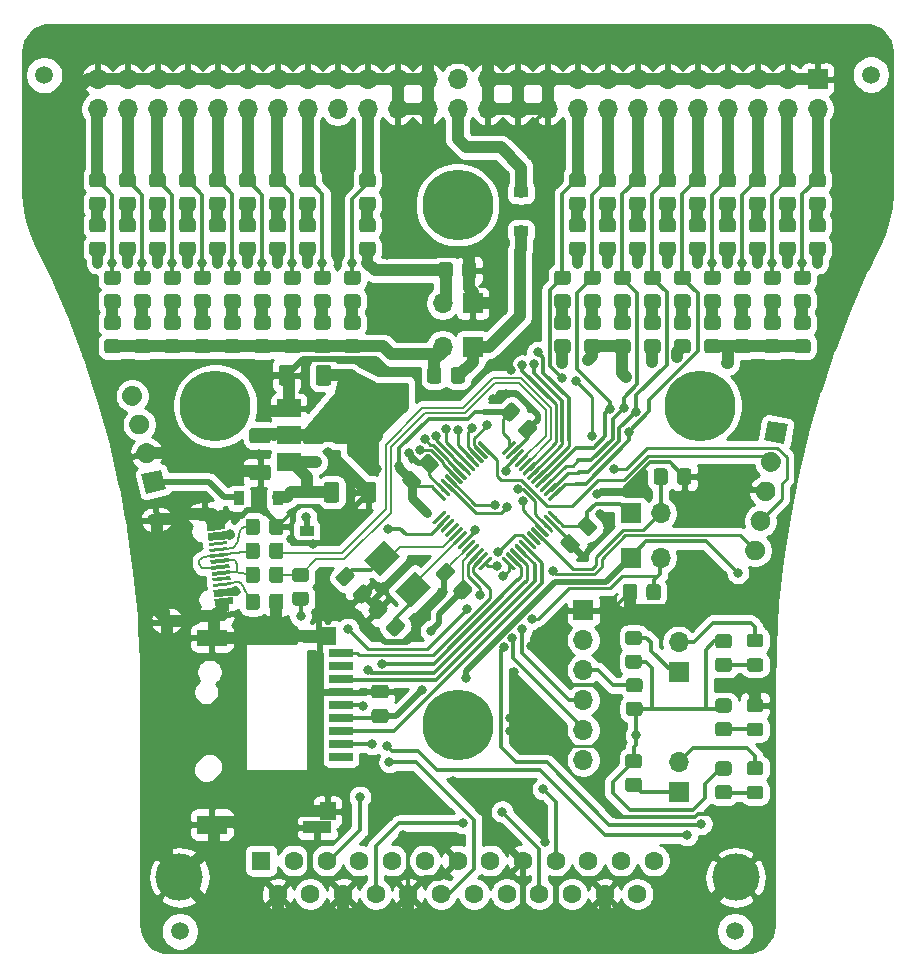
<source format=gtl>
%TF.GenerationSoftware,KiCad,Pcbnew,5.1.12-84ad8e8a86~92~ubuntu20.04.1*%
%TF.CreationDate,2022-03-02T23:51:17-06:00*%
%TF.ProjectId,dietSCSI,64696574-5343-4534-992e-6b696361645f,rev?*%
%TF.SameCoordinates,Original*%
%TF.FileFunction,Copper,L1,Top*%
%TF.FilePolarity,Positive*%
%FSLAX46Y46*%
G04 Gerber Fmt 4.6, Leading zero omitted, Abs format (unit mm)*
G04 Created by KiCad (PCBNEW 5.1.12-84ad8e8a86~92~ubuntu20.04.1) date 2022-03-02 23:51:17*
%MOMM*%
%LPD*%
G01*
G04 APERTURE LIST*
%TA.AperFunction,SMDPad,CuDef*%
%ADD10C,0.150000*%
%TD*%
%TA.AperFunction,SMDPad,CuDef*%
%ADD11R,1.400000X1.600000*%
%TD*%
%TA.AperFunction,SMDPad,CuDef*%
%ADD12R,2.000000X0.700000*%
%TD*%
%TA.AperFunction,SMDPad,CuDef*%
%ADD13R,2.400000X1.100000*%
%TD*%
%TA.AperFunction,SMDPad,CuDef*%
%ADD14R,2.570000X1.630000*%
%TD*%
%TA.AperFunction,SMDPad,CuDef*%
%ADD15R,2.570000X1.360000*%
%TD*%
%TA.AperFunction,ComponentPad*%
%ADD16R,1.700000X1.700000*%
%TD*%
%TA.AperFunction,ComponentPad*%
%ADD17O,1.700000X1.700000*%
%TD*%
%TA.AperFunction,ComponentPad*%
%ADD18C,4.000000*%
%TD*%
%TA.AperFunction,ComponentPad*%
%ADD19C,1.600000*%
%TD*%
%TA.AperFunction,ComponentPad*%
%ADD20R,1.600000X1.600000*%
%TD*%
%TA.AperFunction,ComponentPad*%
%ADD21C,0.150000*%
%TD*%
%TA.AperFunction,ComponentPad*%
%ADD22C,6.000000*%
%TD*%
%TA.AperFunction,SMDPad,CuDef*%
%ADD23R,2.000000X1.500000*%
%TD*%
%TA.AperFunction,SMDPad,CuDef*%
%ADD24R,2.000000X3.800000*%
%TD*%
%TA.AperFunction,SMDPad,CuDef*%
%ADD25C,1.500000*%
%TD*%
%TA.AperFunction,SMDPad,CuDef*%
%ADD26R,1.200000X0.900000*%
%TD*%
%TA.AperFunction,SMDPad,CuDef*%
%ADD27R,0.900000X1.200000*%
%TD*%
%TA.AperFunction,ViaPad*%
%ADD28C,0.800000*%
%TD*%
%TA.AperFunction,Conductor*%
%ADD29C,0.250000*%
%TD*%
%TA.AperFunction,Conductor*%
%ADD30C,0.200000*%
%TD*%
%TA.AperFunction,Conductor*%
%ADD31C,0.350000*%
%TD*%
%TA.AperFunction,Conductor*%
%ADD32C,0.500000*%
%TD*%
%TA.AperFunction,Conductor*%
%ADD33C,1.000000*%
%TD*%
%TA.AperFunction,Conductor*%
%ADD34C,0.750000*%
%TD*%
%TA.AperFunction,Conductor*%
%ADD35C,0.900000*%
%TD*%
%TA.AperFunction,Conductor*%
%ADD36C,0.025400*%
%TD*%
%TA.AperFunction,Conductor*%
%ADD37C,0.150000*%
%TD*%
%TA.AperFunction,Conductor*%
%ADD38C,0.254000*%
%TD*%
G04 APERTURE END LIST*
%TO.P,J2,S1*%
%TO.N,GND*%
%TA.AperFunction,ComponentPad*%
G36*
G01*
X115575177Y-61741335D02*
X116669151Y-61626353D01*
G75*
G02*
X117218676Y-62071350I52264J-497261D01*
G01*
X117218676Y-62071350D01*
G75*
G02*
X116773679Y-62620875I-497261J-52264D01*
G01*
X115679705Y-62735857D01*
G75*
G02*
X115130180Y-62290860I-52264J497261D01*
G01*
X115130180Y-62290860D01*
G75*
G02*
X115575177Y-61741335I497261J52264D01*
G01*
G37*
%TD.AperFunction*%
%TA.AperFunction,ComponentPad*%
G36*
G01*
X116478302Y-70334004D02*
X117572276Y-70219022D01*
G75*
G02*
X118121801Y-70664019I52264J-497261D01*
G01*
X118121801Y-70664019D01*
G75*
G02*
X117676804Y-71213544I-497261J-52264D01*
G01*
X116582830Y-71328526D01*
G75*
G02*
X116033305Y-70883529I-52264J497261D01*
G01*
X116033305Y-70883529D01*
G75*
G02*
X116478302Y-70334004I497261J52264D01*
G01*
G37*
%TD.AperFunction*%
%TA.AperFunction,ComponentPad*%
G36*
G01*
X111666705Y-62152132D02*
X112263419Y-62089414D01*
G75*
G02*
X112812944Y-62534411I52264J-497261D01*
G01*
X112812944Y-62534411D01*
G75*
G02*
X112367947Y-63083936I-497261J-52264D01*
G01*
X111771233Y-63146654D01*
G75*
G02*
X111221708Y-62701657I-52264J497261D01*
G01*
X111221708Y-62701657D01*
G75*
G02*
X111666705Y-62152132I497261J52264D01*
G01*
G37*
%TD.AperFunction*%
%TA.AperFunction,ComponentPad*%
G36*
G01*
X112569831Y-70744801D02*
X113166545Y-70682083D01*
G75*
G02*
X113716070Y-71127080I52264J-497261D01*
G01*
X113716070Y-71127080D01*
G75*
G02*
X113271073Y-71676605I-497261J-52264D01*
G01*
X112674359Y-71739323D01*
G75*
G02*
X112124834Y-71294326I-52264J497261D01*
G01*
X112124834Y-71294326D01*
G75*
G02*
X112569831Y-70744801I497261J52264D01*
G01*
G37*
%TD.AperFunction*%
%TA.AperFunction,SMDPad,CuDef*%
D10*
%TO.P,J2,B1*%
G36*
X116919178Y-69362598D02*
G01*
X118460687Y-69200579D01*
X118492046Y-69498936D01*
X116950537Y-69660955D01*
X116919178Y-69362598D01*
G37*
%TD.AperFunction*%
%TA.AperFunction,SMDPad,CuDef*%
%TO.P,J2,B4*%
%TO.N,/VUSB*%
G36*
X116835555Y-68566980D02*
G01*
X118377064Y-68404961D01*
X118408423Y-68703318D01*
X116866914Y-68865337D01*
X116835555Y-68566980D01*
G37*
%TD.AperFunction*%
%TA.AperFunction,SMDPad,CuDef*%
%TO.P,J2,B5*%
%TO.N,Net-(J2-PadB5)*%
G36*
X116783291Y-68069719D02*
G01*
X118324800Y-67907700D01*
X118356159Y-68206057D01*
X116814650Y-68368076D01*
X116783291Y-68069719D01*
G37*
%TD.AperFunction*%
%TA.AperFunction,SMDPad,CuDef*%
%TO.P,J2,A8*%
%TO.N,Net-(J2-PadA8)*%
G36*
X116731026Y-67572458D02*
G01*
X118272535Y-67410439D01*
X118303894Y-67708796D01*
X116762385Y-67870815D01*
X116731026Y-67572458D01*
G37*
%TD.AperFunction*%
%TA.AperFunction,SMDPad,CuDef*%
%TO.P,J2,B6*%
%TO.N,/U+*%
G36*
X116678762Y-67075197D02*
G01*
X118220271Y-66913178D01*
X118251630Y-67211535D01*
X116710121Y-67373554D01*
X116678762Y-67075197D01*
G37*
%TD.AperFunction*%
%TA.AperFunction,SMDPad,CuDef*%
%TO.P,J2,A7*%
%TO.N,/U-*%
G36*
X116626498Y-66577936D02*
G01*
X118168007Y-66415917D01*
X118199366Y-66714274D01*
X116657857Y-66876293D01*
X116626498Y-66577936D01*
G37*
%TD.AperFunction*%
%TA.AperFunction,SMDPad,CuDef*%
%TO.P,J2,A6*%
%TO.N,/U+*%
G36*
X116574234Y-66080675D02*
G01*
X118115743Y-65918656D01*
X118147102Y-66217013D01*
X116605593Y-66379032D01*
X116574234Y-66080675D01*
G37*
%TD.AperFunction*%
%TA.AperFunction,SMDPad,CuDef*%
%TO.P,J2,B7*%
%TO.N,/U-*%
G36*
X116521969Y-65583414D02*
G01*
X118063478Y-65421395D01*
X118094837Y-65719752D01*
X116553328Y-65881771D01*
X116521969Y-65583414D01*
G37*
%TD.AperFunction*%
%TA.AperFunction,SMDPad,CuDef*%
%TO.P,J2,A5*%
%TO.N,Net-(J2-PadA5)*%
G36*
X116469705Y-65086153D02*
G01*
X118011214Y-64924134D01*
X118042573Y-65222491D01*
X116501064Y-65384510D01*
X116469705Y-65086153D01*
G37*
%TD.AperFunction*%
%TA.AperFunction,SMDPad,CuDef*%
%TO.P,J2,B8*%
%TO.N,Net-(J2-PadB8)*%
G36*
X116417441Y-64588893D02*
G01*
X117958950Y-64426874D01*
X117990309Y-64725231D01*
X116448800Y-64887250D01*
X116417441Y-64588893D01*
G37*
%TD.AperFunction*%
%TA.AperFunction,SMDPad,CuDef*%
%TO.P,J2,A4*%
%TO.N,/VUSB*%
G36*
X116333818Y-63793275D02*
G01*
X117875327Y-63631256D01*
X117906686Y-63929613D01*
X116365177Y-64091632D01*
X116333818Y-63793275D01*
G37*
%TD.AperFunction*%
%TA.AperFunction,SMDPad,CuDef*%
%TO.P,J2,A1*%
%TO.N,GND*%
G36*
X116250195Y-62997657D02*
G01*
X117791704Y-62835638D01*
X117823063Y-63133995D01*
X116281554Y-63296014D01*
X116250195Y-62997657D01*
G37*
%TD.AperFunction*%
%TA.AperFunction,SMDPad,CuDef*%
%TO.P,J2,B12*%
G36*
X116281554Y-63296014D02*
G01*
X117823063Y-63133995D01*
X117854422Y-63432352D01*
X116312913Y-63594371D01*
X116281554Y-63296014D01*
G37*
%TD.AperFunction*%
%TA.AperFunction,SMDPad,CuDef*%
%TO.P,J2,B9*%
%TO.N,/VUSB*%
G36*
X116365177Y-64091632D02*
G01*
X117906686Y-63929613D01*
X117938045Y-64227970D01*
X116396536Y-64389989D01*
X116365177Y-64091632D01*
G37*
%TD.AperFunction*%
%TA.AperFunction,SMDPad,CuDef*%
%TO.P,J2,A9*%
G36*
X116866913Y-68865337D02*
G01*
X118408422Y-68703318D01*
X118439781Y-69001675D01*
X116898272Y-69163694D01*
X116866913Y-68865337D01*
G37*
%TD.AperFunction*%
%TA.AperFunction,SMDPad,CuDef*%
%TO.P,J2,A12*%
%TO.N,GND*%
G36*
X116950536Y-69660954D02*
G01*
X118492045Y-69498935D01*
X118523404Y-69797292D01*
X116981895Y-69959311D01*
X116950536Y-69660954D01*
G37*
%TD.AperFunction*%
%TD*%
D11*
%TO.P,J13,11*%
%TO.N,GND*%
X126492000Y-87339000D03*
X126492000Y-72489000D03*
D12*
%TO.P,J13,9*%
%TO.N,/SD_CD*%
X127642000Y-73939000D03*
%TO.P,J13,8*%
%TO.N,Net-(J13-Pad8)*%
X127642000Y-75039000D03*
%TO.P,J13,7*%
%TO.N,/SD_MISO*%
X127642000Y-76139000D03*
%TO.P,J13,6*%
%TO.N,GND*%
X127642000Y-77239000D03*
%TO.P,J13,5*%
%TO.N,/SD_CLK*%
X127642000Y-78339000D03*
%TO.P,J13,4*%
%TO.N,+3V3*%
X127642000Y-79439000D03*
%TO.P,J13,3*%
%TO.N,/SD_MOSI*%
X127642000Y-80539000D03*
%TO.P,J13,2*%
%TO.N,/~SD_CS*%
X127642000Y-81639000D03*
%TO.P,J13,1*%
%TO.N,Net-(J13-Pad1)*%
X127642000Y-82739000D03*
D13*
%TO.P,J13,11*%
%TO.N,GND*%
X125633320Y-72549680D03*
X125633320Y-88699680D03*
D14*
X116707920Y-88452960D03*
D15*
X116707920Y-72659240D03*
%TD*%
D16*
%TO.P,J12,1*%
%TO.N,GND*%
X167980000Y-25336500D03*
D17*
%TO.P,J12,2*%
%TO.N,/SCSI_DB0*%
X167980000Y-27876500D03*
%TO.P,J12,3*%
%TO.N,GND*%
X165440000Y-25336500D03*
%TO.P,J12,4*%
%TO.N,/SCSI_DB1*%
X165440000Y-27876500D03*
%TO.P,J12,5*%
%TO.N,GND*%
X162900000Y-25336500D03*
%TO.P,J12,6*%
%TO.N,/SCSI_DB2*%
X162900000Y-27876500D03*
%TO.P,J12,7*%
%TO.N,GND*%
X160360000Y-25336500D03*
%TO.P,J12,8*%
%TO.N,/SCSI_DB3*%
X160360000Y-27876500D03*
%TO.P,J12,9*%
%TO.N,GND*%
X157820000Y-25336500D03*
%TO.P,J12,10*%
%TO.N,/SCSI_DB4*%
X157820000Y-27876500D03*
%TO.P,J12,11*%
%TO.N,GND*%
X155280000Y-25336500D03*
%TO.P,J12,12*%
%TO.N,/SCSI_DB5*%
X155280000Y-27876500D03*
%TO.P,J12,13*%
%TO.N,GND*%
X152740000Y-25336500D03*
%TO.P,J12,14*%
%TO.N,/SCSI_DB6*%
X152740000Y-27876500D03*
%TO.P,J12,15*%
%TO.N,GND*%
X150200000Y-25336500D03*
%TO.P,J12,16*%
%TO.N,/SCSI_DB7*%
X150200000Y-27876500D03*
%TO.P,J12,17*%
%TO.N,GND*%
X147660000Y-25336500D03*
%TO.P,J12,18*%
%TO.N,/SCSI_DBP*%
X147660000Y-27876500D03*
%TO.P,J12,19*%
%TO.N,GND*%
X145120000Y-25336500D03*
%TO.P,J12,20*%
X145120000Y-27876500D03*
%TO.P,J12,21*%
X142580000Y-25336500D03*
%TO.P,J12,22*%
X142580000Y-27876500D03*
%TO.P,J12,23*%
X140040000Y-25336500D03*
%TO.P,J12,24*%
X140040000Y-27876500D03*
%TO.P,J12,25*%
%TO.N,Net-(J12-Pad25)*%
X137500000Y-25336500D03*
%TO.P,J12,26*%
%TO.N,/SCSI_TERMPWR*%
X137500000Y-27876500D03*
%TO.P,J12,27*%
%TO.N,GND*%
X134960000Y-25336500D03*
%TO.P,J12,28*%
X134960000Y-27876500D03*
%TO.P,J12,29*%
X132420000Y-25336500D03*
%TO.P,J12,30*%
X132420000Y-27876500D03*
%TO.P,J12,31*%
X129880000Y-25336500D03*
%TO.P,J12,32*%
%TO.N,/SCSI_ATN*%
X129880000Y-27876500D03*
%TO.P,J12,33*%
%TO.N,GND*%
X127340000Y-25336500D03*
%TO.P,J12,34*%
%TO.N,Net-(J12-Pad34)*%
X127340000Y-27876500D03*
%TO.P,J12,35*%
%TO.N,GND*%
X124800000Y-25336500D03*
%TO.P,J12,36*%
%TO.N,/SCSI_BSY*%
X124800000Y-27876500D03*
%TO.P,J12,37*%
%TO.N,GND*%
X122260000Y-25336500D03*
%TO.P,J12,38*%
%TO.N,/SCSI_ACK*%
X122260000Y-27876500D03*
%TO.P,J12,39*%
%TO.N,GND*%
X119720000Y-25336500D03*
%TO.P,J12,40*%
%TO.N,/SCSI_RST*%
X119720000Y-27876500D03*
%TO.P,J12,41*%
%TO.N,GND*%
X117180000Y-25336500D03*
%TO.P,J12,42*%
%TO.N,/SCSI_MSG*%
X117180000Y-27876500D03*
%TO.P,J12,43*%
%TO.N,GND*%
X114640000Y-25336500D03*
%TO.P,J12,44*%
%TO.N,/SCSI_SEL*%
X114640000Y-27876500D03*
%TO.P,J12,45*%
%TO.N,GND*%
X112100000Y-25336500D03*
%TO.P,J12,46*%
%TO.N,/SCSI_C_D*%
X112100000Y-27876500D03*
%TO.P,J12,47*%
%TO.N,GND*%
X109560000Y-25336500D03*
%TO.P,J12,48*%
%TO.N,/SCSI_REQ*%
X109560000Y-27876500D03*
%TO.P,J12,49*%
%TO.N,GND*%
X107020000Y-25336500D03*
%TO.P,J12,50*%
%TO.N,/SCSI_I_O*%
X107020000Y-27876500D03*
%TD*%
%TO.P,C1,2*%
%TO.N,GND*%
%TA.AperFunction,SMDPad,CuDef*%
G36*
G01*
X135020073Y-58628178D02*
X134348322Y-57956427D01*
G75*
G02*
X134348322Y-57602873I176777J176777D01*
G01*
X134825619Y-57125576D01*
G75*
G02*
X135179173Y-57125576I176777J-176777D01*
G01*
X135850924Y-57797327D01*
G75*
G02*
X135850924Y-58150881I-176777J-176777D01*
G01*
X135373627Y-58628178D01*
G75*
G02*
X135020073Y-58628178I-176777J176777D01*
G01*
G37*
%TD.AperFunction*%
%TO.P,C1,1*%
%TO.N,+3V3*%
%TA.AperFunction,SMDPad,CuDef*%
G36*
G01*
X133552827Y-60095424D02*
X132881076Y-59423673D01*
G75*
G02*
X132881076Y-59070119I176777J176777D01*
G01*
X133358373Y-58592822D01*
G75*
G02*
X133711927Y-58592822I176777J-176777D01*
G01*
X134383678Y-59264573D01*
G75*
G02*
X134383678Y-59618127I-176777J-176777D01*
G01*
X133906381Y-60095424D01*
G75*
G02*
X133552827Y-60095424I-176777J176777D01*
G01*
G37*
%TD.AperFunction*%
%TD*%
D18*
%TO.P,J11,0*%
%TO.N,GND*%
X161050000Y-92920000D03*
X113950000Y-92920000D03*
D19*
%TO.P,J11,25*%
%TO.N,/SCSI_TERMPWR*%
X152735000Y-94340000D03*
%TO.P,J11,24*%
%TO.N,GND*%
X149965000Y-94340000D03*
%TO.P,J11,23*%
%TO.N,/SCSI_DB4*%
X147195000Y-94340000D03*
%TO.P,J11,22*%
%TO.N,/SCSI_DB2*%
X144425000Y-94340000D03*
%TO.P,J11,21*%
%TO.N,/SCSI_DB1*%
X141655000Y-94340000D03*
%TO.P,J11,20*%
%TO.N,/SCSI_DBP*%
X138885000Y-94340000D03*
%TO.P,J11,19*%
%TO.N,/SCSI_SEL*%
X136115000Y-94340000D03*
%TO.P,J11,18*%
%TO.N,GND*%
X133345000Y-94340000D03*
%TO.P,J11,17*%
%TO.N,/SCSI_ATN*%
X130575000Y-94340000D03*
%TO.P,J11,16*%
%TO.N,GND*%
X127805000Y-94340000D03*
%TO.P,J11,15*%
%TO.N,/SCSI_C_D*%
X125035000Y-94340000D03*
%TO.P,J11,14*%
%TO.N,GND*%
X122265000Y-94340000D03*
%TO.P,J11,13*%
%TO.N,/SCSI_DB7*%
X154120000Y-91500000D03*
%TO.P,J11,12*%
%TO.N,/SCSI_DB6*%
X151350000Y-91500000D03*
%TO.P,J11,11*%
%TO.N,/SCSI_DB5*%
X148580000Y-91500000D03*
%TO.P,J11,10*%
%TO.N,/SCSI_DB3*%
X145810000Y-91500000D03*
%TO.P,J11,9*%
%TO.N,GND*%
X143040000Y-91500000D03*
%TO.P,J11,8*%
%TO.N,/SCSI_DB0*%
X140270000Y-91500000D03*
%TO.P,J11,7*%
%TO.N,GND*%
X137500000Y-91500000D03*
%TO.P,J11,6*%
%TO.N,/SCSI_BSY*%
X134730000Y-91500000D03*
%TO.P,J11,5*%
%TO.N,/SCSI_ACK*%
X131960000Y-91500000D03*
%TO.P,J11,4*%
%TO.N,/SCSI_RST*%
X129190000Y-91500000D03*
%TO.P,J11,3*%
%TO.N,/SCSI_I_O*%
X126420000Y-91500000D03*
%TO.P,J11,2*%
%TO.N,/SCSI_MSG*%
X123650000Y-91500000D03*
D20*
%TO.P,J11,1*%
%TO.N,/SCSI_REQ*%
X120880000Y-91500000D03*
%TD*%
%TO.P,R87,2*%
%TO.N,GND*%
%TA.AperFunction,SMDPad,CuDef*%
G36*
G01*
X121558000Y-70046001D02*
X121558000Y-69145999D01*
G75*
G02*
X121807999Y-68896000I249999J0D01*
G01*
X122508001Y-68896000D01*
G75*
G02*
X122758000Y-69145999I0J-249999D01*
G01*
X122758000Y-70046001D01*
G75*
G02*
X122508001Y-70296000I-249999J0D01*
G01*
X121807999Y-70296000D01*
G75*
G02*
X121558000Y-70046001I0J249999D01*
G01*
G37*
%TD.AperFunction*%
%TO.P,R87,1*%
%TO.N,Net-(J2-PadB5)*%
%TA.AperFunction,SMDPad,CuDef*%
G36*
G01*
X119558000Y-70046001D02*
X119558000Y-69145999D01*
G75*
G02*
X119807999Y-68896000I249999J0D01*
G01*
X120508001Y-68896000D01*
G75*
G02*
X120758000Y-69145999I0J-249999D01*
G01*
X120758000Y-70046001D01*
G75*
G02*
X120508001Y-70296000I-249999J0D01*
G01*
X119807999Y-70296000D01*
G75*
G02*
X119558000Y-70046001I0J249999D01*
G01*
G37*
%TD.AperFunction*%
%TD*%
%TO.P,R86,2*%
%TO.N,GND*%
%TA.AperFunction,SMDPad,CuDef*%
G36*
G01*
X121558000Y-63696001D02*
X121558000Y-62795999D01*
G75*
G02*
X121807999Y-62546000I249999J0D01*
G01*
X122508001Y-62546000D01*
G75*
G02*
X122758000Y-62795999I0J-249999D01*
G01*
X122758000Y-63696001D01*
G75*
G02*
X122508001Y-63946000I-249999J0D01*
G01*
X121807999Y-63946000D01*
G75*
G02*
X121558000Y-63696001I0J249999D01*
G01*
G37*
%TD.AperFunction*%
%TO.P,R86,1*%
%TO.N,Net-(J2-PadA5)*%
%TA.AperFunction,SMDPad,CuDef*%
G36*
G01*
X119558000Y-63696001D02*
X119558000Y-62795999D01*
G75*
G02*
X119807999Y-62546000I249999J0D01*
G01*
X120508001Y-62546000D01*
G75*
G02*
X120758000Y-62795999I0J-249999D01*
G01*
X120758000Y-63696001D01*
G75*
G02*
X120508001Y-63946000I-249999J0D01*
G01*
X119807999Y-63946000D01*
G75*
G02*
X119558000Y-63696001I0J249999D01*
G01*
G37*
%TD.AperFunction*%
%TD*%
%TA.AperFunction,ComponentPad*%
D21*
%TO.P,J4,1*%
%TO.N,Net-(D4-Pad2)*%
G36*
X112379118Y-58405615D02*
G01*
X112790385Y-60055118D01*
X111140882Y-60466385D01*
X110729615Y-58816882D01*
X112379118Y-58405615D01*
G37*
%TD.AperFunction*%
%TO.P,J4,2*%
%TO.N,GND*%
%TA.AperFunction,ComponentPad*%
G36*
G01*
X111979946Y-56804627D02*
X111979946Y-56804627D01*
G75*
G02*
X111360829Y-57835012I-824751J-205634D01*
G01*
X111360829Y-57835012D01*
G75*
G02*
X110330444Y-57215895I-205634J824751D01*
G01*
X110330444Y-57215895D01*
G75*
G02*
X110949561Y-56185510I824751J205634D01*
G01*
X110949561Y-56185510D01*
G75*
G02*
X111979946Y-56804627I205634J-824751D01*
G01*
G37*
%TD.AperFunction*%
%TO.P,J4,3*%
%TO.N,Net-(J4-Pad3)*%
%TA.AperFunction,ComponentPad*%
G36*
G01*
X111375142Y-54378887D02*
X111375142Y-54378887D01*
G75*
G02*
X110756025Y-55409272I-824751J-205634D01*
G01*
X110756025Y-55409272D01*
G75*
G02*
X109725640Y-54790155I-205634J824751D01*
G01*
X109725640Y-54790155D01*
G75*
G02*
X110344757Y-53759770I824751J205634D01*
G01*
X110344757Y-53759770D01*
G75*
G02*
X111375142Y-54378887I205634J-824751D01*
G01*
G37*
%TD.AperFunction*%
%TO.P,J4,4*%
%TO.N,Net-(J4-Pad4)*%
%TA.AperFunction,ComponentPad*%
G36*
G01*
X110770337Y-51953148D02*
X110770337Y-51953148D01*
G75*
G02*
X110151220Y-52983533I-824751J-205634D01*
G01*
X110151220Y-52983533D01*
G75*
G02*
X109120835Y-52364416I-205634J824751D01*
G01*
X109120835Y-52364416D01*
G75*
G02*
X109739952Y-51334031I824751J205634D01*
G01*
X109739952Y-51334031D01*
G75*
G02*
X110770337Y-51953148I205634J-824751D01*
G01*
G37*
%TD.AperFunction*%
%TD*%
%TA.AperFunction,SMDPad,CuDef*%
D10*
%TO.P,X1,2*%
%TO.N,Net-(C10-Pad1)*%
G36*
X132175365Y-68657921D02*
G01*
X133872421Y-66960865D01*
X135286635Y-68375079D01*
X133589579Y-70072135D01*
X132175365Y-68657921D01*
G37*
%TD.AperFunction*%
%TA.AperFunction,SMDPad,CuDef*%
%TO.P,X1,1*%
%TO.N,Net-(C11-Pad1)*%
G36*
X129559069Y-66041625D02*
G01*
X131256125Y-64344569D01*
X132670339Y-65758783D01*
X130973283Y-67455839D01*
X129559069Y-66041625D01*
G37*
%TD.AperFunction*%
%TD*%
D22*
%TO.P,H8,1*%
%TO.N,N/C*%
X137500000Y-80000000D03*
%TD*%
%TO.P,H7,1*%
%TO.N,N/C*%
X117000000Y-53000000D03*
%TD*%
%TO.P,H6,1*%
%TO.N,N/C*%
X158000000Y-53000000D03*
%TD*%
%TO.P,H5,1*%
%TO.N,N/C*%
X137500000Y-36000000D03*
%TD*%
%TO.P,R85,2*%
%TO.N,/SCSI_I_O*%
%TA.AperFunction,SMDPad,CuDef*%
G36*
G01*
X108730201Y-42754600D02*
X107830199Y-42754600D01*
G75*
G02*
X107580200Y-42504601I0J249999D01*
G01*
X107580200Y-41804599D01*
G75*
G02*
X107830199Y-41554600I249999J0D01*
G01*
X108730201Y-41554600D01*
G75*
G02*
X108980200Y-41804599I0J-249999D01*
G01*
X108980200Y-42504601D01*
G75*
G02*
X108730201Y-42754600I-249999J0D01*
G01*
G37*
%TD.AperFunction*%
%TO.P,R85,1*%
%TO.N,Net-(R67-Pad2)*%
%TA.AperFunction,SMDPad,CuDef*%
G36*
G01*
X108730201Y-44754600D02*
X107830199Y-44754600D01*
G75*
G02*
X107580200Y-44504601I0J249999D01*
G01*
X107580200Y-43804599D01*
G75*
G02*
X107830199Y-43554600I249999J0D01*
G01*
X108730201Y-43554600D01*
G75*
G02*
X108980200Y-43804599I0J-249999D01*
G01*
X108980200Y-44504601D01*
G75*
G02*
X108730201Y-44754600I-249999J0D01*
G01*
G37*
%TD.AperFunction*%
%TD*%
%TO.P,R84,2*%
%TO.N,/SCSI_REQ*%
%TA.AperFunction,SMDPad,CuDef*%
G36*
G01*
X111270201Y-42754600D02*
X110370199Y-42754600D01*
G75*
G02*
X110120200Y-42504601I0J249999D01*
G01*
X110120200Y-41804599D01*
G75*
G02*
X110370199Y-41554600I249999J0D01*
G01*
X111270201Y-41554600D01*
G75*
G02*
X111520200Y-41804599I0J-249999D01*
G01*
X111520200Y-42504601D01*
G75*
G02*
X111270201Y-42754600I-249999J0D01*
G01*
G37*
%TD.AperFunction*%
%TO.P,R84,1*%
%TO.N,Net-(R66-Pad2)*%
%TA.AperFunction,SMDPad,CuDef*%
G36*
G01*
X111270201Y-44754600D02*
X110370199Y-44754600D01*
G75*
G02*
X110120200Y-44504601I0J249999D01*
G01*
X110120200Y-43804599D01*
G75*
G02*
X110370199Y-43554600I249999J0D01*
G01*
X111270201Y-43554600D01*
G75*
G02*
X111520200Y-43804599I0J-249999D01*
G01*
X111520200Y-44504601D01*
G75*
G02*
X111270201Y-44754600I-249999J0D01*
G01*
G37*
%TD.AperFunction*%
%TD*%
%TO.P,R83,2*%
%TO.N,/SCSI_C_D*%
%TA.AperFunction,SMDPad,CuDef*%
G36*
G01*
X113810201Y-42754600D02*
X112910199Y-42754600D01*
G75*
G02*
X112660200Y-42504601I0J249999D01*
G01*
X112660200Y-41804599D01*
G75*
G02*
X112910199Y-41554600I249999J0D01*
G01*
X113810201Y-41554600D01*
G75*
G02*
X114060200Y-41804599I0J-249999D01*
G01*
X114060200Y-42504601D01*
G75*
G02*
X113810201Y-42754600I-249999J0D01*
G01*
G37*
%TD.AperFunction*%
%TO.P,R83,1*%
%TO.N,Net-(R65-Pad2)*%
%TA.AperFunction,SMDPad,CuDef*%
G36*
G01*
X113810201Y-44754600D02*
X112910199Y-44754600D01*
G75*
G02*
X112660200Y-44504601I0J249999D01*
G01*
X112660200Y-43804599D01*
G75*
G02*
X112910199Y-43554600I249999J0D01*
G01*
X113810201Y-43554600D01*
G75*
G02*
X114060200Y-43804599I0J-249999D01*
G01*
X114060200Y-44504601D01*
G75*
G02*
X113810201Y-44754600I-249999J0D01*
G01*
G37*
%TD.AperFunction*%
%TD*%
%TO.P,R82,2*%
%TO.N,/SCSI_SEL*%
%TA.AperFunction,SMDPad,CuDef*%
G36*
G01*
X116350201Y-42754600D02*
X115450199Y-42754600D01*
G75*
G02*
X115200200Y-42504601I0J249999D01*
G01*
X115200200Y-41804599D01*
G75*
G02*
X115450199Y-41554600I249999J0D01*
G01*
X116350201Y-41554600D01*
G75*
G02*
X116600200Y-41804599I0J-249999D01*
G01*
X116600200Y-42504601D01*
G75*
G02*
X116350201Y-42754600I-249999J0D01*
G01*
G37*
%TD.AperFunction*%
%TO.P,R82,1*%
%TO.N,Net-(R64-Pad2)*%
%TA.AperFunction,SMDPad,CuDef*%
G36*
G01*
X116350201Y-44754600D02*
X115450199Y-44754600D01*
G75*
G02*
X115200200Y-44504601I0J249999D01*
G01*
X115200200Y-43804599D01*
G75*
G02*
X115450199Y-43554600I249999J0D01*
G01*
X116350201Y-43554600D01*
G75*
G02*
X116600200Y-43804599I0J-249999D01*
G01*
X116600200Y-44504601D01*
G75*
G02*
X116350201Y-44754600I-249999J0D01*
G01*
G37*
%TD.AperFunction*%
%TD*%
%TO.P,R81,2*%
%TO.N,/SCSI_MSG*%
%TA.AperFunction,SMDPad,CuDef*%
G36*
G01*
X118890201Y-42754600D02*
X117990199Y-42754600D01*
G75*
G02*
X117740200Y-42504601I0J249999D01*
G01*
X117740200Y-41804599D01*
G75*
G02*
X117990199Y-41554600I249999J0D01*
G01*
X118890201Y-41554600D01*
G75*
G02*
X119140200Y-41804599I0J-249999D01*
G01*
X119140200Y-42504601D01*
G75*
G02*
X118890201Y-42754600I-249999J0D01*
G01*
G37*
%TD.AperFunction*%
%TO.P,R81,1*%
%TO.N,Net-(R63-Pad2)*%
%TA.AperFunction,SMDPad,CuDef*%
G36*
G01*
X118890201Y-44754600D02*
X117990199Y-44754600D01*
G75*
G02*
X117740200Y-44504601I0J249999D01*
G01*
X117740200Y-43804599D01*
G75*
G02*
X117990199Y-43554600I249999J0D01*
G01*
X118890201Y-43554600D01*
G75*
G02*
X119140200Y-43804599I0J-249999D01*
G01*
X119140200Y-44504601D01*
G75*
G02*
X118890201Y-44754600I-249999J0D01*
G01*
G37*
%TD.AperFunction*%
%TD*%
%TO.P,R80,2*%
%TO.N,/SCSI_RST*%
%TA.AperFunction,SMDPad,CuDef*%
G36*
G01*
X121430201Y-42754600D02*
X120530199Y-42754600D01*
G75*
G02*
X120280200Y-42504601I0J249999D01*
G01*
X120280200Y-41804599D01*
G75*
G02*
X120530199Y-41554600I249999J0D01*
G01*
X121430201Y-41554600D01*
G75*
G02*
X121680200Y-41804599I0J-249999D01*
G01*
X121680200Y-42504601D01*
G75*
G02*
X121430201Y-42754600I-249999J0D01*
G01*
G37*
%TD.AperFunction*%
%TO.P,R80,1*%
%TO.N,Net-(R62-Pad2)*%
%TA.AperFunction,SMDPad,CuDef*%
G36*
G01*
X121430201Y-44754600D02*
X120530199Y-44754600D01*
G75*
G02*
X120280200Y-44504601I0J249999D01*
G01*
X120280200Y-43804599D01*
G75*
G02*
X120530199Y-43554600I249999J0D01*
G01*
X121430201Y-43554600D01*
G75*
G02*
X121680200Y-43804599I0J-249999D01*
G01*
X121680200Y-44504601D01*
G75*
G02*
X121430201Y-44754600I-249999J0D01*
G01*
G37*
%TD.AperFunction*%
%TD*%
%TO.P,R79,2*%
%TO.N,/SCSI_ACK*%
%TA.AperFunction,SMDPad,CuDef*%
G36*
G01*
X123970201Y-42754600D02*
X123070199Y-42754600D01*
G75*
G02*
X122820200Y-42504601I0J249999D01*
G01*
X122820200Y-41804599D01*
G75*
G02*
X123070199Y-41554600I249999J0D01*
G01*
X123970201Y-41554600D01*
G75*
G02*
X124220200Y-41804599I0J-249999D01*
G01*
X124220200Y-42504601D01*
G75*
G02*
X123970201Y-42754600I-249999J0D01*
G01*
G37*
%TD.AperFunction*%
%TO.P,R79,1*%
%TO.N,Net-(R61-Pad2)*%
%TA.AperFunction,SMDPad,CuDef*%
G36*
G01*
X123970201Y-44754600D02*
X123070199Y-44754600D01*
G75*
G02*
X122820200Y-44504601I0J249999D01*
G01*
X122820200Y-43804599D01*
G75*
G02*
X123070199Y-43554600I249999J0D01*
G01*
X123970201Y-43554600D01*
G75*
G02*
X124220200Y-43804599I0J-249999D01*
G01*
X124220200Y-44504601D01*
G75*
G02*
X123970201Y-44754600I-249999J0D01*
G01*
G37*
%TD.AperFunction*%
%TD*%
%TO.P,R78,2*%
%TO.N,/SCSI_BSY*%
%TA.AperFunction,SMDPad,CuDef*%
G36*
G01*
X126510201Y-42754600D02*
X125610199Y-42754600D01*
G75*
G02*
X125360200Y-42504601I0J249999D01*
G01*
X125360200Y-41804599D01*
G75*
G02*
X125610199Y-41554600I249999J0D01*
G01*
X126510201Y-41554600D01*
G75*
G02*
X126760200Y-41804599I0J-249999D01*
G01*
X126760200Y-42504601D01*
G75*
G02*
X126510201Y-42754600I-249999J0D01*
G01*
G37*
%TD.AperFunction*%
%TO.P,R78,1*%
%TO.N,Net-(R60-Pad2)*%
%TA.AperFunction,SMDPad,CuDef*%
G36*
G01*
X126510201Y-44754600D02*
X125610199Y-44754600D01*
G75*
G02*
X125360200Y-44504601I0J249999D01*
G01*
X125360200Y-43804599D01*
G75*
G02*
X125610199Y-43554600I249999J0D01*
G01*
X126510201Y-43554600D01*
G75*
G02*
X126760200Y-43804599I0J-249999D01*
G01*
X126760200Y-44504601D01*
G75*
G02*
X126510201Y-44754600I-249999J0D01*
G01*
G37*
%TD.AperFunction*%
%TD*%
%TO.P,R77,2*%
%TO.N,/SCSI_ATN*%
%TA.AperFunction,SMDPad,CuDef*%
G36*
G01*
X129050201Y-42754600D02*
X128150199Y-42754600D01*
G75*
G02*
X127900200Y-42504601I0J249999D01*
G01*
X127900200Y-41804599D01*
G75*
G02*
X128150199Y-41554600I249999J0D01*
G01*
X129050201Y-41554600D01*
G75*
G02*
X129300200Y-41804599I0J-249999D01*
G01*
X129300200Y-42504601D01*
G75*
G02*
X129050201Y-42754600I-249999J0D01*
G01*
G37*
%TD.AperFunction*%
%TO.P,R77,1*%
%TO.N,Net-(R59-Pad2)*%
%TA.AperFunction,SMDPad,CuDef*%
G36*
G01*
X129050201Y-44754600D02*
X128150199Y-44754600D01*
G75*
G02*
X127900200Y-44504601I0J249999D01*
G01*
X127900200Y-43804599D01*
G75*
G02*
X128150199Y-43554600I249999J0D01*
G01*
X129050201Y-43554600D01*
G75*
G02*
X129300200Y-43804599I0J-249999D01*
G01*
X129300200Y-44504601D01*
G75*
G02*
X129050201Y-44754600I-249999J0D01*
G01*
G37*
%TD.AperFunction*%
%TD*%
%TO.P,R76,2*%
%TO.N,/SCSI_DBP*%
%TA.AperFunction,SMDPad,CuDef*%
G36*
G01*
X146830201Y-42754600D02*
X145930199Y-42754600D01*
G75*
G02*
X145680200Y-42504601I0J249999D01*
G01*
X145680200Y-41804599D01*
G75*
G02*
X145930199Y-41554600I249999J0D01*
G01*
X146830201Y-41554600D01*
G75*
G02*
X147080200Y-41804599I0J-249999D01*
G01*
X147080200Y-42504601D01*
G75*
G02*
X146830201Y-42754600I-249999J0D01*
G01*
G37*
%TD.AperFunction*%
%TO.P,R76,1*%
%TO.N,Net-(R58-Pad2)*%
%TA.AperFunction,SMDPad,CuDef*%
G36*
G01*
X146830201Y-44754600D02*
X145930199Y-44754600D01*
G75*
G02*
X145680200Y-44504601I0J249999D01*
G01*
X145680200Y-43804599D01*
G75*
G02*
X145930199Y-43554600I249999J0D01*
G01*
X146830201Y-43554600D01*
G75*
G02*
X147080200Y-43804599I0J-249999D01*
G01*
X147080200Y-44504601D01*
G75*
G02*
X146830201Y-44754600I-249999J0D01*
G01*
G37*
%TD.AperFunction*%
%TD*%
%TO.P,R75,2*%
%TO.N,/SCSI_DB7*%
%TA.AperFunction,SMDPad,CuDef*%
G36*
G01*
X149370201Y-42754600D02*
X148470199Y-42754600D01*
G75*
G02*
X148220200Y-42504601I0J249999D01*
G01*
X148220200Y-41804599D01*
G75*
G02*
X148470199Y-41554600I249999J0D01*
G01*
X149370201Y-41554600D01*
G75*
G02*
X149620200Y-41804599I0J-249999D01*
G01*
X149620200Y-42504601D01*
G75*
G02*
X149370201Y-42754600I-249999J0D01*
G01*
G37*
%TD.AperFunction*%
%TO.P,R75,1*%
%TO.N,Net-(R57-Pad2)*%
%TA.AperFunction,SMDPad,CuDef*%
G36*
G01*
X149370201Y-44754600D02*
X148470199Y-44754600D01*
G75*
G02*
X148220200Y-44504601I0J249999D01*
G01*
X148220200Y-43804599D01*
G75*
G02*
X148470199Y-43554600I249999J0D01*
G01*
X149370201Y-43554600D01*
G75*
G02*
X149620200Y-43804599I0J-249999D01*
G01*
X149620200Y-44504601D01*
G75*
G02*
X149370201Y-44754600I-249999J0D01*
G01*
G37*
%TD.AperFunction*%
%TD*%
%TO.P,R74,2*%
%TO.N,/SCSI_DB6*%
%TA.AperFunction,SMDPad,CuDef*%
G36*
G01*
X151910201Y-42754600D02*
X151010199Y-42754600D01*
G75*
G02*
X150760200Y-42504601I0J249999D01*
G01*
X150760200Y-41804599D01*
G75*
G02*
X151010199Y-41554600I249999J0D01*
G01*
X151910201Y-41554600D01*
G75*
G02*
X152160200Y-41804599I0J-249999D01*
G01*
X152160200Y-42504601D01*
G75*
G02*
X151910201Y-42754600I-249999J0D01*
G01*
G37*
%TD.AperFunction*%
%TO.P,R74,1*%
%TO.N,Net-(R56-Pad2)*%
%TA.AperFunction,SMDPad,CuDef*%
G36*
G01*
X151910201Y-44754600D02*
X151010199Y-44754600D01*
G75*
G02*
X150760200Y-44504601I0J249999D01*
G01*
X150760200Y-43804599D01*
G75*
G02*
X151010199Y-43554600I249999J0D01*
G01*
X151910201Y-43554600D01*
G75*
G02*
X152160200Y-43804599I0J-249999D01*
G01*
X152160200Y-44504601D01*
G75*
G02*
X151910201Y-44754600I-249999J0D01*
G01*
G37*
%TD.AperFunction*%
%TD*%
%TO.P,R73,2*%
%TO.N,/SCSI_DB5*%
%TA.AperFunction,SMDPad,CuDef*%
G36*
G01*
X154450201Y-42754600D02*
X153550199Y-42754600D01*
G75*
G02*
X153300200Y-42504601I0J249999D01*
G01*
X153300200Y-41804599D01*
G75*
G02*
X153550199Y-41554600I249999J0D01*
G01*
X154450201Y-41554600D01*
G75*
G02*
X154700200Y-41804599I0J-249999D01*
G01*
X154700200Y-42504601D01*
G75*
G02*
X154450201Y-42754600I-249999J0D01*
G01*
G37*
%TD.AperFunction*%
%TO.P,R73,1*%
%TO.N,Net-(R55-Pad2)*%
%TA.AperFunction,SMDPad,CuDef*%
G36*
G01*
X154450201Y-44754600D02*
X153550199Y-44754600D01*
G75*
G02*
X153300200Y-44504601I0J249999D01*
G01*
X153300200Y-43804599D01*
G75*
G02*
X153550199Y-43554600I249999J0D01*
G01*
X154450201Y-43554600D01*
G75*
G02*
X154700200Y-43804599I0J-249999D01*
G01*
X154700200Y-44504601D01*
G75*
G02*
X154450201Y-44754600I-249999J0D01*
G01*
G37*
%TD.AperFunction*%
%TD*%
%TO.P,R72,2*%
%TO.N,/SCSI_DB4*%
%TA.AperFunction,SMDPad,CuDef*%
G36*
G01*
X156990201Y-42754600D02*
X156090199Y-42754600D01*
G75*
G02*
X155840200Y-42504601I0J249999D01*
G01*
X155840200Y-41804599D01*
G75*
G02*
X156090199Y-41554600I249999J0D01*
G01*
X156990201Y-41554600D01*
G75*
G02*
X157240200Y-41804599I0J-249999D01*
G01*
X157240200Y-42504601D01*
G75*
G02*
X156990201Y-42754600I-249999J0D01*
G01*
G37*
%TD.AperFunction*%
%TO.P,R72,1*%
%TO.N,Net-(R54-Pad2)*%
%TA.AperFunction,SMDPad,CuDef*%
G36*
G01*
X156990201Y-44754600D02*
X156090199Y-44754600D01*
G75*
G02*
X155840200Y-44504601I0J249999D01*
G01*
X155840200Y-43804599D01*
G75*
G02*
X156090199Y-43554600I249999J0D01*
G01*
X156990201Y-43554600D01*
G75*
G02*
X157240200Y-43804599I0J-249999D01*
G01*
X157240200Y-44504601D01*
G75*
G02*
X156990201Y-44754600I-249999J0D01*
G01*
G37*
%TD.AperFunction*%
%TD*%
%TO.P,R71,2*%
%TO.N,/SCSI_DB3*%
%TA.AperFunction,SMDPad,CuDef*%
G36*
G01*
X159530201Y-42754600D02*
X158630199Y-42754600D01*
G75*
G02*
X158380200Y-42504601I0J249999D01*
G01*
X158380200Y-41804599D01*
G75*
G02*
X158630199Y-41554600I249999J0D01*
G01*
X159530201Y-41554600D01*
G75*
G02*
X159780200Y-41804599I0J-249999D01*
G01*
X159780200Y-42504601D01*
G75*
G02*
X159530201Y-42754600I-249999J0D01*
G01*
G37*
%TD.AperFunction*%
%TO.P,R71,1*%
%TO.N,Net-(R53-Pad2)*%
%TA.AperFunction,SMDPad,CuDef*%
G36*
G01*
X159530201Y-44754600D02*
X158630199Y-44754600D01*
G75*
G02*
X158380200Y-44504601I0J249999D01*
G01*
X158380200Y-43804599D01*
G75*
G02*
X158630199Y-43554600I249999J0D01*
G01*
X159530201Y-43554600D01*
G75*
G02*
X159780200Y-43804599I0J-249999D01*
G01*
X159780200Y-44504601D01*
G75*
G02*
X159530201Y-44754600I-249999J0D01*
G01*
G37*
%TD.AperFunction*%
%TD*%
%TO.P,R70,2*%
%TO.N,/SCSI_DB2*%
%TA.AperFunction,SMDPad,CuDef*%
G36*
G01*
X162070201Y-42754600D02*
X161170199Y-42754600D01*
G75*
G02*
X160920200Y-42504601I0J249999D01*
G01*
X160920200Y-41804599D01*
G75*
G02*
X161170199Y-41554600I249999J0D01*
G01*
X162070201Y-41554600D01*
G75*
G02*
X162320200Y-41804599I0J-249999D01*
G01*
X162320200Y-42504601D01*
G75*
G02*
X162070201Y-42754600I-249999J0D01*
G01*
G37*
%TD.AperFunction*%
%TO.P,R70,1*%
%TO.N,Net-(R52-Pad2)*%
%TA.AperFunction,SMDPad,CuDef*%
G36*
G01*
X162070201Y-44754600D02*
X161170199Y-44754600D01*
G75*
G02*
X160920200Y-44504601I0J249999D01*
G01*
X160920200Y-43804599D01*
G75*
G02*
X161170199Y-43554600I249999J0D01*
G01*
X162070201Y-43554600D01*
G75*
G02*
X162320200Y-43804599I0J-249999D01*
G01*
X162320200Y-44504601D01*
G75*
G02*
X162070201Y-44754600I-249999J0D01*
G01*
G37*
%TD.AperFunction*%
%TD*%
%TO.P,R69,2*%
%TO.N,/SCSI_DB1*%
%TA.AperFunction,SMDPad,CuDef*%
G36*
G01*
X164610201Y-42754600D02*
X163710199Y-42754600D01*
G75*
G02*
X163460200Y-42504601I0J249999D01*
G01*
X163460200Y-41804599D01*
G75*
G02*
X163710199Y-41554600I249999J0D01*
G01*
X164610201Y-41554600D01*
G75*
G02*
X164860200Y-41804599I0J-249999D01*
G01*
X164860200Y-42504601D01*
G75*
G02*
X164610201Y-42754600I-249999J0D01*
G01*
G37*
%TD.AperFunction*%
%TO.P,R69,1*%
%TO.N,Net-(R51-Pad2)*%
%TA.AperFunction,SMDPad,CuDef*%
G36*
G01*
X164610201Y-44754600D02*
X163710199Y-44754600D01*
G75*
G02*
X163460200Y-44504601I0J249999D01*
G01*
X163460200Y-43804599D01*
G75*
G02*
X163710199Y-43554600I249999J0D01*
G01*
X164610201Y-43554600D01*
G75*
G02*
X164860200Y-43804599I0J-249999D01*
G01*
X164860200Y-44504601D01*
G75*
G02*
X164610201Y-44754600I-249999J0D01*
G01*
G37*
%TD.AperFunction*%
%TD*%
%TO.P,R68,2*%
%TO.N,/SCSI_DB0*%
%TA.AperFunction,SMDPad,CuDef*%
G36*
G01*
X167150201Y-42754600D02*
X166250199Y-42754600D01*
G75*
G02*
X166000200Y-42504601I0J249999D01*
G01*
X166000200Y-41804599D01*
G75*
G02*
X166250199Y-41554600I249999J0D01*
G01*
X167150201Y-41554600D01*
G75*
G02*
X167400200Y-41804599I0J-249999D01*
G01*
X167400200Y-42504601D01*
G75*
G02*
X167150201Y-42754600I-249999J0D01*
G01*
G37*
%TD.AperFunction*%
%TO.P,R68,1*%
%TO.N,Net-(R50-Pad2)*%
%TA.AperFunction,SMDPad,CuDef*%
G36*
G01*
X167150201Y-44754600D02*
X166250199Y-44754600D01*
G75*
G02*
X166000200Y-44504601I0J249999D01*
G01*
X166000200Y-43804599D01*
G75*
G02*
X166250199Y-43554600I249999J0D01*
G01*
X167150201Y-43554600D01*
G75*
G02*
X167400200Y-43804599I0J-249999D01*
G01*
X167400200Y-44504601D01*
G75*
G02*
X167150201Y-44754600I-249999J0D01*
G01*
G37*
%TD.AperFunction*%
%TD*%
%TO.P,R47,2*%
%TO.N,/SCSI_I_O*%
%TA.AperFunction,SMDPad,CuDef*%
G36*
G01*
X107460201Y-34499600D02*
X106560199Y-34499600D01*
G75*
G02*
X106310200Y-34249601I0J249999D01*
G01*
X106310200Y-33549599D01*
G75*
G02*
X106560199Y-33299600I249999J0D01*
G01*
X107460201Y-33299600D01*
G75*
G02*
X107710200Y-33549599I0J-249999D01*
G01*
X107710200Y-34249601D01*
G75*
G02*
X107460201Y-34499600I-249999J0D01*
G01*
G37*
%TD.AperFunction*%
%TO.P,R47,1*%
%TO.N,Net-(R28-Pad2)*%
%TA.AperFunction,SMDPad,CuDef*%
G36*
G01*
X107460201Y-36499600D02*
X106560199Y-36499600D01*
G75*
G02*
X106310200Y-36249601I0J249999D01*
G01*
X106310200Y-35549599D01*
G75*
G02*
X106560199Y-35299600I249999J0D01*
G01*
X107460201Y-35299600D01*
G75*
G02*
X107710200Y-35549599I0J-249999D01*
G01*
X107710200Y-36249601D01*
G75*
G02*
X107460201Y-36499600I-249999J0D01*
G01*
G37*
%TD.AperFunction*%
%TD*%
%TO.P,R46,2*%
%TO.N,/SCSI_REQ*%
%TA.AperFunction,SMDPad,CuDef*%
G36*
G01*
X110000201Y-34499600D02*
X109100199Y-34499600D01*
G75*
G02*
X108850200Y-34249601I0J249999D01*
G01*
X108850200Y-33549599D01*
G75*
G02*
X109100199Y-33299600I249999J0D01*
G01*
X110000201Y-33299600D01*
G75*
G02*
X110250200Y-33549599I0J-249999D01*
G01*
X110250200Y-34249601D01*
G75*
G02*
X110000201Y-34499600I-249999J0D01*
G01*
G37*
%TD.AperFunction*%
%TO.P,R46,1*%
%TO.N,Net-(R27-Pad2)*%
%TA.AperFunction,SMDPad,CuDef*%
G36*
G01*
X110000201Y-36499600D02*
X109100199Y-36499600D01*
G75*
G02*
X108850200Y-36249601I0J249999D01*
G01*
X108850200Y-35549599D01*
G75*
G02*
X109100199Y-35299600I249999J0D01*
G01*
X110000201Y-35299600D01*
G75*
G02*
X110250200Y-35549599I0J-249999D01*
G01*
X110250200Y-36249601D01*
G75*
G02*
X110000201Y-36499600I-249999J0D01*
G01*
G37*
%TD.AperFunction*%
%TD*%
%TO.P,R45,2*%
%TO.N,/SCSI_C_D*%
%TA.AperFunction,SMDPad,CuDef*%
G36*
G01*
X112540201Y-34499600D02*
X111640199Y-34499600D01*
G75*
G02*
X111390200Y-34249601I0J249999D01*
G01*
X111390200Y-33549599D01*
G75*
G02*
X111640199Y-33299600I249999J0D01*
G01*
X112540201Y-33299600D01*
G75*
G02*
X112790200Y-33549599I0J-249999D01*
G01*
X112790200Y-34249601D01*
G75*
G02*
X112540201Y-34499600I-249999J0D01*
G01*
G37*
%TD.AperFunction*%
%TO.P,R45,1*%
%TO.N,Net-(R26-Pad2)*%
%TA.AperFunction,SMDPad,CuDef*%
G36*
G01*
X112540201Y-36499600D02*
X111640199Y-36499600D01*
G75*
G02*
X111390200Y-36249601I0J249999D01*
G01*
X111390200Y-35549599D01*
G75*
G02*
X111640199Y-35299600I249999J0D01*
G01*
X112540201Y-35299600D01*
G75*
G02*
X112790200Y-35549599I0J-249999D01*
G01*
X112790200Y-36249601D01*
G75*
G02*
X112540201Y-36499600I-249999J0D01*
G01*
G37*
%TD.AperFunction*%
%TD*%
%TO.P,R44,2*%
%TO.N,/SCSI_SEL*%
%TA.AperFunction,SMDPad,CuDef*%
G36*
G01*
X115080201Y-34499600D02*
X114180199Y-34499600D01*
G75*
G02*
X113930200Y-34249601I0J249999D01*
G01*
X113930200Y-33549599D01*
G75*
G02*
X114180199Y-33299600I249999J0D01*
G01*
X115080201Y-33299600D01*
G75*
G02*
X115330200Y-33549599I0J-249999D01*
G01*
X115330200Y-34249601D01*
G75*
G02*
X115080201Y-34499600I-249999J0D01*
G01*
G37*
%TD.AperFunction*%
%TO.P,R44,1*%
%TO.N,Net-(R25-Pad2)*%
%TA.AperFunction,SMDPad,CuDef*%
G36*
G01*
X115080201Y-36499600D02*
X114180199Y-36499600D01*
G75*
G02*
X113930200Y-36249601I0J249999D01*
G01*
X113930200Y-35549599D01*
G75*
G02*
X114180199Y-35299600I249999J0D01*
G01*
X115080201Y-35299600D01*
G75*
G02*
X115330200Y-35549599I0J-249999D01*
G01*
X115330200Y-36249601D01*
G75*
G02*
X115080201Y-36499600I-249999J0D01*
G01*
G37*
%TD.AperFunction*%
%TD*%
%TO.P,R43,2*%
%TO.N,/SCSI_MSG*%
%TA.AperFunction,SMDPad,CuDef*%
G36*
G01*
X117620201Y-34499600D02*
X116720199Y-34499600D01*
G75*
G02*
X116470200Y-34249601I0J249999D01*
G01*
X116470200Y-33549599D01*
G75*
G02*
X116720199Y-33299600I249999J0D01*
G01*
X117620201Y-33299600D01*
G75*
G02*
X117870200Y-33549599I0J-249999D01*
G01*
X117870200Y-34249601D01*
G75*
G02*
X117620201Y-34499600I-249999J0D01*
G01*
G37*
%TD.AperFunction*%
%TO.P,R43,1*%
%TO.N,Net-(R24-Pad2)*%
%TA.AperFunction,SMDPad,CuDef*%
G36*
G01*
X117620201Y-36499600D02*
X116720199Y-36499600D01*
G75*
G02*
X116470200Y-36249601I0J249999D01*
G01*
X116470200Y-35549599D01*
G75*
G02*
X116720199Y-35299600I249999J0D01*
G01*
X117620201Y-35299600D01*
G75*
G02*
X117870200Y-35549599I0J-249999D01*
G01*
X117870200Y-36249601D01*
G75*
G02*
X117620201Y-36499600I-249999J0D01*
G01*
G37*
%TD.AperFunction*%
%TD*%
%TO.P,R42,2*%
%TO.N,/SCSI_RST*%
%TA.AperFunction,SMDPad,CuDef*%
G36*
G01*
X120160201Y-34499600D02*
X119260199Y-34499600D01*
G75*
G02*
X119010200Y-34249601I0J249999D01*
G01*
X119010200Y-33549599D01*
G75*
G02*
X119260199Y-33299600I249999J0D01*
G01*
X120160201Y-33299600D01*
G75*
G02*
X120410200Y-33549599I0J-249999D01*
G01*
X120410200Y-34249601D01*
G75*
G02*
X120160201Y-34499600I-249999J0D01*
G01*
G37*
%TD.AperFunction*%
%TO.P,R42,1*%
%TO.N,Net-(R23-Pad2)*%
%TA.AperFunction,SMDPad,CuDef*%
G36*
G01*
X120160201Y-36499600D02*
X119260199Y-36499600D01*
G75*
G02*
X119010200Y-36249601I0J249999D01*
G01*
X119010200Y-35549599D01*
G75*
G02*
X119260199Y-35299600I249999J0D01*
G01*
X120160201Y-35299600D01*
G75*
G02*
X120410200Y-35549599I0J-249999D01*
G01*
X120410200Y-36249601D01*
G75*
G02*
X120160201Y-36499600I-249999J0D01*
G01*
G37*
%TD.AperFunction*%
%TD*%
%TO.P,R41,2*%
%TO.N,/SCSI_ACK*%
%TA.AperFunction,SMDPad,CuDef*%
G36*
G01*
X122700201Y-34499600D02*
X121800199Y-34499600D01*
G75*
G02*
X121550200Y-34249601I0J249999D01*
G01*
X121550200Y-33549599D01*
G75*
G02*
X121800199Y-33299600I249999J0D01*
G01*
X122700201Y-33299600D01*
G75*
G02*
X122950200Y-33549599I0J-249999D01*
G01*
X122950200Y-34249601D01*
G75*
G02*
X122700201Y-34499600I-249999J0D01*
G01*
G37*
%TD.AperFunction*%
%TO.P,R41,1*%
%TO.N,Net-(R22-Pad2)*%
%TA.AperFunction,SMDPad,CuDef*%
G36*
G01*
X122700201Y-36499600D02*
X121800199Y-36499600D01*
G75*
G02*
X121550200Y-36249601I0J249999D01*
G01*
X121550200Y-35549599D01*
G75*
G02*
X121800199Y-35299600I249999J0D01*
G01*
X122700201Y-35299600D01*
G75*
G02*
X122950200Y-35549599I0J-249999D01*
G01*
X122950200Y-36249601D01*
G75*
G02*
X122700201Y-36499600I-249999J0D01*
G01*
G37*
%TD.AperFunction*%
%TD*%
%TO.P,R40,2*%
%TO.N,/SCSI_BSY*%
%TA.AperFunction,SMDPad,CuDef*%
G36*
G01*
X125240201Y-34499600D02*
X124340199Y-34499600D01*
G75*
G02*
X124090200Y-34249601I0J249999D01*
G01*
X124090200Y-33549599D01*
G75*
G02*
X124340199Y-33299600I249999J0D01*
G01*
X125240201Y-33299600D01*
G75*
G02*
X125490200Y-33549599I0J-249999D01*
G01*
X125490200Y-34249601D01*
G75*
G02*
X125240201Y-34499600I-249999J0D01*
G01*
G37*
%TD.AperFunction*%
%TO.P,R40,1*%
%TO.N,Net-(R21-Pad2)*%
%TA.AperFunction,SMDPad,CuDef*%
G36*
G01*
X125240201Y-36499600D02*
X124340199Y-36499600D01*
G75*
G02*
X124090200Y-36249601I0J249999D01*
G01*
X124090200Y-35549599D01*
G75*
G02*
X124340199Y-35299600I249999J0D01*
G01*
X125240201Y-35299600D01*
G75*
G02*
X125490200Y-35549599I0J-249999D01*
G01*
X125490200Y-36249601D01*
G75*
G02*
X125240201Y-36499600I-249999J0D01*
G01*
G37*
%TD.AperFunction*%
%TD*%
%TO.P,R39,2*%
%TO.N,/SCSI_ATN*%
%TA.AperFunction,SMDPad,CuDef*%
G36*
G01*
X130320201Y-34499600D02*
X129420199Y-34499600D01*
G75*
G02*
X129170200Y-34249601I0J249999D01*
G01*
X129170200Y-33549599D01*
G75*
G02*
X129420199Y-33299600I249999J0D01*
G01*
X130320201Y-33299600D01*
G75*
G02*
X130570200Y-33549599I0J-249999D01*
G01*
X130570200Y-34249601D01*
G75*
G02*
X130320201Y-34499600I-249999J0D01*
G01*
G37*
%TD.AperFunction*%
%TO.P,R39,1*%
%TO.N,Net-(R20-Pad2)*%
%TA.AperFunction,SMDPad,CuDef*%
G36*
G01*
X130320201Y-36499600D02*
X129420199Y-36499600D01*
G75*
G02*
X129170200Y-36249601I0J249999D01*
G01*
X129170200Y-35549599D01*
G75*
G02*
X129420199Y-35299600I249999J0D01*
G01*
X130320201Y-35299600D01*
G75*
G02*
X130570200Y-35549599I0J-249999D01*
G01*
X130570200Y-36249601D01*
G75*
G02*
X130320201Y-36499600I-249999J0D01*
G01*
G37*
%TD.AperFunction*%
%TD*%
%TO.P,R38,2*%
%TO.N,/SCSI_DBP*%
%TA.AperFunction,SMDPad,CuDef*%
G36*
G01*
X148100201Y-34499600D02*
X147200199Y-34499600D01*
G75*
G02*
X146950200Y-34249601I0J249999D01*
G01*
X146950200Y-33549599D01*
G75*
G02*
X147200199Y-33299600I249999J0D01*
G01*
X148100201Y-33299600D01*
G75*
G02*
X148350200Y-33549599I0J-249999D01*
G01*
X148350200Y-34249601D01*
G75*
G02*
X148100201Y-34499600I-249999J0D01*
G01*
G37*
%TD.AperFunction*%
%TO.P,R38,1*%
%TO.N,Net-(R19-Pad2)*%
%TA.AperFunction,SMDPad,CuDef*%
G36*
G01*
X148100201Y-36499600D02*
X147200199Y-36499600D01*
G75*
G02*
X146950200Y-36249601I0J249999D01*
G01*
X146950200Y-35549599D01*
G75*
G02*
X147200199Y-35299600I249999J0D01*
G01*
X148100201Y-35299600D01*
G75*
G02*
X148350200Y-35549599I0J-249999D01*
G01*
X148350200Y-36249601D01*
G75*
G02*
X148100201Y-36499600I-249999J0D01*
G01*
G37*
%TD.AperFunction*%
%TD*%
%TO.P,R37,2*%
%TO.N,/SCSI_DB7*%
%TA.AperFunction,SMDPad,CuDef*%
G36*
G01*
X150640201Y-34499600D02*
X149740199Y-34499600D01*
G75*
G02*
X149490200Y-34249601I0J249999D01*
G01*
X149490200Y-33549599D01*
G75*
G02*
X149740199Y-33299600I249999J0D01*
G01*
X150640201Y-33299600D01*
G75*
G02*
X150890200Y-33549599I0J-249999D01*
G01*
X150890200Y-34249601D01*
G75*
G02*
X150640201Y-34499600I-249999J0D01*
G01*
G37*
%TD.AperFunction*%
%TO.P,R37,1*%
%TO.N,Net-(R18-Pad2)*%
%TA.AperFunction,SMDPad,CuDef*%
G36*
G01*
X150640201Y-36499600D02*
X149740199Y-36499600D01*
G75*
G02*
X149490200Y-36249601I0J249999D01*
G01*
X149490200Y-35549599D01*
G75*
G02*
X149740199Y-35299600I249999J0D01*
G01*
X150640201Y-35299600D01*
G75*
G02*
X150890200Y-35549599I0J-249999D01*
G01*
X150890200Y-36249601D01*
G75*
G02*
X150640201Y-36499600I-249999J0D01*
G01*
G37*
%TD.AperFunction*%
%TD*%
%TO.P,R36,2*%
%TO.N,/SCSI_DB6*%
%TA.AperFunction,SMDPad,CuDef*%
G36*
G01*
X153180201Y-34499600D02*
X152280199Y-34499600D01*
G75*
G02*
X152030200Y-34249601I0J249999D01*
G01*
X152030200Y-33549599D01*
G75*
G02*
X152280199Y-33299600I249999J0D01*
G01*
X153180201Y-33299600D01*
G75*
G02*
X153430200Y-33549599I0J-249999D01*
G01*
X153430200Y-34249601D01*
G75*
G02*
X153180201Y-34499600I-249999J0D01*
G01*
G37*
%TD.AperFunction*%
%TO.P,R36,1*%
%TO.N,Net-(R17-Pad2)*%
%TA.AperFunction,SMDPad,CuDef*%
G36*
G01*
X153180201Y-36499600D02*
X152280199Y-36499600D01*
G75*
G02*
X152030200Y-36249601I0J249999D01*
G01*
X152030200Y-35549599D01*
G75*
G02*
X152280199Y-35299600I249999J0D01*
G01*
X153180201Y-35299600D01*
G75*
G02*
X153430200Y-35549599I0J-249999D01*
G01*
X153430200Y-36249601D01*
G75*
G02*
X153180201Y-36499600I-249999J0D01*
G01*
G37*
%TD.AperFunction*%
%TD*%
%TO.P,R35,2*%
%TO.N,/SCSI_DB5*%
%TA.AperFunction,SMDPad,CuDef*%
G36*
G01*
X155720201Y-34499600D02*
X154820199Y-34499600D01*
G75*
G02*
X154570200Y-34249601I0J249999D01*
G01*
X154570200Y-33549599D01*
G75*
G02*
X154820199Y-33299600I249999J0D01*
G01*
X155720201Y-33299600D01*
G75*
G02*
X155970200Y-33549599I0J-249999D01*
G01*
X155970200Y-34249601D01*
G75*
G02*
X155720201Y-34499600I-249999J0D01*
G01*
G37*
%TD.AperFunction*%
%TO.P,R35,1*%
%TO.N,Net-(R16-Pad2)*%
%TA.AperFunction,SMDPad,CuDef*%
G36*
G01*
X155720201Y-36499600D02*
X154820199Y-36499600D01*
G75*
G02*
X154570200Y-36249601I0J249999D01*
G01*
X154570200Y-35549599D01*
G75*
G02*
X154820199Y-35299600I249999J0D01*
G01*
X155720201Y-35299600D01*
G75*
G02*
X155970200Y-35549599I0J-249999D01*
G01*
X155970200Y-36249601D01*
G75*
G02*
X155720201Y-36499600I-249999J0D01*
G01*
G37*
%TD.AperFunction*%
%TD*%
%TO.P,R34,2*%
%TO.N,/SCSI_DB4*%
%TA.AperFunction,SMDPad,CuDef*%
G36*
G01*
X158260201Y-34499600D02*
X157360199Y-34499600D01*
G75*
G02*
X157110200Y-34249601I0J249999D01*
G01*
X157110200Y-33549599D01*
G75*
G02*
X157360199Y-33299600I249999J0D01*
G01*
X158260201Y-33299600D01*
G75*
G02*
X158510200Y-33549599I0J-249999D01*
G01*
X158510200Y-34249601D01*
G75*
G02*
X158260201Y-34499600I-249999J0D01*
G01*
G37*
%TD.AperFunction*%
%TO.P,R34,1*%
%TO.N,Net-(R15-Pad2)*%
%TA.AperFunction,SMDPad,CuDef*%
G36*
G01*
X158260201Y-36499600D02*
X157360199Y-36499600D01*
G75*
G02*
X157110200Y-36249601I0J249999D01*
G01*
X157110200Y-35549599D01*
G75*
G02*
X157360199Y-35299600I249999J0D01*
G01*
X158260201Y-35299600D01*
G75*
G02*
X158510200Y-35549599I0J-249999D01*
G01*
X158510200Y-36249601D01*
G75*
G02*
X158260201Y-36499600I-249999J0D01*
G01*
G37*
%TD.AperFunction*%
%TD*%
%TO.P,R33,2*%
%TO.N,/SCSI_DB3*%
%TA.AperFunction,SMDPad,CuDef*%
G36*
G01*
X160800201Y-34499600D02*
X159900199Y-34499600D01*
G75*
G02*
X159650200Y-34249601I0J249999D01*
G01*
X159650200Y-33549599D01*
G75*
G02*
X159900199Y-33299600I249999J0D01*
G01*
X160800201Y-33299600D01*
G75*
G02*
X161050200Y-33549599I0J-249999D01*
G01*
X161050200Y-34249601D01*
G75*
G02*
X160800201Y-34499600I-249999J0D01*
G01*
G37*
%TD.AperFunction*%
%TO.P,R33,1*%
%TO.N,Net-(R14-Pad2)*%
%TA.AperFunction,SMDPad,CuDef*%
G36*
G01*
X160800201Y-36499600D02*
X159900199Y-36499600D01*
G75*
G02*
X159650200Y-36249601I0J249999D01*
G01*
X159650200Y-35549599D01*
G75*
G02*
X159900199Y-35299600I249999J0D01*
G01*
X160800201Y-35299600D01*
G75*
G02*
X161050200Y-35549599I0J-249999D01*
G01*
X161050200Y-36249601D01*
G75*
G02*
X160800201Y-36499600I-249999J0D01*
G01*
G37*
%TD.AperFunction*%
%TD*%
%TO.P,R32,2*%
%TO.N,/SCSI_DB2*%
%TA.AperFunction,SMDPad,CuDef*%
G36*
G01*
X163340201Y-34499600D02*
X162440199Y-34499600D01*
G75*
G02*
X162190200Y-34249601I0J249999D01*
G01*
X162190200Y-33549599D01*
G75*
G02*
X162440199Y-33299600I249999J0D01*
G01*
X163340201Y-33299600D01*
G75*
G02*
X163590200Y-33549599I0J-249999D01*
G01*
X163590200Y-34249601D01*
G75*
G02*
X163340201Y-34499600I-249999J0D01*
G01*
G37*
%TD.AperFunction*%
%TO.P,R32,1*%
%TO.N,Net-(R13-Pad2)*%
%TA.AperFunction,SMDPad,CuDef*%
G36*
G01*
X163340201Y-36499600D02*
X162440199Y-36499600D01*
G75*
G02*
X162190200Y-36249601I0J249999D01*
G01*
X162190200Y-35549599D01*
G75*
G02*
X162440199Y-35299600I249999J0D01*
G01*
X163340201Y-35299600D01*
G75*
G02*
X163590200Y-35549599I0J-249999D01*
G01*
X163590200Y-36249601D01*
G75*
G02*
X163340201Y-36499600I-249999J0D01*
G01*
G37*
%TD.AperFunction*%
%TD*%
%TO.P,R31,2*%
%TO.N,/SCSI_DB1*%
%TA.AperFunction,SMDPad,CuDef*%
G36*
G01*
X165880201Y-34499600D02*
X164980199Y-34499600D01*
G75*
G02*
X164730200Y-34249601I0J249999D01*
G01*
X164730200Y-33549599D01*
G75*
G02*
X164980199Y-33299600I249999J0D01*
G01*
X165880201Y-33299600D01*
G75*
G02*
X166130200Y-33549599I0J-249999D01*
G01*
X166130200Y-34249601D01*
G75*
G02*
X165880201Y-34499600I-249999J0D01*
G01*
G37*
%TD.AperFunction*%
%TO.P,R31,1*%
%TO.N,Net-(R12-Pad2)*%
%TA.AperFunction,SMDPad,CuDef*%
G36*
G01*
X165880201Y-36499600D02*
X164980199Y-36499600D01*
G75*
G02*
X164730200Y-36249601I0J249999D01*
G01*
X164730200Y-35549599D01*
G75*
G02*
X164980199Y-35299600I249999J0D01*
G01*
X165880201Y-35299600D01*
G75*
G02*
X166130200Y-35549599I0J-249999D01*
G01*
X166130200Y-36249601D01*
G75*
G02*
X165880201Y-36499600I-249999J0D01*
G01*
G37*
%TD.AperFunction*%
%TD*%
%TO.P,R30,2*%
%TO.N,/SCSI_DB0*%
%TA.AperFunction,SMDPad,CuDef*%
G36*
G01*
X168420201Y-34499600D02*
X167520199Y-34499600D01*
G75*
G02*
X167270200Y-34249601I0J249999D01*
G01*
X167270200Y-33549599D01*
G75*
G02*
X167520199Y-33299600I249999J0D01*
G01*
X168420201Y-33299600D01*
G75*
G02*
X168670200Y-33549599I0J-249999D01*
G01*
X168670200Y-34249601D01*
G75*
G02*
X168420201Y-34499600I-249999J0D01*
G01*
G37*
%TD.AperFunction*%
%TO.P,R30,1*%
%TO.N,Net-(R11-Pad2)*%
%TA.AperFunction,SMDPad,CuDef*%
G36*
G01*
X168420201Y-36499600D02*
X167520199Y-36499600D01*
G75*
G02*
X167270200Y-36249601I0J249999D01*
G01*
X167270200Y-35549599D01*
G75*
G02*
X167520199Y-35299600I249999J0D01*
G01*
X168420201Y-35299600D01*
G75*
G02*
X168670200Y-35549599I0J-249999D01*
G01*
X168670200Y-36249601D01*
G75*
G02*
X168420201Y-36499600I-249999J0D01*
G01*
G37*
%TD.AperFunction*%
%TD*%
%TO.P,C7,2*%
%TO.N,GND*%
%TA.AperFunction,SMDPad,CuDef*%
G36*
G01*
X123687000Y-49768997D02*
X123687000Y-51069003D01*
G75*
G02*
X123437003Y-51319000I-249997J0D01*
G01*
X122611997Y-51319000D01*
G75*
G02*
X122362000Y-51069003I0J249997D01*
G01*
X122362000Y-49768997D01*
G75*
G02*
X122611997Y-49519000I249997J0D01*
G01*
X123437003Y-49519000D01*
G75*
G02*
X123687000Y-49768997I0J-249997D01*
G01*
G37*
%TD.AperFunction*%
%TO.P,C7,1*%
%TO.N,+3V3*%
%TA.AperFunction,SMDPad,CuDef*%
G36*
G01*
X126812000Y-49768997D02*
X126812000Y-51069003D01*
G75*
G02*
X126562003Y-51319000I-249997J0D01*
G01*
X125736997Y-51319000D01*
G75*
G02*
X125487000Y-51069003I0J249997D01*
G01*
X125487000Y-49768997D01*
G75*
G02*
X125736997Y-49519000I249997J0D01*
G01*
X126562003Y-49519000D01*
G75*
G02*
X126812000Y-49768997I0J-249997D01*
G01*
G37*
%TD.AperFunction*%
%TD*%
%TO.P,C6,2*%
%TO.N,GND*%
%TA.AperFunction,SMDPad,CuDef*%
G36*
G01*
X120126997Y-57986500D02*
X121427003Y-57986500D01*
G75*
G02*
X121677000Y-58236497I0J-249997D01*
G01*
X121677000Y-59061503D01*
G75*
G02*
X121427003Y-59311500I-249997J0D01*
G01*
X120126997Y-59311500D01*
G75*
G02*
X119877000Y-59061503I0J249997D01*
G01*
X119877000Y-58236497D01*
G75*
G02*
X120126997Y-57986500I249997J0D01*
G01*
G37*
%TD.AperFunction*%
%TO.P,C6,1*%
%TO.N,+3V3*%
%TA.AperFunction,SMDPad,CuDef*%
G36*
G01*
X120126997Y-54861500D02*
X121427003Y-54861500D01*
G75*
G02*
X121677000Y-55111497I0J-249997D01*
G01*
X121677000Y-55936503D01*
G75*
G02*
X121427003Y-56186500I-249997J0D01*
G01*
X120126997Y-56186500D01*
G75*
G02*
X119877000Y-55936503I0J249997D01*
G01*
X119877000Y-55111497D01*
G75*
G02*
X120126997Y-54861500I249997J0D01*
G01*
G37*
%TD.AperFunction*%
%TD*%
%TO.P,C5,1*%
%TO.N,+5V*%
%TA.AperFunction,SMDPad,CuDef*%
G36*
G01*
X126172000Y-60975003D02*
X126172000Y-59674997D01*
G75*
G02*
X126421997Y-59425000I249997J0D01*
G01*
X127247003Y-59425000D01*
G75*
G02*
X127497000Y-59674997I0J-249997D01*
G01*
X127497000Y-60975003D01*
G75*
G02*
X127247003Y-61225000I-249997J0D01*
G01*
X126421997Y-61225000D01*
G75*
G02*
X126172000Y-60975003I0J249997D01*
G01*
G37*
%TD.AperFunction*%
%TO.P,C5,2*%
%TO.N,GND*%
%TA.AperFunction,SMDPad,CuDef*%
G36*
G01*
X129297000Y-60975003D02*
X129297000Y-59674997D01*
G75*
G02*
X129546997Y-59425000I249997J0D01*
G01*
X130372003Y-59425000D01*
G75*
G02*
X130622000Y-59674997I0J-249997D01*
G01*
X130622000Y-60975003D01*
G75*
G02*
X130372003Y-61225000I-249997J0D01*
G01*
X129546997Y-61225000D01*
G75*
G02*
X129297000Y-60975003I0J249997D01*
G01*
G37*
%TD.AperFunction*%
%TD*%
%TO.P,C4,2*%
%TO.N,GND*%
%TA.AperFunction,SMDPad,CuDef*%
G36*
G01*
X142695199Y-54911450D02*
X143366950Y-54239699D01*
G75*
G02*
X143720504Y-54239699I176777J-176777D01*
G01*
X144197801Y-54716996D01*
G75*
G02*
X144197801Y-55070550I-176777J-176777D01*
G01*
X143526050Y-55742301D01*
G75*
G02*
X143172496Y-55742301I-176777J176777D01*
G01*
X142695199Y-55265004D01*
G75*
G02*
X142695199Y-54911450I176777J176777D01*
G01*
G37*
%TD.AperFunction*%
%TO.P,C4,1*%
%TO.N,+3V3*%
%TA.AperFunction,SMDPad,CuDef*%
G36*
G01*
X141227953Y-53444204D02*
X141899704Y-52772453D01*
G75*
G02*
X142253258Y-52772453I176777J-176777D01*
G01*
X142730555Y-53249750D01*
G75*
G02*
X142730555Y-53603304I-176777J-176777D01*
G01*
X142058804Y-54275055D01*
G75*
G02*
X141705250Y-54275055I-176777J176777D01*
G01*
X141227953Y-53797758D01*
G75*
G02*
X141227953Y-53444204I176777J176777D01*
G01*
G37*
%TD.AperFunction*%
%TD*%
%TO.P,C3,2*%
%TO.N,GND*%
%TA.AperFunction,SMDPad,CuDef*%
G36*
G01*
X147110427Y-63926822D02*
X147782178Y-64598573D01*
G75*
G02*
X147782178Y-64952127I-176777J-176777D01*
G01*
X147304881Y-65429424D01*
G75*
G02*
X146951327Y-65429424I-176777J176777D01*
G01*
X146279576Y-64757673D01*
G75*
G02*
X146279576Y-64404119I176777J176777D01*
G01*
X146756873Y-63926822D01*
G75*
G02*
X147110427Y-63926822I176777J-176777D01*
G01*
G37*
%TD.AperFunction*%
%TO.P,C3,1*%
%TO.N,+3V3*%
%TA.AperFunction,SMDPad,CuDef*%
G36*
G01*
X148577673Y-62459576D02*
X149249424Y-63131327D01*
G75*
G02*
X149249424Y-63484881I-176777J-176777D01*
G01*
X148772127Y-63962178D01*
G75*
G02*
X148418573Y-63962178I-176777J176777D01*
G01*
X147746822Y-63290427D01*
G75*
G02*
X147746822Y-62936873I176777J176777D01*
G01*
X148224119Y-62459576D01*
G75*
G02*
X148577673Y-62459576I176777J-176777D01*
G01*
G37*
%TD.AperFunction*%
%TD*%
%TO.P,C2,1*%
%TO.N,+3V3*%
%TA.AperFunction,SMDPad,CuDef*%
G36*
G01*
X138695724Y-68669273D02*
X138023973Y-69341024D01*
G75*
G02*
X137670419Y-69341024I-176777J176777D01*
G01*
X137193122Y-68863727D01*
G75*
G02*
X137193122Y-68510173I176777J176777D01*
G01*
X137864873Y-67838422D01*
G75*
G02*
X138218427Y-67838422I176777J-176777D01*
G01*
X138695724Y-68315719D01*
G75*
G02*
X138695724Y-68669273I-176777J-176777D01*
G01*
G37*
%TD.AperFunction*%
%TO.P,C2,2*%
%TO.N,GND*%
%TA.AperFunction,SMDPad,CuDef*%
G36*
G01*
X137228478Y-67202027D02*
X136556727Y-67873778D01*
G75*
G02*
X136203173Y-67873778I-176777J176777D01*
G01*
X135725876Y-67396481D01*
G75*
G02*
X135725876Y-67042927I176777J176777D01*
G01*
X136397627Y-66371176D01*
G75*
G02*
X136751181Y-66371176I176777J-176777D01*
G01*
X137228478Y-66848473D01*
G75*
G02*
X137228478Y-67202027I-176777J-176777D01*
G01*
G37*
%TD.AperFunction*%
%TD*%
D23*
%TO.P,U1,1*%
%TO.N,GND*%
X123215000Y-53199000D03*
%TO.P,U1,3*%
%TO.N,+5V*%
X123215000Y-57799000D03*
%TO.P,U1,2*%
%TO.N,+3V3*%
X123215000Y-55499000D03*
D24*
X129515000Y-55499000D03*
%TD*%
%TO.P,R67,2*%
%TO.N,Net-(R67-Pad2)*%
%TA.AperFunction,SMDPad,CuDef*%
G36*
G01*
X108730201Y-46564600D02*
X107830199Y-46564600D01*
G75*
G02*
X107580200Y-46314601I0J249999D01*
G01*
X107580200Y-45614599D01*
G75*
G02*
X107830199Y-45364600I249999J0D01*
G01*
X108730201Y-45364600D01*
G75*
G02*
X108980200Y-45614599I0J-249999D01*
G01*
X108980200Y-46314601D01*
G75*
G02*
X108730201Y-46564600I-249999J0D01*
G01*
G37*
%TD.AperFunction*%
%TO.P,R67,1*%
%TO.N,Net-(J9-Pad2)*%
%TA.AperFunction,SMDPad,CuDef*%
G36*
G01*
X108730201Y-48564600D02*
X107830199Y-48564600D01*
G75*
G02*
X107580200Y-48314601I0J249999D01*
G01*
X107580200Y-47614599D01*
G75*
G02*
X107830199Y-47364600I249999J0D01*
G01*
X108730201Y-47364600D01*
G75*
G02*
X108980200Y-47614599I0J-249999D01*
G01*
X108980200Y-48314601D01*
G75*
G02*
X108730201Y-48564600I-249999J0D01*
G01*
G37*
%TD.AperFunction*%
%TD*%
%TO.P,R66,2*%
%TO.N,Net-(R66-Pad2)*%
%TA.AperFunction,SMDPad,CuDef*%
G36*
G01*
X111270201Y-46564600D02*
X110370199Y-46564600D01*
G75*
G02*
X110120200Y-46314601I0J249999D01*
G01*
X110120200Y-45614599D01*
G75*
G02*
X110370199Y-45364600I249999J0D01*
G01*
X111270201Y-45364600D01*
G75*
G02*
X111520200Y-45614599I0J-249999D01*
G01*
X111520200Y-46314601D01*
G75*
G02*
X111270201Y-46564600I-249999J0D01*
G01*
G37*
%TD.AperFunction*%
%TO.P,R66,1*%
%TO.N,Net-(J9-Pad2)*%
%TA.AperFunction,SMDPad,CuDef*%
G36*
G01*
X111270201Y-48564600D02*
X110370199Y-48564600D01*
G75*
G02*
X110120200Y-48314601I0J249999D01*
G01*
X110120200Y-47614599D01*
G75*
G02*
X110370199Y-47364600I249999J0D01*
G01*
X111270201Y-47364600D01*
G75*
G02*
X111520200Y-47614599I0J-249999D01*
G01*
X111520200Y-48314601D01*
G75*
G02*
X111270201Y-48564600I-249999J0D01*
G01*
G37*
%TD.AperFunction*%
%TD*%
%TO.P,R65,2*%
%TO.N,Net-(R65-Pad2)*%
%TA.AperFunction,SMDPad,CuDef*%
G36*
G01*
X113810201Y-46564600D02*
X112910199Y-46564600D01*
G75*
G02*
X112660200Y-46314601I0J249999D01*
G01*
X112660200Y-45614599D01*
G75*
G02*
X112910199Y-45364600I249999J0D01*
G01*
X113810201Y-45364600D01*
G75*
G02*
X114060200Y-45614599I0J-249999D01*
G01*
X114060200Y-46314601D01*
G75*
G02*
X113810201Y-46564600I-249999J0D01*
G01*
G37*
%TD.AperFunction*%
%TO.P,R65,1*%
%TO.N,Net-(J9-Pad2)*%
%TA.AperFunction,SMDPad,CuDef*%
G36*
G01*
X113810201Y-48564600D02*
X112910199Y-48564600D01*
G75*
G02*
X112660200Y-48314601I0J249999D01*
G01*
X112660200Y-47614599D01*
G75*
G02*
X112910199Y-47364600I249999J0D01*
G01*
X113810201Y-47364600D01*
G75*
G02*
X114060200Y-47614599I0J-249999D01*
G01*
X114060200Y-48314601D01*
G75*
G02*
X113810201Y-48564600I-249999J0D01*
G01*
G37*
%TD.AperFunction*%
%TD*%
%TO.P,R64,2*%
%TO.N,Net-(R64-Pad2)*%
%TA.AperFunction,SMDPad,CuDef*%
G36*
G01*
X116350201Y-46564600D02*
X115450199Y-46564600D01*
G75*
G02*
X115200200Y-46314601I0J249999D01*
G01*
X115200200Y-45614599D01*
G75*
G02*
X115450199Y-45364600I249999J0D01*
G01*
X116350201Y-45364600D01*
G75*
G02*
X116600200Y-45614599I0J-249999D01*
G01*
X116600200Y-46314601D01*
G75*
G02*
X116350201Y-46564600I-249999J0D01*
G01*
G37*
%TD.AperFunction*%
%TO.P,R64,1*%
%TO.N,Net-(J9-Pad2)*%
%TA.AperFunction,SMDPad,CuDef*%
G36*
G01*
X116350201Y-48564600D02*
X115450199Y-48564600D01*
G75*
G02*
X115200200Y-48314601I0J249999D01*
G01*
X115200200Y-47614599D01*
G75*
G02*
X115450199Y-47364600I249999J0D01*
G01*
X116350201Y-47364600D01*
G75*
G02*
X116600200Y-47614599I0J-249999D01*
G01*
X116600200Y-48314601D01*
G75*
G02*
X116350201Y-48564600I-249999J0D01*
G01*
G37*
%TD.AperFunction*%
%TD*%
%TO.P,R63,2*%
%TO.N,Net-(R63-Pad2)*%
%TA.AperFunction,SMDPad,CuDef*%
G36*
G01*
X118890201Y-46564600D02*
X117990199Y-46564600D01*
G75*
G02*
X117740200Y-46314601I0J249999D01*
G01*
X117740200Y-45614599D01*
G75*
G02*
X117990199Y-45364600I249999J0D01*
G01*
X118890201Y-45364600D01*
G75*
G02*
X119140200Y-45614599I0J-249999D01*
G01*
X119140200Y-46314601D01*
G75*
G02*
X118890201Y-46564600I-249999J0D01*
G01*
G37*
%TD.AperFunction*%
%TO.P,R63,1*%
%TO.N,Net-(J9-Pad2)*%
%TA.AperFunction,SMDPad,CuDef*%
G36*
G01*
X118890201Y-48564600D02*
X117990199Y-48564600D01*
G75*
G02*
X117740200Y-48314601I0J249999D01*
G01*
X117740200Y-47614599D01*
G75*
G02*
X117990199Y-47364600I249999J0D01*
G01*
X118890201Y-47364600D01*
G75*
G02*
X119140200Y-47614599I0J-249999D01*
G01*
X119140200Y-48314601D01*
G75*
G02*
X118890201Y-48564600I-249999J0D01*
G01*
G37*
%TD.AperFunction*%
%TD*%
%TO.P,R62,2*%
%TO.N,Net-(R62-Pad2)*%
%TA.AperFunction,SMDPad,CuDef*%
G36*
G01*
X121430201Y-46564600D02*
X120530199Y-46564600D01*
G75*
G02*
X120280200Y-46314601I0J249999D01*
G01*
X120280200Y-45614599D01*
G75*
G02*
X120530199Y-45364600I249999J0D01*
G01*
X121430201Y-45364600D01*
G75*
G02*
X121680200Y-45614599I0J-249999D01*
G01*
X121680200Y-46314601D01*
G75*
G02*
X121430201Y-46564600I-249999J0D01*
G01*
G37*
%TD.AperFunction*%
%TO.P,R62,1*%
%TO.N,Net-(J9-Pad2)*%
%TA.AperFunction,SMDPad,CuDef*%
G36*
G01*
X121430201Y-48564600D02*
X120530199Y-48564600D01*
G75*
G02*
X120280200Y-48314601I0J249999D01*
G01*
X120280200Y-47614599D01*
G75*
G02*
X120530199Y-47364600I249999J0D01*
G01*
X121430201Y-47364600D01*
G75*
G02*
X121680200Y-47614599I0J-249999D01*
G01*
X121680200Y-48314601D01*
G75*
G02*
X121430201Y-48564600I-249999J0D01*
G01*
G37*
%TD.AperFunction*%
%TD*%
%TO.P,R61,2*%
%TO.N,Net-(R61-Pad2)*%
%TA.AperFunction,SMDPad,CuDef*%
G36*
G01*
X123970201Y-46564600D02*
X123070199Y-46564600D01*
G75*
G02*
X122820200Y-46314601I0J249999D01*
G01*
X122820200Y-45614599D01*
G75*
G02*
X123070199Y-45364600I249999J0D01*
G01*
X123970201Y-45364600D01*
G75*
G02*
X124220200Y-45614599I0J-249999D01*
G01*
X124220200Y-46314601D01*
G75*
G02*
X123970201Y-46564600I-249999J0D01*
G01*
G37*
%TD.AperFunction*%
%TO.P,R61,1*%
%TO.N,Net-(J9-Pad2)*%
%TA.AperFunction,SMDPad,CuDef*%
G36*
G01*
X123970201Y-48564600D02*
X123070199Y-48564600D01*
G75*
G02*
X122820200Y-48314601I0J249999D01*
G01*
X122820200Y-47614599D01*
G75*
G02*
X123070199Y-47364600I249999J0D01*
G01*
X123970201Y-47364600D01*
G75*
G02*
X124220200Y-47614599I0J-249999D01*
G01*
X124220200Y-48314601D01*
G75*
G02*
X123970201Y-48564600I-249999J0D01*
G01*
G37*
%TD.AperFunction*%
%TD*%
%TO.P,R60,2*%
%TO.N,Net-(R60-Pad2)*%
%TA.AperFunction,SMDPad,CuDef*%
G36*
G01*
X126510201Y-46564600D02*
X125610199Y-46564600D01*
G75*
G02*
X125360200Y-46314601I0J249999D01*
G01*
X125360200Y-45614599D01*
G75*
G02*
X125610199Y-45364600I249999J0D01*
G01*
X126510201Y-45364600D01*
G75*
G02*
X126760200Y-45614599I0J-249999D01*
G01*
X126760200Y-46314601D01*
G75*
G02*
X126510201Y-46564600I-249999J0D01*
G01*
G37*
%TD.AperFunction*%
%TO.P,R60,1*%
%TO.N,Net-(J9-Pad2)*%
%TA.AperFunction,SMDPad,CuDef*%
G36*
G01*
X126510201Y-48564600D02*
X125610199Y-48564600D01*
G75*
G02*
X125360200Y-48314601I0J249999D01*
G01*
X125360200Y-47614599D01*
G75*
G02*
X125610199Y-47364600I249999J0D01*
G01*
X126510201Y-47364600D01*
G75*
G02*
X126760200Y-47614599I0J-249999D01*
G01*
X126760200Y-48314601D01*
G75*
G02*
X126510201Y-48564600I-249999J0D01*
G01*
G37*
%TD.AperFunction*%
%TD*%
%TO.P,R59,2*%
%TO.N,Net-(R59-Pad2)*%
%TA.AperFunction,SMDPad,CuDef*%
G36*
G01*
X129050201Y-46564600D02*
X128150199Y-46564600D01*
G75*
G02*
X127900200Y-46314601I0J249999D01*
G01*
X127900200Y-45614599D01*
G75*
G02*
X128150199Y-45364600I249999J0D01*
G01*
X129050201Y-45364600D01*
G75*
G02*
X129300200Y-45614599I0J-249999D01*
G01*
X129300200Y-46314601D01*
G75*
G02*
X129050201Y-46564600I-249999J0D01*
G01*
G37*
%TD.AperFunction*%
%TO.P,R59,1*%
%TO.N,Net-(J9-Pad2)*%
%TA.AperFunction,SMDPad,CuDef*%
G36*
G01*
X129050201Y-48564600D02*
X128150199Y-48564600D01*
G75*
G02*
X127900200Y-48314601I0J249999D01*
G01*
X127900200Y-47614599D01*
G75*
G02*
X128150199Y-47364600I249999J0D01*
G01*
X129050201Y-47364600D01*
G75*
G02*
X129300200Y-47614599I0J-249999D01*
G01*
X129300200Y-48314601D01*
G75*
G02*
X129050201Y-48564600I-249999J0D01*
G01*
G37*
%TD.AperFunction*%
%TD*%
%TO.P,R58,2*%
%TO.N,Net-(R58-Pad2)*%
%TA.AperFunction,SMDPad,CuDef*%
G36*
G01*
X146830201Y-46564600D02*
X145930199Y-46564600D01*
G75*
G02*
X145680200Y-46314601I0J249999D01*
G01*
X145680200Y-45614599D01*
G75*
G02*
X145930199Y-45364600I249999J0D01*
G01*
X146830201Y-45364600D01*
G75*
G02*
X147080200Y-45614599I0J-249999D01*
G01*
X147080200Y-46314601D01*
G75*
G02*
X146830201Y-46564600I-249999J0D01*
G01*
G37*
%TD.AperFunction*%
%TO.P,R58,1*%
%TO.N,Net-(J9-Pad2)*%
%TA.AperFunction,SMDPad,CuDef*%
G36*
G01*
X146830201Y-48564600D02*
X145930199Y-48564600D01*
G75*
G02*
X145680200Y-48314601I0J249999D01*
G01*
X145680200Y-47614599D01*
G75*
G02*
X145930199Y-47364600I249999J0D01*
G01*
X146830201Y-47364600D01*
G75*
G02*
X147080200Y-47614599I0J-249999D01*
G01*
X147080200Y-48314601D01*
G75*
G02*
X146830201Y-48564600I-249999J0D01*
G01*
G37*
%TD.AperFunction*%
%TD*%
%TO.P,R57,2*%
%TO.N,Net-(R57-Pad2)*%
%TA.AperFunction,SMDPad,CuDef*%
G36*
G01*
X149370201Y-46564600D02*
X148470199Y-46564600D01*
G75*
G02*
X148220200Y-46314601I0J249999D01*
G01*
X148220200Y-45614599D01*
G75*
G02*
X148470199Y-45364600I249999J0D01*
G01*
X149370201Y-45364600D01*
G75*
G02*
X149620200Y-45614599I0J-249999D01*
G01*
X149620200Y-46314601D01*
G75*
G02*
X149370201Y-46564600I-249999J0D01*
G01*
G37*
%TD.AperFunction*%
%TO.P,R57,1*%
%TO.N,Net-(J9-Pad2)*%
%TA.AperFunction,SMDPad,CuDef*%
G36*
G01*
X149370201Y-48564600D02*
X148470199Y-48564600D01*
G75*
G02*
X148220200Y-48314601I0J249999D01*
G01*
X148220200Y-47614599D01*
G75*
G02*
X148470199Y-47364600I249999J0D01*
G01*
X149370201Y-47364600D01*
G75*
G02*
X149620200Y-47614599I0J-249999D01*
G01*
X149620200Y-48314601D01*
G75*
G02*
X149370201Y-48564600I-249999J0D01*
G01*
G37*
%TD.AperFunction*%
%TD*%
%TO.P,R56,2*%
%TO.N,Net-(R56-Pad2)*%
%TA.AperFunction,SMDPad,CuDef*%
G36*
G01*
X151910201Y-46564600D02*
X151010199Y-46564600D01*
G75*
G02*
X150760200Y-46314601I0J249999D01*
G01*
X150760200Y-45614599D01*
G75*
G02*
X151010199Y-45364600I249999J0D01*
G01*
X151910201Y-45364600D01*
G75*
G02*
X152160200Y-45614599I0J-249999D01*
G01*
X152160200Y-46314601D01*
G75*
G02*
X151910201Y-46564600I-249999J0D01*
G01*
G37*
%TD.AperFunction*%
%TO.P,R56,1*%
%TO.N,Net-(J9-Pad2)*%
%TA.AperFunction,SMDPad,CuDef*%
G36*
G01*
X151910201Y-48564600D02*
X151010199Y-48564600D01*
G75*
G02*
X150760200Y-48314601I0J249999D01*
G01*
X150760200Y-47614599D01*
G75*
G02*
X151010199Y-47364600I249999J0D01*
G01*
X151910201Y-47364600D01*
G75*
G02*
X152160200Y-47614599I0J-249999D01*
G01*
X152160200Y-48314601D01*
G75*
G02*
X151910201Y-48564600I-249999J0D01*
G01*
G37*
%TD.AperFunction*%
%TD*%
%TO.P,R55,2*%
%TO.N,Net-(R55-Pad2)*%
%TA.AperFunction,SMDPad,CuDef*%
G36*
G01*
X154450201Y-46564600D02*
X153550199Y-46564600D01*
G75*
G02*
X153300200Y-46314601I0J249999D01*
G01*
X153300200Y-45614599D01*
G75*
G02*
X153550199Y-45364600I249999J0D01*
G01*
X154450201Y-45364600D01*
G75*
G02*
X154700200Y-45614599I0J-249999D01*
G01*
X154700200Y-46314601D01*
G75*
G02*
X154450201Y-46564600I-249999J0D01*
G01*
G37*
%TD.AperFunction*%
%TO.P,R55,1*%
%TO.N,Net-(J9-Pad2)*%
%TA.AperFunction,SMDPad,CuDef*%
G36*
G01*
X154450201Y-48564600D02*
X153550199Y-48564600D01*
G75*
G02*
X153300200Y-48314601I0J249999D01*
G01*
X153300200Y-47614599D01*
G75*
G02*
X153550199Y-47364600I249999J0D01*
G01*
X154450201Y-47364600D01*
G75*
G02*
X154700200Y-47614599I0J-249999D01*
G01*
X154700200Y-48314601D01*
G75*
G02*
X154450201Y-48564600I-249999J0D01*
G01*
G37*
%TD.AperFunction*%
%TD*%
%TO.P,R54,2*%
%TO.N,Net-(R54-Pad2)*%
%TA.AperFunction,SMDPad,CuDef*%
G36*
G01*
X156990201Y-46564600D02*
X156090199Y-46564600D01*
G75*
G02*
X155840200Y-46314601I0J249999D01*
G01*
X155840200Y-45614599D01*
G75*
G02*
X156090199Y-45364600I249999J0D01*
G01*
X156990201Y-45364600D01*
G75*
G02*
X157240200Y-45614599I0J-249999D01*
G01*
X157240200Y-46314601D01*
G75*
G02*
X156990201Y-46564600I-249999J0D01*
G01*
G37*
%TD.AperFunction*%
%TO.P,R54,1*%
%TO.N,Net-(J9-Pad2)*%
%TA.AperFunction,SMDPad,CuDef*%
G36*
G01*
X156990201Y-48564600D02*
X156090199Y-48564600D01*
G75*
G02*
X155840200Y-48314601I0J249999D01*
G01*
X155840200Y-47614599D01*
G75*
G02*
X156090199Y-47364600I249999J0D01*
G01*
X156990201Y-47364600D01*
G75*
G02*
X157240200Y-47614599I0J-249999D01*
G01*
X157240200Y-48314601D01*
G75*
G02*
X156990201Y-48564600I-249999J0D01*
G01*
G37*
%TD.AperFunction*%
%TD*%
%TO.P,R53,2*%
%TO.N,Net-(R53-Pad2)*%
%TA.AperFunction,SMDPad,CuDef*%
G36*
G01*
X159530201Y-46564600D02*
X158630199Y-46564600D01*
G75*
G02*
X158380200Y-46314601I0J249999D01*
G01*
X158380200Y-45614599D01*
G75*
G02*
X158630199Y-45364600I249999J0D01*
G01*
X159530201Y-45364600D01*
G75*
G02*
X159780200Y-45614599I0J-249999D01*
G01*
X159780200Y-46314601D01*
G75*
G02*
X159530201Y-46564600I-249999J0D01*
G01*
G37*
%TD.AperFunction*%
%TO.P,R53,1*%
%TO.N,Net-(J9-Pad2)*%
%TA.AperFunction,SMDPad,CuDef*%
G36*
G01*
X159530201Y-48564600D02*
X158630199Y-48564600D01*
G75*
G02*
X158380200Y-48314601I0J249999D01*
G01*
X158380200Y-47614599D01*
G75*
G02*
X158630199Y-47364600I249999J0D01*
G01*
X159530201Y-47364600D01*
G75*
G02*
X159780200Y-47614599I0J-249999D01*
G01*
X159780200Y-48314601D01*
G75*
G02*
X159530201Y-48564600I-249999J0D01*
G01*
G37*
%TD.AperFunction*%
%TD*%
%TO.P,R52,2*%
%TO.N,Net-(R52-Pad2)*%
%TA.AperFunction,SMDPad,CuDef*%
G36*
G01*
X162070201Y-46564600D02*
X161170199Y-46564600D01*
G75*
G02*
X160920200Y-46314601I0J249999D01*
G01*
X160920200Y-45614599D01*
G75*
G02*
X161170199Y-45364600I249999J0D01*
G01*
X162070201Y-45364600D01*
G75*
G02*
X162320200Y-45614599I0J-249999D01*
G01*
X162320200Y-46314601D01*
G75*
G02*
X162070201Y-46564600I-249999J0D01*
G01*
G37*
%TD.AperFunction*%
%TO.P,R52,1*%
%TO.N,Net-(J9-Pad2)*%
%TA.AperFunction,SMDPad,CuDef*%
G36*
G01*
X162070201Y-48564600D02*
X161170199Y-48564600D01*
G75*
G02*
X160920200Y-48314601I0J249999D01*
G01*
X160920200Y-47614599D01*
G75*
G02*
X161170199Y-47364600I249999J0D01*
G01*
X162070201Y-47364600D01*
G75*
G02*
X162320200Y-47614599I0J-249999D01*
G01*
X162320200Y-48314601D01*
G75*
G02*
X162070201Y-48564600I-249999J0D01*
G01*
G37*
%TD.AperFunction*%
%TD*%
%TO.P,R51,2*%
%TO.N,Net-(R51-Pad2)*%
%TA.AperFunction,SMDPad,CuDef*%
G36*
G01*
X164610201Y-46564600D02*
X163710199Y-46564600D01*
G75*
G02*
X163460200Y-46314601I0J249999D01*
G01*
X163460200Y-45614599D01*
G75*
G02*
X163710199Y-45364600I249999J0D01*
G01*
X164610201Y-45364600D01*
G75*
G02*
X164860200Y-45614599I0J-249999D01*
G01*
X164860200Y-46314601D01*
G75*
G02*
X164610201Y-46564600I-249999J0D01*
G01*
G37*
%TD.AperFunction*%
%TO.P,R51,1*%
%TO.N,Net-(J9-Pad2)*%
%TA.AperFunction,SMDPad,CuDef*%
G36*
G01*
X164610201Y-48564600D02*
X163710199Y-48564600D01*
G75*
G02*
X163460200Y-48314601I0J249999D01*
G01*
X163460200Y-47614599D01*
G75*
G02*
X163710199Y-47364600I249999J0D01*
G01*
X164610201Y-47364600D01*
G75*
G02*
X164860200Y-47614599I0J-249999D01*
G01*
X164860200Y-48314601D01*
G75*
G02*
X164610201Y-48564600I-249999J0D01*
G01*
G37*
%TD.AperFunction*%
%TD*%
%TO.P,R50,2*%
%TO.N,Net-(R50-Pad2)*%
%TA.AperFunction,SMDPad,CuDef*%
G36*
G01*
X167150201Y-46564600D02*
X166250199Y-46564600D01*
G75*
G02*
X166000200Y-46314601I0J249999D01*
G01*
X166000200Y-45614599D01*
G75*
G02*
X166250199Y-45364600I249999J0D01*
G01*
X167150201Y-45364600D01*
G75*
G02*
X167400200Y-45614599I0J-249999D01*
G01*
X167400200Y-46314601D01*
G75*
G02*
X167150201Y-46564600I-249999J0D01*
G01*
G37*
%TD.AperFunction*%
%TO.P,R50,1*%
%TO.N,Net-(J9-Pad2)*%
%TA.AperFunction,SMDPad,CuDef*%
G36*
G01*
X167150201Y-48564600D02*
X166250199Y-48564600D01*
G75*
G02*
X166000200Y-48314601I0J249999D01*
G01*
X166000200Y-47614599D01*
G75*
G02*
X166250199Y-47364600I249999J0D01*
G01*
X167150201Y-47364600D01*
G75*
G02*
X167400200Y-47614599I0J-249999D01*
G01*
X167400200Y-48314601D01*
G75*
G02*
X167150201Y-48564600I-249999J0D01*
G01*
G37*
%TD.AperFunction*%
%TD*%
%TO.P,R49,2*%
%TO.N,GND*%
%TA.AperFunction,SMDPad,CuDef*%
G36*
G01*
X156102000Y-59441501D02*
X156102000Y-58541499D01*
G75*
G02*
X156351999Y-58291500I249999J0D01*
G01*
X157052001Y-58291500D01*
G75*
G02*
X157302000Y-58541499I0J-249999D01*
G01*
X157302000Y-59441501D01*
G75*
G02*
X157052001Y-59691500I-249999J0D01*
G01*
X156351999Y-59691500D01*
G75*
G02*
X156102000Y-59441501I0J249999D01*
G01*
G37*
%TD.AperFunction*%
%TO.P,R49,1*%
%TO.N,/BOOT1*%
%TA.AperFunction,SMDPad,CuDef*%
G36*
G01*
X154102000Y-59441501D02*
X154102000Y-58541499D01*
G75*
G02*
X154351999Y-58291500I249999J0D01*
G01*
X155052001Y-58291500D01*
G75*
G02*
X155302000Y-58541499I0J-249999D01*
G01*
X155302000Y-59441501D01*
G75*
G02*
X155052001Y-59691500I-249999J0D01*
G01*
X154351999Y-59691500D01*
G75*
G02*
X154102000Y-59441501I0J249999D01*
G01*
G37*
%TD.AperFunction*%
%TD*%
%TO.P,R48,2*%
%TO.N,GND*%
%TA.AperFunction,SMDPad,CuDef*%
G36*
G01*
X152698500Y-68320499D02*
X152698500Y-69220501D01*
G75*
G02*
X152448501Y-69470500I-249999J0D01*
G01*
X151748499Y-69470500D01*
G75*
G02*
X151498500Y-69220501I0J249999D01*
G01*
X151498500Y-68320499D01*
G75*
G02*
X151748499Y-68070500I249999J0D01*
G01*
X152448501Y-68070500D01*
G75*
G02*
X152698500Y-68320499I0J-249999D01*
G01*
G37*
%TD.AperFunction*%
%TO.P,R48,1*%
%TO.N,/BOOT0*%
%TA.AperFunction,SMDPad,CuDef*%
G36*
G01*
X154698500Y-68320499D02*
X154698500Y-69220501D01*
G75*
G02*
X154448501Y-69470500I-249999J0D01*
G01*
X153748499Y-69470500D01*
G75*
G02*
X153498500Y-69220501I0J249999D01*
G01*
X153498500Y-68320499D01*
G75*
G02*
X153748499Y-68070500I249999J0D01*
G01*
X154448501Y-68070500D01*
G75*
G02*
X154698500Y-68320499I0J-249999D01*
G01*
G37*
%TD.AperFunction*%
%TD*%
%TO.P,R29,2*%
%TO.N,+5V*%
%TA.AperFunction,SMDPad,CuDef*%
G36*
G01*
X136925000Y-50869001D02*
X136925000Y-49968999D01*
G75*
G02*
X137174999Y-49719000I249999J0D01*
G01*
X137875001Y-49719000D01*
G75*
G02*
X138125000Y-49968999I0J-249999D01*
G01*
X138125000Y-50869001D01*
G75*
G02*
X137875001Y-51119000I-249999J0D01*
G01*
X137174999Y-51119000D01*
G75*
G02*
X136925000Y-50869001I0J249999D01*
G01*
G37*
%TD.AperFunction*%
%TO.P,R29,1*%
%TO.N,Net-(J9-Pad2)*%
%TA.AperFunction,SMDPad,CuDef*%
G36*
G01*
X134925000Y-50869001D02*
X134925000Y-49968999D01*
G75*
G02*
X135174999Y-49719000I249999J0D01*
G01*
X135875001Y-49719000D01*
G75*
G02*
X136125000Y-49968999I0J-249999D01*
G01*
X136125000Y-50869001D01*
G75*
G02*
X135875001Y-51119000I-249999J0D01*
G01*
X135174999Y-51119000D01*
G75*
G02*
X134925000Y-50869001I0J249999D01*
G01*
G37*
%TD.AperFunction*%
%TD*%
%TO.P,R28,2*%
%TO.N,Net-(R28-Pad2)*%
%TA.AperFunction,SMDPad,CuDef*%
G36*
G01*
X107460201Y-38309600D02*
X106560199Y-38309600D01*
G75*
G02*
X106310200Y-38059601I0J249999D01*
G01*
X106310200Y-37359599D01*
G75*
G02*
X106560199Y-37109600I249999J0D01*
G01*
X107460201Y-37109600D01*
G75*
G02*
X107710200Y-37359599I0J-249999D01*
G01*
X107710200Y-38059601D01*
G75*
G02*
X107460201Y-38309600I-249999J0D01*
G01*
G37*
%TD.AperFunction*%
%TO.P,R28,1*%
%TO.N,Net-(J6-Pad2)*%
%TA.AperFunction,SMDPad,CuDef*%
G36*
G01*
X107460201Y-40309600D02*
X106560199Y-40309600D01*
G75*
G02*
X106310200Y-40059601I0J249999D01*
G01*
X106310200Y-39359599D01*
G75*
G02*
X106560199Y-39109600I249999J0D01*
G01*
X107460201Y-39109600D01*
G75*
G02*
X107710200Y-39359599I0J-249999D01*
G01*
X107710200Y-40059601D01*
G75*
G02*
X107460201Y-40309600I-249999J0D01*
G01*
G37*
%TD.AperFunction*%
%TD*%
%TO.P,R27,2*%
%TO.N,Net-(R27-Pad2)*%
%TA.AperFunction,SMDPad,CuDef*%
G36*
G01*
X110000201Y-38309600D02*
X109100199Y-38309600D01*
G75*
G02*
X108850200Y-38059601I0J249999D01*
G01*
X108850200Y-37359599D01*
G75*
G02*
X109100199Y-37109600I249999J0D01*
G01*
X110000201Y-37109600D01*
G75*
G02*
X110250200Y-37359599I0J-249999D01*
G01*
X110250200Y-38059601D01*
G75*
G02*
X110000201Y-38309600I-249999J0D01*
G01*
G37*
%TD.AperFunction*%
%TO.P,R27,1*%
%TO.N,Net-(J6-Pad2)*%
%TA.AperFunction,SMDPad,CuDef*%
G36*
G01*
X110000201Y-40309600D02*
X109100199Y-40309600D01*
G75*
G02*
X108850200Y-40059601I0J249999D01*
G01*
X108850200Y-39359599D01*
G75*
G02*
X109100199Y-39109600I249999J0D01*
G01*
X110000201Y-39109600D01*
G75*
G02*
X110250200Y-39359599I0J-249999D01*
G01*
X110250200Y-40059601D01*
G75*
G02*
X110000201Y-40309600I-249999J0D01*
G01*
G37*
%TD.AperFunction*%
%TD*%
%TO.P,R26,2*%
%TO.N,Net-(R26-Pad2)*%
%TA.AperFunction,SMDPad,CuDef*%
G36*
G01*
X112540201Y-38309600D02*
X111640199Y-38309600D01*
G75*
G02*
X111390200Y-38059601I0J249999D01*
G01*
X111390200Y-37359599D01*
G75*
G02*
X111640199Y-37109600I249999J0D01*
G01*
X112540201Y-37109600D01*
G75*
G02*
X112790200Y-37359599I0J-249999D01*
G01*
X112790200Y-38059601D01*
G75*
G02*
X112540201Y-38309600I-249999J0D01*
G01*
G37*
%TD.AperFunction*%
%TO.P,R26,1*%
%TO.N,Net-(J6-Pad2)*%
%TA.AperFunction,SMDPad,CuDef*%
G36*
G01*
X112540201Y-40309600D02*
X111640199Y-40309600D01*
G75*
G02*
X111390200Y-40059601I0J249999D01*
G01*
X111390200Y-39359599D01*
G75*
G02*
X111640199Y-39109600I249999J0D01*
G01*
X112540201Y-39109600D01*
G75*
G02*
X112790200Y-39359599I0J-249999D01*
G01*
X112790200Y-40059601D01*
G75*
G02*
X112540201Y-40309600I-249999J0D01*
G01*
G37*
%TD.AperFunction*%
%TD*%
%TO.P,R25,2*%
%TO.N,Net-(R25-Pad2)*%
%TA.AperFunction,SMDPad,CuDef*%
G36*
G01*
X115080201Y-38309600D02*
X114180199Y-38309600D01*
G75*
G02*
X113930200Y-38059601I0J249999D01*
G01*
X113930200Y-37359599D01*
G75*
G02*
X114180199Y-37109600I249999J0D01*
G01*
X115080201Y-37109600D01*
G75*
G02*
X115330200Y-37359599I0J-249999D01*
G01*
X115330200Y-38059601D01*
G75*
G02*
X115080201Y-38309600I-249999J0D01*
G01*
G37*
%TD.AperFunction*%
%TO.P,R25,1*%
%TO.N,Net-(J6-Pad2)*%
%TA.AperFunction,SMDPad,CuDef*%
G36*
G01*
X115080201Y-40309600D02*
X114180199Y-40309600D01*
G75*
G02*
X113930200Y-40059601I0J249999D01*
G01*
X113930200Y-39359599D01*
G75*
G02*
X114180199Y-39109600I249999J0D01*
G01*
X115080201Y-39109600D01*
G75*
G02*
X115330200Y-39359599I0J-249999D01*
G01*
X115330200Y-40059601D01*
G75*
G02*
X115080201Y-40309600I-249999J0D01*
G01*
G37*
%TD.AperFunction*%
%TD*%
%TO.P,R24,2*%
%TO.N,Net-(R24-Pad2)*%
%TA.AperFunction,SMDPad,CuDef*%
G36*
G01*
X117620201Y-38309600D02*
X116720199Y-38309600D01*
G75*
G02*
X116470200Y-38059601I0J249999D01*
G01*
X116470200Y-37359599D01*
G75*
G02*
X116720199Y-37109600I249999J0D01*
G01*
X117620201Y-37109600D01*
G75*
G02*
X117870200Y-37359599I0J-249999D01*
G01*
X117870200Y-38059601D01*
G75*
G02*
X117620201Y-38309600I-249999J0D01*
G01*
G37*
%TD.AperFunction*%
%TO.P,R24,1*%
%TO.N,Net-(J6-Pad2)*%
%TA.AperFunction,SMDPad,CuDef*%
G36*
G01*
X117620201Y-40309600D02*
X116720199Y-40309600D01*
G75*
G02*
X116470200Y-40059601I0J249999D01*
G01*
X116470200Y-39359599D01*
G75*
G02*
X116720199Y-39109600I249999J0D01*
G01*
X117620201Y-39109600D01*
G75*
G02*
X117870200Y-39359599I0J-249999D01*
G01*
X117870200Y-40059601D01*
G75*
G02*
X117620201Y-40309600I-249999J0D01*
G01*
G37*
%TD.AperFunction*%
%TD*%
%TO.P,R23,2*%
%TO.N,Net-(R23-Pad2)*%
%TA.AperFunction,SMDPad,CuDef*%
G36*
G01*
X120160201Y-38309600D02*
X119260199Y-38309600D01*
G75*
G02*
X119010200Y-38059601I0J249999D01*
G01*
X119010200Y-37359599D01*
G75*
G02*
X119260199Y-37109600I249999J0D01*
G01*
X120160201Y-37109600D01*
G75*
G02*
X120410200Y-37359599I0J-249999D01*
G01*
X120410200Y-38059601D01*
G75*
G02*
X120160201Y-38309600I-249999J0D01*
G01*
G37*
%TD.AperFunction*%
%TO.P,R23,1*%
%TO.N,Net-(J6-Pad2)*%
%TA.AperFunction,SMDPad,CuDef*%
G36*
G01*
X120160201Y-40309600D02*
X119260199Y-40309600D01*
G75*
G02*
X119010200Y-40059601I0J249999D01*
G01*
X119010200Y-39359599D01*
G75*
G02*
X119260199Y-39109600I249999J0D01*
G01*
X120160201Y-39109600D01*
G75*
G02*
X120410200Y-39359599I0J-249999D01*
G01*
X120410200Y-40059601D01*
G75*
G02*
X120160201Y-40309600I-249999J0D01*
G01*
G37*
%TD.AperFunction*%
%TD*%
%TO.P,R22,2*%
%TO.N,Net-(R22-Pad2)*%
%TA.AperFunction,SMDPad,CuDef*%
G36*
G01*
X122700201Y-38309600D02*
X121800199Y-38309600D01*
G75*
G02*
X121550200Y-38059601I0J249999D01*
G01*
X121550200Y-37359599D01*
G75*
G02*
X121800199Y-37109600I249999J0D01*
G01*
X122700201Y-37109600D01*
G75*
G02*
X122950200Y-37359599I0J-249999D01*
G01*
X122950200Y-38059601D01*
G75*
G02*
X122700201Y-38309600I-249999J0D01*
G01*
G37*
%TD.AperFunction*%
%TO.P,R22,1*%
%TO.N,Net-(J6-Pad2)*%
%TA.AperFunction,SMDPad,CuDef*%
G36*
G01*
X122700201Y-40309600D02*
X121800199Y-40309600D01*
G75*
G02*
X121550200Y-40059601I0J249999D01*
G01*
X121550200Y-39359599D01*
G75*
G02*
X121800199Y-39109600I249999J0D01*
G01*
X122700201Y-39109600D01*
G75*
G02*
X122950200Y-39359599I0J-249999D01*
G01*
X122950200Y-40059601D01*
G75*
G02*
X122700201Y-40309600I-249999J0D01*
G01*
G37*
%TD.AperFunction*%
%TD*%
%TO.P,R21,2*%
%TO.N,Net-(R21-Pad2)*%
%TA.AperFunction,SMDPad,CuDef*%
G36*
G01*
X125240201Y-38309600D02*
X124340199Y-38309600D01*
G75*
G02*
X124090200Y-38059601I0J249999D01*
G01*
X124090200Y-37359599D01*
G75*
G02*
X124340199Y-37109600I249999J0D01*
G01*
X125240201Y-37109600D01*
G75*
G02*
X125490200Y-37359599I0J-249999D01*
G01*
X125490200Y-38059601D01*
G75*
G02*
X125240201Y-38309600I-249999J0D01*
G01*
G37*
%TD.AperFunction*%
%TO.P,R21,1*%
%TO.N,Net-(J6-Pad2)*%
%TA.AperFunction,SMDPad,CuDef*%
G36*
G01*
X125240201Y-40309600D02*
X124340199Y-40309600D01*
G75*
G02*
X124090200Y-40059601I0J249999D01*
G01*
X124090200Y-39359599D01*
G75*
G02*
X124340199Y-39109600I249999J0D01*
G01*
X125240201Y-39109600D01*
G75*
G02*
X125490200Y-39359599I0J-249999D01*
G01*
X125490200Y-40059601D01*
G75*
G02*
X125240201Y-40309600I-249999J0D01*
G01*
G37*
%TD.AperFunction*%
%TD*%
%TO.P,R20,2*%
%TO.N,Net-(R20-Pad2)*%
%TA.AperFunction,SMDPad,CuDef*%
G36*
G01*
X130320201Y-38309600D02*
X129420199Y-38309600D01*
G75*
G02*
X129170200Y-38059601I0J249999D01*
G01*
X129170200Y-37359599D01*
G75*
G02*
X129420199Y-37109600I249999J0D01*
G01*
X130320201Y-37109600D01*
G75*
G02*
X130570200Y-37359599I0J-249999D01*
G01*
X130570200Y-38059601D01*
G75*
G02*
X130320201Y-38309600I-249999J0D01*
G01*
G37*
%TD.AperFunction*%
%TO.P,R20,1*%
%TO.N,Net-(J6-Pad2)*%
%TA.AperFunction,SMDPad,CuDef*%
G36*
G01*
X130320201Y-40309600D02*
X129420199Y-40309600D01*
G75*
G02*
X129170200Y-40059601I0J249999D01*
G01*
X129170200Y-39359599D01*
G75*
G02*
X129420199Y-39109600I249999J0D01*
G01*
X130320201Y-39109600D01*
G75*
G02*
X130570200Y-39359599I0J-249999D01*
G01*
X130570200Y-40059601D01*
G75*
G02*
X130320201Y-40309600I-249999J0D01*
G01*
G37*
%TD.AperFunction*%
%TD*%
%TO.P,R19,2*%
%TO.N,Net-(R19-Pad2)*%
%TA.AperFunction,SMDPad,CuDef*%
G36*
G01*
X148100201Y-38309600D02*
X147200199Y-38309600D01*
G75*
G02*
X146950200Y-38059601I0J249999D01*
G01*
X146950200Y-37359599D01*
G75*
G02*
X147200199Y-37109600I249999J0D01*
G01*
X148100201Y-37109600D01*
G75*
G02*
X148350200Y-37359599I0J-249999D01*
G01*
X148350200Y-38059601D01*
G75*
G02*
X148100201Y-38309600I-249999J0D01*
G01*
G37*
%TD.AperFunction*%
%TO.P,R19,1*%
%TO.N,Net-(J6-Pad2)*%
%TA.AperFunction,SMDPad,CuDef*%
G36*
G01*
X148100201Y-40309600D02*
X147200199Y-40309600D01*
G75*
G02*
X146950200Y-40059601I0J249999D01*
G01*
X146950200Y-39359599D01*
G75*
G02*
X147200199Y-39109600I249999J0D01*
G01*
X148100201Y-39109600D01*
G75*
G02*
X148350200Y-39359599I0J-249999D01*
G01*
X148350200Y-40059601D01*
G75*
G02*
X148100201Y-40309600I-249999J0D01*
G01*
G37*
%TD.AperFunction*%
%TD*%
%TO.P,R18,2*%
%TO.N,Net-(R18-Pad2)*%
%TA.AperFunction,SMDPad,CuDef*%
G36*
G01*
X150640201Y-38309600D02*
X149740199Y-38309600D01*
G75*
G02*
X149490200Y-38059601I0J249999D01*
G01*
X149490200Y-37359599D01*
G75*
G02*
X149740199Y-37109600I249999J0D01*
G01*
X150640201Y-37109600D01*
G75*
G02*
X150890200Y-37359599I0J-249999D01*
G01*
X150890200Y-38059601D01*
G75*
G02*
X150640201Y-38309600I-249999J0D01*
G01*
G37*
%TD.AperFunction*%
%TO.P,R18,1*%
%TO.N,Net-(J6-Pad2)*%
%TA.AperFunction,SMDPad,CuDef*%
G36*
G01*
X150640201Y-40309600D02*
X149740199Y-40309600D01*
G75*
G02*
X149490200Y-40059601I0J249999D01*
G01*
X149490200Y-39359599D01*
G75*
G02*
X149740199Y-39109600I249999J0D01*
G01*
X150640201Y-39109600D01*
G75*
G02*
X150890200Y-39359599I0J-249999D01*
G01*
X150890200Y-40059601D01*
G75*
G02*
X150640201Y-40309600I-249999J0D01*
G01*
G37*
%TD.AperFunction*%
%TD*%
%TO.P,R17,2*%
%TO.N,Net-(R17-Pad2)*%
%TA.AperFunction,SMDPad,CuDef*%
G36*
G01*
X153180201Y-38309600D02*
X152280199Y-38309600D01*
G75*
G02*
X152030200Y-38059601I0J249999D01*
G01*
X152030200Y-37359599D01*
G75*
G02*
X152280199Y-37109600I249999J0D01*
G01*
X153180201Y-37109600D01*
G75*
G02*
X153430200Y-37359599I0J-249999D01*
G01*
X153430200Y-38059601D01*
G75*
G02*
X153180201Y-38309600I-249999J0D01*
G01*
G37*
%TD.AperFunction*%
%TO.P,R17,1*%
%TO.N,Net-(J6-Pad2)*%
%TA.AperFunction,SMDPad,CuDef*%
G36*
G01*
X153180201Y-40309600D02*
X152280199Y-40309600D01*
G75*
G02*
X152030200Y-40059601I0J249999D01*
G01*
X152030200Y-39359599D01*
G75*
G02*
X152280199Y-39109600I249999J0D01*
G01*
X153180201Y-39109600D01*
G75*
G02*
X153430200Y-39359599I0J-249999D01*
G01*
X153430200Y-40059601D01*
G75*
G02*
X153180201Y-40309600I-249999J0D01*
G01*
G37*
%TD.AperFunction*%
%TD*%
%TO.P,R16,2*%
%TO.N,Net-(R16-Pad2)*%
%TA.AperFunction,SMDPad,CuDef*%
G36*
G01*
X155720201Y-38309600D02*
X154820199Y-38309600D01*
G75*
G02*
X154570200Y-38059601I0J249999D01*
G01*
X154570200Y-37359599D01*
G75*
G02*
X154820199Y-37109600I249999J0D01*
G01*
X155720201Y-37109600D01*
G75*
G02*
X155970200Y-37359599I0J-249999D01*
G01*
X155970200Y-38059601D01*
G75*
G02*
X155720201Y-38309600I-249999J0D01*
G01*
G37*
%TD.AperFunction*%
%TO.P,R16,1*%
%TO.N,Net-(J6-Pad2)*%
%TA.AperFunction,SMDPad,CuDef*%
G36*
G01*
X155720201Y-40309600D02*
X154820199Y-40309600D01*
G75*
G02*
X154570200Y-40059601I0J249999D01*
G01*
X154570200Y-39359599D01*
G75*
G02*
X154820199Y-39109600I249999J0D01*
G01*
X155720201Y-39109600D01*
G75*
G02*
X155970200Y-39359599I0J-249999D01*
G01*
X155970200Y-40059601D01*
G75*
G02*
X155720201Y-40309600I-249999J0D01*
G01*
G37*
%TD.AperFunction*%
%TD*%
%TO.P,R15,2*%
%TO.N,Net-(R15-Pad2)*%
%TA.AperFunction,SMDPad,CuDef*%
G36*
G01*
X158260201Y-38309600D02*
X157360199Y-38309600D01*
G75*
G02*
X157110200Y-38059601I0J249999D01*
G01*
X157110200Y-37359599D01*
G75*
G02*
X157360199Y-37109600I249999J0D01*
G01*
X158260201Y-37109600D01*
G75*
G02*
X158510200Y-37359599I0J-249999D01*
G01*
X158510200Y-38059601D01*
G75*
G02*
X158260201Y-38309600I-249999J0D01*
G01*
G37*
%TD.AperFunction*%
%TO.P,R15,1*%
%TO.N,Net-(J6-Pad2)*%
%TA.AperFunction,SMDPad,CuDef*%
G36*
G01*
X158260201Y-40309600D02*
X157360199Y-40309600D01*
G75*
G02*
X157110200Y-40059601I0J249999D01*
G01*
X157110200Y-39359599D01*
G75*
G02*
X157360199Y-39109600I249999J0D01*
G01*
X158260201Y-39109600D01*
G75*
G02*
X158510200Y-39359599I0J-249999D01*
G01*
X158510200Y-40059601D01*
G75*
G02*
X158260201Y-40309600I-249999J0D01*
G01*
G37*
%TD.AperFunction*%
%TD*%
%TO.P,R14,2*%
%TO.N,Net-(R14-Pad2)*%
%TA.AperFunction,SMDPad,CuDef*%
G36*
G01*
X160800201Y-38309600D02*
X159900199Y-38309600D01*
G75*
G02*
X159650200Y-38059601I0J249999D01*
G01*
X159650200Y-37359599D01*
G75*
G02*
X159900199Y-37109600I249999J0D01*
G01*
X160800201Y-37109600D01*
G75*
G02*
X161050200Y-37359599I0J-249999D01*
G01*
X161050200Y-38059601D01*
G75*
G02*
X160800201Y-38309600I-249999J0D01*
G01*
G37*
%TD.AperFunction*%
%TO.P,R14,1*%
%TO.N,Net-(J6-Pad2)*%
%TA.AperFunction,SMDPad,CuDef*%
G36*
G01*
X160800201Y-40309600D02*
X159900199Y-40309600D01*
G75*
G02*
X159650200Y-40059601I0J249999D01*
G01*
X159650200Y-39359599D01*
G75*
G02*
X159900199Y-39109600I249999J0D01*
G01*
X160800201Y-39109600D01*
G75*
G02*
X161050200Y-39359599I0J-249999D01*
G01*
X161050200Y-40059601D01*
G75*
G02*
X160800201Y-40309600I-249999J0D01*
G01*
G37*
%TD.AperFunction*%
%TD*%
%TO.P,R13,2*%
%TO.N,Net-(R13-Pad2)*%
%TA.AperFunction,SMDPad,CuDef*%
G36*
G01*
X163340201Y-38309600D02*
X162440199Y-38309600D01*
G75*
G02*
X162190200Y-38059601I0J249999D01*
G01*
X162190200Y-37359599D01*
G75*
G02*
X162440199Y-37109600I249999J0D01*
G01*
X163340201Y-37109600D01*
G75*
G02*
X163590200Y-37359599I0J-249999D01*
G01*
X163590200Y-38059601D01*
G75*
G02*
X163340201Y-38309600I-249999J0D01*
G01*
G37*
%TD.AperFunction*%
%TO.P,R13,1*%
%TO.N,Net-(J6-Pad2)*%
%TA.AperFunction,SMDPad,CuDef*%
G36*
G01*
X163340201Y-40309600D02*
X162440199Y-40309600D01*
G75*
G02*
X162190200Y-40059601I0J249999D01*
G01*
X162190200Y-39359599D01*
G75*
G02*
X162440199Y-39109600I249999J0D01*
G01*
X163340201Y-39109600D01*
G75*
G02*
X163590200Y-39359599I0J-249999D01*
G01*
X163590200Y-40059601D01*
G75*
G02*
X163340201Y-40309600I-249999J0D01*
G01*
G37*
%TD.AperFunction*%
%TD*%
%TO.P,R12,2*%
%TO.N,Net-(R12-Pad2)*%
%TA.AperFunction,SMDPad,CuDef*%
G36*
G01*
X165880201Y-38309600D02*
X164980199Y-38309600D01*
G75*
G02*
X164730200Y-38059601I0J249999D01*
G01*
X164730200Y-37359599D01*
G75*
G02*
X164980199Y-37109600I249999J0D01*
G01*
X165880201Y-37109600D01*
G75*
G02*
X166130200Y-37359599I0J-249999D01*
G01*
X166130200Y-38059601D01*
G75*
G02*
X165880201Y-38309600I-249999J0D01*
G01*
G37*
%TD.AperFunction*%
%TO.P,R12,1*%
%TO.N,Net-(J6-Pad2)*%
%TA.AperFunction,SMDPad,CuDef*%
G36*
G01*
X165880201Y-40309600D02*
X164980199Y-40309600D01*
G75*
G02*
X164730200Y-40059601I0J249999D01*
G01*
X164730200Y-39359599D01*
G75*
G02*
X164980199Y-39109600I249999J0D01*
G01*
X165880201Y-39109600D01*
G75*
G02*
X166130200Y-39359599I0J-249999D01*
G01*
X166130200Y-40059601D01*
G75*
G02*
X165880201Y-40309600I-249999J0D01*
G01*
G37*
%TD.AperFunction*%
%TD*%
%TO.P,R11,2*%
%TO.N,Net-(R11-Pad2)*%
%TA.AperFunction,SMDPad,CuDef*%
G36*
G01*
X168420201Y-38309600D02*
X167520199Y-38309600D01*
G75*
G02*
X167270200Y-38059601I0J249999D01*
G01*
X167270200Y-37359599D01*
G75*
G02*
X167520199Y-37109600I249999J0D01*
G01*
X168420201Y-37109600D01*
G75*
G02*
X168670200Y-37359599I0J-249999D01*
G01*
X168670200Y-38059601D01*
G75*
G02*
X168420201Y-38309600I-249999J0D01*
G01*
G37*
%TD.AperFunction*%
%TO.P,R11,1*%
%TO.N,Net-(J6-Pad2)*%
%TA.AperFunction,SMDPad,CuDef*%
G36*
G01*
X168420201Y-40309600D02*
X167520199Y-40309600D01*
G75*
G02*
X167270200Y-40059601I0J249999D01*
G01*
X167270200Y-39359599D01*
G75*
G02*
X167520199Y-39109600I249999J0D01*
G01*
X168420201Y-39109600D01*
G75*
G02*
X168670200Y-39359599I0J-249999D01*
G01*
X168670200Y-40059601D01*
G75*
G02*
X168420201Y-40309600I-249999J0D01*
G01*
G37*
%TD.AperFunction*%
%TD*%
%TO.P,R10,2*%
%TO.N,GND*%
%TA.AperFunction,SMDPad,CuDef*%
G36*
G01*
X137900000Y-41979001D02*
X137900000Y-41078999D01*
G75*
G02*
X138149999Y-40829000I249999J0D01*
G01*
X138850001Y-40829000D01*
G75*
G02*
X139100000Y-41078999I0J-249999D01*
G01*
X139100000Y-41979001D01*
G75*
G02*
X138850001Y-42229000I-249999J0D01*
G01*
X138149999Y-42229000D01*
G75*
G02*
X137900000Y-41979001I0J249999D01*
G01*
G37*
%TD.AperFunction*%
%TO.P,R10,1*%
%TO.N,Net-(J6-Pad2)*%
%TA.AperFunction,SMDPad,CuDef*%
G36*
G01*
X135900000Y-41979001D02*
X135900000Y-41078999D01*
G75*
G02*
X136149999Y-40829000I249999J0D01*
G01*
X136850001Y-40829000D01*
G75*
G02*
X137100000Y-41078999I0J-249999D01*
G01*
X137100000Y-41979001D01*
G75*
G02*
X136850001Y-42229000I-249999J0D01*
G01*
X136149999Y-42229000D01*
G75*
G02*
X135900000Y-41979001I0J249999D01*
G01*
G37*
%TD.AperFunction*%
%TD*%
%TO.P,R9,2*%
%TO.N,Net-(J5-Pad1)*%
%TA.AperFunction,SMDPad,CuDef*%
G36*
G01*
X152850001Y-73260000D02*
X151949999Y-73260000D01*
G75*
G02*
X151700000Y-73010001I0J249999D01*
G01*
X151700000Y-72309999D01*
G75*
G02*
X151949999Y-72060000I249999J0D01*
G01*
X152850001Y-72060000D01*
G75*
G02*
X153100000Y-72309999I0J-249999D01*
G01*
X153100000Y-73010001D01*
G75*
G02*
X152850001Y-73260000I-249999J0D01*
G01*
G37*
%TD.AperFunction*%
%TO.P,R9,1*%
%TO.N,+3V3*%
%TA.AperFunction,SMDPad,CuDef*%
G36*
G01*
X152850001Y-75260000D02*
X151949999Y-75260000D01*
G75*
G02*
X151700000Y-75010001I0J249999D01*
G01*
X151700000Y-74309999D01*
G75*
G02*
X151949999Y-74060000I249999J0D01*
G01*
X152850001Y-74060000D01*
G75*
G02*
X153100000Y-74309999I0J-249999D01*
G01*
X153100000Y-75010001D01*
G75*
G02*
X152850001Y-75260000I-249999J0D01*
G01*
G37*
%TD.AperFunction*%
%TD*%
%TO.P,R8,2*%
%TO.N,Net-(D1-Pad2)*%
%TA.AperFunction,SMDPad,CuDef*%
G36*
G01*
X159569999Y-74330000D02*
X160470001Y-74330000D01*
G75*
G02*
X160720000Y-74579999I0J-249999D01*
G01*
X160720000Y-75280001D01*
G75*
G02*
X160470001Y-75530000I-249999J0D01*
G01*
X159569999Y-75530000D01*
G75*
G02*
X159320000Y-75280001I0J249999D01*
G01*
X159320000Y-74579999D01*
G75*
G02*
X159569999Y-74330000I249999J0D01*
G01*
G37*
%TD.AperFunction*%
%TO.P,R8,1*%
%TO.N,+3V3*%
%TA.AperFunction,SMDPad,CuDef*%
G36*
G01*
X159569999Y-72330000D02*
X160470001Y-72330000D01*
G75*
G02*
X160720000Y-72579999I0J-249999D01*
G01*
X160720000Y-73280001D01*
G75*
G02*
X160470001Y-73530000I-249999J0D01*
G01*
X159569999Y-73530000D01*
G75*
G02*
X159320000Y-73280001I0J249999D01*
G01*
X159320000Y-72579999D01*
G75*
G02*
X159569999Y-72330000I249999J0D01*
G01*
G37*
%TD.AperFunction*%
%TD*%
%TO.P,R7,2*%
%TO.N,Net-(J3-Pad1)*%
%TA.AperFunction,SMDPad,CuDef*%
G36*
G01*
X151949999Y-84490000D02*
X152850001Y-84490000D01*
G75*
G02*
X153100000Y-84739999I0J-249999D01*
G01*
X153100000Y-85440001D01*
G75*
G02*
X152850001Y-85690000I-249999J0D01*
G01*
X151949999Y-85690000D01*
G75*
G02*
X151700000Y-85440001I0J249999D01*
G01*
X151700000Y-84739999D01*
G75*
G02*
X151949999Y-84490000I249999J0D01*
G01*
G37*
%TD.AperFunction*%
%TO.P,R7,1*%
%TO.N,+3V3*%
%TA.AperFunction,SMDPad,CuDef*%
G36*
G01*
X151949999Y-82490000D02*
X152850001Y-82490000D01*
G75*
G02*
X153100000Y-82739999I0J-249999D01*
G01*
X153100000Y-83440001D01*
G75*
G02*
X152850001Y-83690000I-249999J0D01*
G01*
X151949999Y-83690000D01*
G75*
G02*
X151700000Y-83440001I0J249999D01*
G01*
X151700000Y-82739999D01*
G75*
G02*
X151949999Y-82490000I249999J0D01*
G01*
G37*
%TD.AperFunction*%
%TD*%
%TO.P,R6,2*%
%TO.N,Net-(D3-Pad2)*%
%TA.AperFunction,SMDPad,CuDef*%
G36*
G01*
X159569999Y-85109000D02*
X160470001Y-85109000D01*
G75*
G02*
X160720000Y-85358999I0J-249999D01*
G01*
X160720000Y-86059001D01*
G75*
G02*
X160470001Y-86309000I-249999J0D01*
G01*
X159569999Y-86309000D01*
G75*
G02*
X159320000Y-86059001I0J249999D01*
G01*
X159320000Y-85358999D01*
G75*
G02*
X159569999Y-85109000I249999J0D01*
G01*
G37*
%TD.AperFunction*%
%TO.P,R6,1*%
%TO.N,+3V3*%
%TA.AperFunction,SMDPad,CuDef*%
G36*
G01*
X159569999Y-83109000D02*
X160470001Y-83109000D01*
G75*
G02*
X160720000Y-83358999I0J-249999D01*
G01*
X160720000Y-84059001D01*
G75*
G02*
X160470001Y-84309000I-249999J0D01*
G01*
X159569999Y-84309000D01*
G75*
G02*
X159320000Y-84059001I0J249999D01*
G01*
X159320000Y-83358999D01*
G75*
G02*
X159569999Y-83109000I249999J0D01*
G01*
G37*
%TD.AperFunction*%
%TD*%
%TO.P,R5,2*%
%TO.N,Net-(D2-Pad2)*%
%TA.AperFunction,SMDPad,CuDef*%
G36*
G01*
X159569999Y-79775000D02*
X160470001Y-79775000D01*
G75*
G02*
X160720000Y-80024999I0J-249999D01*
G01*
X160720000Y-80725001D01*
G75*
G02*
X160470001Y-80975000I-249999J0D01*
G01*
X159569999Y-80975000D01*
G75*
G02*
X159320000Y-80725001I0J249999D01*
G01*
X159320000Y-80024999D01*
G75*
G02*
X159569999Y-79775000I249999J0D01*
G01*
G37*
%TD.AperFunction*%
%TO.P,R5,1*%
%TO.N,+3V3*%
%TA.AperFunction,SMDPad,CuDef*%
G36*
G01*
X159569999Y-77775000D02*
X160470001Y-77775000D01*
G75*
G02*
X160720000Y-78024999I0J-249999D01*
G01*
X160720000Y-78725001D01*
G75*
G02*
X160470001Y-78975000I-249999J0D01*
G01*
X159569999Y-78975000D01*
G75*
G02*
X159320000Y-78725001I0J249999D01*
G01*
X159320000Y-78024999D01*
G75*
G02*
X159569999Y-77775000I249999J0D01*
G01*
G37*
%TD.AperFunction*%
%TD*%
%TO.P,R4,2*%
%TO.N,/U-*%
%TA.AperFunction,SMDPad,CuDef*%
G36*
G01*
X120758000Y-64827999D02*
X120758000Y-65728001D01*
G75*
G02*
X120508001Y-65978000I-249999J0D01*
G01*
X119807999Y-65978000D01*
G75*
G02*
X119558000Y-65728001I0J249999D01*
G01*
X119558000Y-64827999D01*
G75*
G02*
X119807999Y-64578000I249999J0D01*
G01*
X120508001Y-64578000D01*
G75*
G02*
X120758000Y-64827999I0J-249999D01*
G01*
G37*
%TD.AperFunction*%
%TO.P,R4,1*%
%TO.N,/USBD-*%
%TA.AperFunction,SMDPad,CuDef*%
G36*
G01*
X122758000Y-64827999D02*
X122758000Y-65728001D01*
G75*
G02*
X122508001Y-65978000I-249999J0D01*
G01*
X121807999Y-65978000D01*
G75*
G02*
X121558000Y-65728001I0J249999D01*
G01*
X121558000Y-64827999D01*
G75*
G02*
X121807999Y-64578000I249999J0D01*
G01*
X122508001Y-64578000D01*
G75*
G02*
X122758000Y-64827999I0J-249999D01*
G01*
G37*
%TD.AperFunction*%
%TD*%
%TO.P,R3,2*%
%TO.N,/U+*%
%TA.AperFunction,SMDPad,CuDef*%
G36*
G01*
X120758000Y-66859999D02*
X120758000Y-67760001D01*
G75*
G02*
X120508001Y-68010000I-249999J0D01*
G01*
X119807999Y-68010000D01*
G75*
G02*
X119558000Y-67760001I0J249999D01*
G01*
X119558000Y-66859999D01*
G75*
G02*
X119807999Y-66610000I249999J0D01*
G01*
X120508001Y-66610000D01*
G75*
G02*
X120758000Y-66859999I0J-249999D01*
G01*
G37*
%TD.AperFunction*%
%TO.P,R3,1*%
%TO.N,/USBD+*%
%TA.AperFunction,SMDPad,CuDef*%
G36*
G01*
X122758000Y-66859999D02*
X122758000Y-67760001D01*
G75*
G02*
X122508001Y-68010000I-249999J0D01*
G01*
X121807999Y-68010000D01*
G75*
G02*
X121558000Y-67760001I0J249999D01*
G01*
X121558000Y-66859999D01*
G75*
G02*
X121807999Y-66610000I249999J0D01*
G01*
X122508001Y-66610000D01*
G75*
G02*
X122758000Y-66859999I0J-249999D01*
G01*
G37*
%TD.AperFunction*%
%TD*%
%TO.P,R2,2*%
%TO.N,/USBD+*%
%TA.AperFunction,SMDPad,CuDef*%
G36*
G01*
X124656001Y-67926000D02*
X123755999Y-67926000D01*
G75*
G02*
X123506000Y-67676001I0J249999D01*
G01*
X123506000Y-66975999D01*
G75*
G02*
X123755999Y-66726000I249999J0D01*
G01*
X124656001Y-66726000D01*
G75*
G02*
X124906000Y-66975999I0J-249999D01*
G01*
X124906000Y-67676001D01*
G75*
G02*
X124656001Y-67926000I-249999J0D01*
G01*
G37*
%TD.AperFunction*%
%TO.P,R2,1*%
%TO.N,+3V3*%
%TA.AperFunction,SMDPad,CuDef*%
G36*
G01*
X124656001Y-69926000D02*
X123755999Y-69926000D01*
G75*
G02*
X123506000Y-69676001I0J249999D01*
G01*
X123506000Y-68975999D01*
G75*
G02*
X123755999Y-68726000I249999J0D01*
G01*
X124656001Y-68726000D01*
G75*
G02*
X124906000Y-68975999I0J-249999D01*
G01*
X124906000Y-69676001D01*
G75*
G02*
X124656001Y-69926000I-249999J0D01*
G01*
G37*
%TD.AperFunction*%
%TD*%
%TO.P,R1,2*%
%TO.N,Net-(J1-Pad3)*%
%TA.AperFunction,SMDPad,CuDef*%
G36*
G01*
X152913501Y-77260500D02*
X152013499Y-77260500D01*
G75*
G02*
X151763500Y-77010501I0J249999D01*
G01*
X151763500Y-76310499D01*
G75*
G02*
X152013499Y-76060500I249999J0D01*
G01*
X152913501Y-76060500D01*
G75*
G02*
X153163500Y-76310499I0J-249999D01*
G01*
X153163500Y-77010501D01*
G75*
G02*
X152913501Y-77260500I-249999J0D01*
G01*
G37*
%TD.AperFunction*%
%TO.P,R1,1*%
%TO.N,+3V3*%
%TA.AperFunction,SMDPad,CuDef*%
G36*
G01*
X152913501Y-79260500D02*
X152013499Y-79260500D01*
G75*
G02*
X151763500Y-79010501I0J249999D01*
G01*
X151763500Y-78310499D01*
G75*
G02*
X152013499Y-78060500I249999J0D01*
G01*
X152913501Y-78060500D01*
G75*
G02*
X153163500Y-78310499I0J-249999D01*
G01*
X153163500Y-79010501D01*
G75*
G02*
X152913501Y-79260500I-249999J0D01*
G01*
G37*
%TD.AperFunction*%
%TD*%
%TO.P,J10,5*%
%TO.N,/~RST*%
%TA.AperFunction,ComponentPad*%
G36*
G01*
X161863648Y-65103046D02*
X161863648Y-65103046D01*
G75*
G02*
X162848336Y-64413560I837087J-147601D01*
G01*
X162848336Y-64413560D01*
G75*
G02*
X163537822Y-65398248I-147601J-837087D01*
G01*
X163537822Y-65398248D01*
G75*
G02*
X162553134Y-66087734I-837087J147601D01*
G01*
X162553134Y-66087734D01*
G75*
G02*
X161863648Y-65103046I147601J837087D01*
G01*
G37*
%TD.AperFunction*%
%TO.P,J10,4*%
%TO.N,/SWDIO*%
%TA.AperFunction,ComponentPad*%
G36*
G01*
X162304714Y-62601634D02*
X162304714Y-62601634D01*
G75*
G02*
X163289402Y-61912148I837087J-147601D01*
G01*
X163289402Y-61912148D01*
G75*
G02*
X163978888Y-62896836I-147601J-837087D01*
G01*
X163978888Y-62896836D01*
G75*
G02*
X162994200Y-63586322I-837087J147601D01*
G01*
X162994200Y-63586322D01*
G75*
G02*
X162304714Y-62601634I147601J837087D01*
G01*
G37*
%TD.AperFunction*%
%TO.P,J10,3*%
%TO.N,GND*%
%TA.AperFunction,ComponentPad*%
G36*
G01*
X162745780Y-60100222D02*
X162745780Y-60100222D01*
G75*
G02*
X163730468Y-59410736I837087J-147601D01*
G01*
X163730468Y-59410736D01*
G75*
G02*
X164419954Y-60395424I-147601J-837087D01*
G01*
X164419954Y-60395424D01*
G75*
G02*
X163435266Y-61084910I-837087J147601D01*
G01*
X163435266Y-61084910D01*
G75*
G02*
X162745780Y-60100222I147601J837087D01*
G01*
G37*
%TD.AperFunction*%
%TO.P,J10,2*%
%TO.N,/SWDCK*%
%TA.AperFunction,ComponentPad*%
G36*
G01*
X163186847Y-57598811D02*
X163186847Y-57598811D01*
G75*
G02*
X164171535Y-56909325I837087J-147601D01*
G01*
X164171535Y-56909325D01*
G75*
G02*
X164861021Y-57894013I-147601J-837087D01*
G01*
X164861021Y-57894013D01*
G75*
G02*
X163876333Y-58583499I-837087J147601D01*
G01*
X163876333Y-58583499D01*
G75*
G02*
X163186847Y-57598811I147601J837087D01*
G01*
G37*
%TD.AperFunction*%
%TA.AperFunction,ComponentPad*%
D21*
%TO.P,J10,1*%
%TO.N,+3V3*%
G36*
X163480312Y-55934486D02*
G01*
X163775514Y-54260312D01*
X165449688Y-54555514D01*
X165154486Y-56229688D01*
X163480312Y-55934486D01*
G37*
%TD.AperFunction*%
%TD*%
D17*
%TO.P,J9,2*%
%TO.N,Net-(J9-Pad2)*%
X136230000Y-48006000D03*
D16*
%TO.P,J9,1*%
%TO.N,+5V*%
X138770000Y-48006000D03*
%TD*%
D17*
%TO.P,J8,2*%
%TO.N,/BOOT1*%
X154686000Y-62103000D03*
D16*
%TO.P,J8,1*%
%TO.N,+3V3*%
X152146000Y-62103000D03*
%TD*%
D17*
%TO.P,J7,2*%
%TO.N,/BOOT0*%
X154686000Y-65849500D03*
D16*
%TO.P,J7,1*%
%TO.N,+3V3*%
X152146000Y-65849500D03*
%TD*%
D17*
%TO.P,J6,2*%
%TO.N,Net-(J6-Pad2)*%
X136230000Y-44323000D03*
D16*
%TO.P,J6,1*%
%TO.N,GND*%
X138770000Y-44323000D03*
%TD*%
D17*
%TO.P,J5,2*%
%TO.N,/LED_STAT*%
X156210000Y-73025000D03*
D16*
%TO.P,J5,1*%
%TO.N,Net-(J5-Pad1)*%
X156210000Y-75565000D03*
%TD*%
D17*
%TO.P,J3,2*%
%TO.N,/LED_ACT*%
X156210000Y-83185000D03*
D16*
%TO.P,J3,1*%
%TO.N,Net-(J3-Pad1)*%
X156210000Y-85725000D03*
%TD*%
D17*
%TO.P,J1,6*%
%TO.N,Net-(J1-Pad6)*%
X148145500Y-82994500D03*
%TO.P,J1,5*%
%TO.N,/TX2*%
X148145500Y-80454500D03*
%TO.P,J1,4*%
%TO.N,/RX2*%
X148145500Y-77914500D03*
%TO.P,J1,3*%
%TO.N,Net-(J1-Pad3)*%
X148145500Y-75374500D03*
%TO.P,J1,2*%
%TO.N,Net-(J1-Pad2)*%
X148145500Y-72834500D03*
D16*
%TO.P,J1,1*%
%TO.N,GND*%
X148145500Y-70294500D03*
%TD*%
%TO.P,U2,48*%
%TO.N,+3V3*%
%TA.AperFunction,SMDPad,CuDef*%
G36*
G01*
X136317514Y-61024898D02*
X135380598Y-60087982D01*
G75*
G02*
X135380598Y-59981916I53033J53033D01*
G01*
X135486664Y-59875850D01*
G75*
G02*
X135592730Y-59875850I53033J-53033D01*
G01*
X136529646Y-60812766D01*
G75*
G02*
X136529646Y-60918832I-53033J-53033D01*
G01*
X136423580Y-61024898D01*
G75*
G02*
X136317514Y-61024898I-53033J53033D01*
G01*
G37*
%TD.AperFunction*%
%TO.P,U2,47*%
%TO.N,GND*%
%TA.AperFunction,SMDPad,CuDef*%
G36*
G01*
X136671068Y-60671344D02*
X135734152Y-59734428D01*
G75*
G02*
X135734152Y-59628362I53033J53033D01*
G01*
X135840218Y-59522296D01*
G75*
G02*
X135946284Y-59522296I53033J-53033D01*
G01*
X136883200Y-60459212D01*
G75*
G02*
X136883200Y-60565278I-53033J-53033D01*
G01*
X136777134Y-60671344D01*
G75*
G02*
X136671068Y-60671344I-53033J53033D01*
G01*
G37*
%TD.AperFunction*%
%TO.P,U2,46*%
%TO.N,/SCSI_DB1*%
%TA.AperFunction,SMDPad,CuDef*%
G36*
G01*
X137024621Y-60317791D02*
X136087705Y-59380875D01*
G75*
G02*
X136087705Y-59274809I53033J53033D01*
G01*
X136193771Y-59168743D01*
G75*
G02*
X136299837Y-59168743I53033J-53033D01*
G01*
X137236753Y-60105659D01*
G75*
G02*
X137236753Y-60211725I-53033J-53033D01*
G01*
X137130687Y-60317791D01*
G75*
G02*
X137024621Y-60317791I-53033J53033D01*
G01*
G37*
%TD.AperFunction*%
%TO.P,U2,45*%
%TO.N,/SCSI_DB0*%
%TA.AperFunction,SMDPad,CuDef*%
G36*
G01*
X137378175Y-59964237D02*
X136441259Y-59027321D01*
G75*
G02*
X136441259Y-58921255I53033J53033D01*
G01*
X136547325Y-58815189D01*
G75*
G02*
X136653391Y-58815189I53033J-53033D01*
G01*
X137590307Y-59752105D01*
G75*
G02*
X137590307Y-59858171I-53033J-53033D01*
G01*
X137484241Y-59964237D01*
G75*
G02*
X137378175Y-59964237I-53033J53033D01*
G01*
G37*
%TD.AperFunction*%
%TO.P,U2,44*%
%TO.N,/BOOT0*%
%TA.AperFunction,SMDPad,CuDef*%
G36*
G01*
X137731728Y-59610684D02*
X136794812Y-58673768D01*
G75*
G02*
X136794812Y-58567702I53033J53033D01*
G01*
X136900878Y-58461636D01*
G75*
G02*
X137006944Y-58461636I53033J-53033D01*
G01*
X137943860Y-59398552D01*
G75*
G02*
X137943860Y-59504618I-53033J-53033D01*
G01*
X137837794Y-59610684D01*
G75*
G02*
X137731728Y-59610684I-53033J53033D01*
G01*
G37*
%TD.AperFunction*%
%TO.P,U2,43*%
%TO.N,/SCSI_I_O*%
%TA.AperFunction,SMDPad,CuDef*%
G36*
G01*
X138085281Y-59257131D02*
X137148365Y-58320215D01*
G75*
G02*
X137148365Y-58214149I53033J53033D01*
G01*
X137254431Y-58108083D01*
G75*
G02*
X137360497Y-58108083I53033J-53033D01*
G01*
X138297413Y-59044999D01*
G75*
G02*
X138297413Y-59151065I-53033J-53033D01*
G01*
X138191347Y-59257131D01*
G75*
G02*
X138085281Y-59257131I-53033J53033D01*
G01*
G37*
%TD.AperFunction*%
%TO.P,U2,42*%
%TO.N,/SCSI_REQ*%
%TA.AperFunction,SMDPad,CuDef*%
G36*
G01*
X138438835Y-58903577D02*
X137501919Y-57966661D01*
G75*
G02*
X137501919Y-57860595I53033J53033D01*
G01*
X137607985Y-57754529D01*
G75*
G02*
X137714051Y-57754529I53033J-53033D01*
G01*
X138650967Y-58691445D01*
G75*
G02*
X138650967Y-58797511I-53033J-53033D01*
G01*
X138544901Y-58903577D01*
G75*
G02*
X138438835Y-58903577I-53033J53033D01*
G01*
G37*
%TD.AperFunction*%
%TO.P,U2,41*%
%TO.N,/SCSI_C_D*%
%TA.AperFunction,SMDPad,CuDef*%
G36*
G01*
X138792388Y-58550024D02*
X137855472Y-57613108D01*
G75*
G02*
X137855472Y-57507042I53033J53033D01*
G01*
X137961538Y-57400976D01*
G75*
G02*
X138067604Y-57400976I53033J-53033D01*
G01*
X139004520Y-58337892D01*
G75*
G02*
X139004520Y-58443958I-53033J-53033D01*
G01*
X138898454Y-58550024D01*
G75*
G02*
X138792388Y-58550024I-53033J53033D01*
G01*
G37*
%TD.AperFunction*%
%TO.P,U2,40*%
%TO.N,/SCSI_SEL*%
%TA.AperFunction,SMDPad,CuDef*%
G36*
G01*
X139145941Y-58196471D02*
X138209025Y-57259555D01*
G75*
G02*
X138209025Y-57153489I53033J53033D01*
G01*
X138315091Y-57047423D01*
G75*
G02*
X138421157Y-57047423I53033J-53033D01*
G01*
X139358073Y-57984339D01*
G75*
G02*
X139358073Y-58090405I-53033J-53033D01*
G01*
X139252007Y-58196471D01*
G75*
G02*
X139145941Y-58196471I-53033J53033D01*
G01*
G37*
%TD.AperFunction*%
%TO.P,U2,39*%
%TO.N,/SCSI_MSG*%
%TA.AperFunction,SMDPad,CuDef*%
G36*
G01*
X139499495Y-57842917D02*
X138562579Y-56906001D01*
G75*
G02*
X138562579Y-56799935I53033J53033D01*
G01*
X138668645Y-56693869D01*
G75*
G02*
X138774711Y-56693869I53033J-53033D01*
G01*
X139711627Y-57630785D01*
G75*
G02*
X139711627Y-57736851I-53033J-53033D01*
G01*
X139605561Y-57842917D01*
G75*
G02*
X139499495Y-57842917I-53033J53033D01*
G01*
G37*
%TD.AperFunction*%
%TO.P,U2,38*%
%TO.N,/SCSI_RST*%
%TA.AperFunction,SMDPad,CuDef*%
G36*
G01*
X139853048Y-57489364D02*
X138916132Y-56552448D01*
G75*
G02*
X138916132Y-56446382I53033J53033D01*
G01*
X139022198Y-56340316D01*
G75*
G02*
X139128264Y-56340316I53033J-53033D01*
G01*
X140065180Y-57277232D01*
G75*
G02*
X140065180Y-57383298I-53033J-53033D01*
G01*
X139959114Y-57489364D01*
G75*
G02*
X139853048Y-57489364I-53033J53033D01*
G01*
G37*
%TD.AperFunction*%
%TO.P,U2,37*%
%TO.N,/SWDCK*%
%TA.AperFunction,SMDPad,CuDef*%
G36*
G01*
X140206602Y-57135810D02*
X139269686Y-56198894D01*
G75*
G02*
X139269686Y-56092828I53033J53033D01*
G01*
X139375752Y-55986762D01*
G75*
G02*
X139481818Y-55986762I53033J-53033D01*
G01*
X140418734Y-56923678D01*
G75*
G02*
X140418734Y-57029744I-53033J-53033D01*
G01*
X140312668Y-57135810D01*
G75*
G02*
X140206602Y-57135810I-53033J53033D01*
G01*
G37*
%TD.AperFunction*%
%TO.P,U2,36*%
%TO.N,+3V3*%
%TA.AperFunction,SMDPad,CuDef*%
G36*
G01*
X141373328Y-57135810D02*
X141267262Y-57029744D01*
G75*
G02*
X141267262Y-56923678I53033J53033D01*
G01*
X142204178Y-55986762D01*
G75*
G02*
X142310244Y-55986762I53033J-53033D01*
G01*
X142416310Y-56092828D01*
G75*
G02*
X142416310Y-56198894I-53033J-53033D01*
G01*
X141479394Y-57135810D01*
G75*
G02*
X141373328Y-57135810I-53033J53033D01*
G01*
G37*
%TD.AperFunction*%
%TO.P,U2,35*%
%TO.N,GND*%
%TA.AperFunction,SMDPad,CuDef*%
G36*
G01*
X141726882Y-57489364D02*
X141620816Y-57383298D01*
G75*
G02*
X141620816Y-57277232I53033J53033D01*
G01*
X142557732Y-56340316D01*
G75*
G02*
X142663798Y-56340316I53033J-53033D01*
G01*
X142769864Y-56446382D01*
G75*
G02*
X142769864Y-56552448I-53033J-53033D01*
G01*
X141832948Y-57489364D01*
G75*
G02*
X141726882Y-57489364I-53033J53033D01*
G01*
G37*
%TD.AperFunction*%
%TO.P,U2,34*%
%TO.N,/SWDIO*%
%TA.AperFunction,SMDPad,CuDef*%
G36*
G01*
X142080435Y-57842917D02*
X141974369Y-57736851D01*
G75*
G02*
X141974369Y-57630785I53033J53033D01*
G01*
X142911285Y-56693869D01*
G75*
G02*
X143017351Y-56693869I53033J-53033D01*
G01*
X143123417Y-56799935D01*
G75*
G02*
X143123417Y-56906001I-53033J-53033D01*
G01*
X142186501Y-57842917D01*
G75*
G02*
X142080435Y-57842917I-53033J53033D01*
G01*
G37*
%TD.AperFunction*%
%TO.P,U2,33*%
%TO.N,/USBD+*%
%TA.AperFunction,SMDPad,CuDef*%
G36*
G01*
X142433989Y-58196471D02*
X142327923Y-58090405D01*
G75*
G02*
X142327923Y-57984339I53033J53033D01*
G01*
X143264839Y-57047423D01*
G75*
G02*
X143370905Y-57047423I53033J-53033D01*
G01*
X143476971Y-57153489D01*
G75*
G02*
X143476971Y-57259555I-53033J-53033D01*
G01*
X142540055Y-58196471D01*
G75*
G02*
X142433989Y-58196471I-53033J53033D01*
G01*
G37*
%TD.AperFunction*%
%TO.P,U2,32*%
%TO.N,/USBD-*%
%TA.AperFunction,SMDPad,CuDef*%
G36*
G01*
X142787542Y-58550024D02*
X142681476Y-58443958D01*
G75*
G02*
X142681476Y-58337892I53033J53033D01*
G01*
X143618392Y-57400976D01*
G75*
G02*
X143724458Y-57400976I53033J-53033D01*
G01*
X143830524Y-57507042D01*
G75*
G02*
X143830524Y-57613108I-53033J-53033D01*
G01*
X142893608Y-58550024D01*
G75*
G02*
X142787542Y-58550024I-53033J53033D01*
G01*
G37*
%TD.AperFunction*%
%TO.P,U2,31*%
%TO.N,/SCSI_ACK*%
%TA.AperFunction,SMDPad,CuDef*%
G36*
G01*
X143141095Y-58903577D02*
X143035029Y-58797511D01*
G75*
G02*
X143035029Y-58691445I53033J53033D01*
G01*
X143971945Y-57754529D01*
G75*
G02*
X144078011Y-57754529I53033J-53033D01*
G01*
X144184077Y-57860595D01*
G75*
G02*
X144184077Y-57966661I-53033J-53033D01*
G01*
X143247161Y-58903577D01*
G75*
G02*
X143141095Y-58903577I-53033J53033D01*
G01*
G37*
%TD.AperFunction*%
%TO.P,U2,30*%
%TO.N,/SCSI_BSY*%
%TA.AperFunction,SMDPad,CuDef*%
G36*
G01*
X143494649Y-59257131D02*
X143388583Y-59151065D01*
G75*
G02*
X143388583Y-59044999I53033J53033D01*
G01*
X144325499Y-58108083D01*
G75*
G02*
X144431565Y-58108083I53033J-53033D01*
G01*
X144537631Y-58214149D01*
G75*
G02*
X144537631Y-58320215I-53033J-53033D01*
G01*
X143600715Y-59257131D01*
G75*
G02*
X143494649Y-59257131I-53033J53033D01*
G01*
G37*
%TD.AperFunction*%
%TO.P,U2,29*%
%TO.N,/SCSI_ATN*%
%TA.AperFunction,SMDPad,CuDef*%
G36*
G01*
X143848202Y-59610684D02*
X143742136Y-59504618D01*
G75*
G02*
X143742136Y-59398552I53033J53033D01*
G01*
X144679052Y-58461636D01*
G75*
G02*
X144785118Y-58461636I53033J-53033D01*
G01*
X144891184Y-58567702D01*
G75*
G02*
X144891184Y-58673768I-53033J-53033D01*
G01*
X143954268Y-59610684D01*
G75*
G02*
X143848202Y-59610684I-53033J53033D01*
G01*
G37*
%TD.AperFunction*%
%TO.P,U2,28*%
%TO.N,/SCSI_DB7*%
%TA.AperFunction,SMDPad,CuDef*%
G36*
G01*
X144201755Y-59964237D02*
X144095689Y-59858171D01*
G75*
G02*
X144095689Y-59752105I53033J53033D01*
G01*
X145032605Y-58815189D01*
G75*
G02*
X145138671Y-58815189I53033J-53033D01*
G01*
X145244737Y-58921255D01*
G75*
G02*
X145244737Y-59027321I-53033J-53033D01*
G01*
X144307821Y-59964237D01*
G75*
G02*
X144201755Y-59964237I-53033J53033D01*
G01*
G37*
%TD.AperFunction*%
%TO.P,U2,27*%
%TO.N,/SCSI_DB6*%
%TA.AperFunction,SMDPad,CuDef*%
G36*
G01*
X144555309Y-60317791D02*
X144449243Y-60211725D01*
G75*
G02*
X144449243Y-60105659I53033J53033D01*
G01*
X145386159Y-59168743D01*
G75*
G02*
X145492225Y-59168743I53033J-53033D01*
G01*
X145598291Y-59274809D01*
G75*
G02*
X145598291Y-59380875I-53033J-53033D01*
G01*
X144661375Y-60317791D01*
G75*
G02*
X144555309Y-60317791I-53033J53033D01*
G01*
G37*
%TD.AperFunction*%
%TO.P,U2,26*%
%TO.N,/SCSI_DB5*%
%TA.AperFunction,SMDPad,CuDef*%
G36*
G01*
X144908862Y-60671344D02*
X144802796Y-60565278D01*
G75*
G02*
X144802796Y-60459212I53033J53033D01*
G01*
X145739712Y-59522296D01*
G75*
G02*
X145845778Y-59522296I53033J-53033D01*
G01*
X145951844Y-59628362D01*
G75*
G02*
X145951844Y-59734428I-53033J-53033D01*
G01*
X145014928Y-60671344D01*
G75*
G02*
X144908862Y-60671344I-53033J53033D01*
G01*
G37*
%TD.AperFunction*%
%TO.P,U2,25*%
%TO.N,/SCSI_DB4*%
%TA.AperFunction,SMDPad,CuDef*%
G36*
G01*
X145262416Y-61024898D02*
X145156350Y-60918832D01*
G75*
G02*
X145156350Y-60812766I53033J53033D01*
G01*
X146093266Y-59875850D01*
G75*
G02*
X146199332Y-59875850I53033J-53033D01*
G01*
X146305398Y-59981916D01*
G75*
G02*
X146305398Y-60087982I-53033J-53033D01*
G01*
X145368482Y-61024898D01*
G75*
G02*
X145262416Y-61024898I-53033J53033D01*
G01*
G37*
%TD.AperFunction*%
%TO.P,U2,24*%
%TO.N,+3V3*%
%TA.AperFunction,SMDPad,CuDef*%
G36*
G01*
X146093266Y-63022474D02*
X145156350Y-62085558D01*
G75*
G02*
X145156350Y-61979492I53033J53033D01*
G01*
X145262416Y-61873426D01*
G75*
G02*
X145368482Y-61873426I53033J-53033D01*
G01*
X146305398Y-62810342D01*
G75*
G02*
X146305398Y-62916408I-53033J-53033D01*
G01*
X146199332Y-63022474D01*
G75*
G02*
X146093266Y-63022474I-53033J53033D01*
G01*
G37*
%TD.AperFunction*%
%TO.P,U2,23*%
%TO.N,GND*%
%TA.AperFunction,SMDPad,CuDef*%
G36*
G01*
X145739712Y-63376028D02*
X144802796Y-62439112D01*
G75*
G02*
X144802796Y-62333046I53033J53033D01*
G01*
X144908862Y-62226980D01*
G75*
G02*
X145014928Y-62226980I53033J-53033D01*
G01*
X145951844Y-63163896D01*
G75*
G02*
X145951844Y-63269962I-53033J-53033D01*
G01*
X145845778Y-63376028D01*
G75*
G02*
X145739712Y-63376028I-53033J53033D01*
G01*
G37*
%TD.AperFunction*%
%TO.P,U2,22*%
%TO.N,/SCSI_DB3*%
%TA.AperFunction,SMDPad,CuDef*%
G36*
G01*
X145386159Y-63729581D02*
X144449243Y-62792665D01*
G75*
G02*
X144449243Y-62686599I53033J53033D01*
G01*
X144555309Y-62580533D01*
G75*
G02*
X144661375Y-62580533I53033J-53033D01*
G01*
X145598291Y-63517449D01*
G75*
G02*
X145598291Y-63623515I-53033J-53033D01*
G01*
X145492225Y-63729581D01*
G75*
G02*
X145386159Y-63729581I-53033J53033D01*
G01*
G37*
%TD.AperFunction*%
%TO.P,U2,21*%
%TO.N,/SCSI_DB2*%
%TA.AperFunction,SMDPad,CuDef*%
G36*
G01*
X145032605Y-64083135D02*
X144095689Y-63146219D01*
G75*
G02*
X144095689Y-63040153I53033J53033D01*
G01*
X144201755Y-62934087D01*
G75*
G02*
X144307821Y-62934087I53033J-53033D01*
G01*
X145244737Y-63871003D01*
G75*
G02*
X145244737Y-63977069I-53033J-53033D01*
G01*
X145138671Y-64083135D01*
G75*
G02*
X145032605Y-64083135I-53033J53033D01*
G01*
G37*
%TD.AperFunction*%
%TO.P,U2,20*%
%TO.N,/BOOT1*%
%TA.AperFunction,SMDPad,CuDef*%
G36*
G01*
X144679052Y-64436688D02*
X143742136Y-63499772D01*
G75*
G02*
X143742136Y-63393706I53033J53033D01*
G01*
X143848202Y-63287640D01*
G75*
G02*
X143954268Y-63287640I53033J-53033D01*
G01*
X144891184Y-64224556D01*
G75*
G02*
X144891184Y-64330622I-53033J-53033D01*
G01*
X144785118Y-64436688D01*
G75*
G02*
X144679052Y-64436688I-53033J53033D01*
G01*
G37*
%TD.AperFunction*%
%TO.P,U2,19*%
%TO.N,Net-(U2-Pad19)*%
%TA.AperFunction,SMDPad,CuDef*%
G36*
G01*
X144325499Y-64790241D02*
X143388583Y-63853325D01*
G75*
G02*
X143388583Y-63747259I53033J53033D01*
G01*
X143494649Y-63641193D01*
G75*
G02*
X143600715Y-63641193I53033J-53033D01*
G01*
X144537631Y-64578109D01*
G75*
G02*
X144537631Y-64684175I-53033J-53033D01*
G01*
X144431565Y-64790241D01*
G75*
G02*
X144325499Y-64790241I-53033J53033D01*
G01*
G37*
%TD.AperFunction*%
%TO.P,U2,18*%
%TO.N,/SCSI_DBP*%
%TA.AperFunction,SMDPad,CuDef*%
G36*
G01*
X143971945Y-65143795D02*
X143035029Y-64206879D01*
G75*
G02*
X143035029Y-64100813I53033J53033D01*
G01*
X143141095Y-63994747D01*
G75*
G02*
X143247161Y-63994747I53033J-53033D01*
G01*
X144184077Y-64931663D01*
G75*
G02*
X144184077Y-65037729I-53033J-53033D01*
G01*
X144078011Y-65143795D01*
G75*
G02*
X143971945Y-65143795I-53033J53033D01*
G01*
G37*
%TD.AperFunction*%
%TO.P,U2,17*%
%TO.N,/SD_MOSI*%
%TA.AperFunction,SMDPad,CuDef*%
G36*
G01*
X143618392Y-65497348D02*
X142681476Y-64560432D01*
G75*
G02*
X142681476Y-64454366I53033J53033D01*
G01*
X142787542Y-64348300D01*
G75*
G02*
X142893608Y-64348300I53033J-53033D01*
G01*
X143830524Y-65285216D01*
G75*
G02*
X143830524Y-65391282I-53033J-53033D01*
G01*
X143724458Y-65497348D01*
G75*
G02*
X143618392Y-65497348I-53033J53033D01*
G01*
G37*
%TD.AperFunction*%
%TO.P,U2,16*%
%TO.N,/SD_MISO*%
%TA.AperFunction,SMDPad,CuDef*%
G36*
G01*
X143264839Y-65850901D02*
X142327923Y-64913985D01*
G75*
G02*
X142327923Y-64807919I53033J53033D01*
G01*
X142433989Y-64701853D01*
G75*
G02*
X142540055Y-64701853I53033J-53033D01*
G01*
X143476971Y-65638769D01*
G75*
G02*
X143476971Y-65744835I-53033J-53033D01*
G01*
X143370905Y-65850901D01*
G75*
G02*
X143264839Y-65850901I-53033J53033D01*
G01*
G37*
%TD.AperFunction*%
%TO.P,U2,15*%
%TO.N,/SD_CLK*%
%TA.AperFunction,SMDPad,CuDef*%
G36*
G01*
X142911285Y-66204455D02*
X141974369Y-65267539D01*
G75*
G02*
X141974369Y-65161473I53033J53033D01*
G01*
X142080435Y-65055407D01*
G75*
G02*
X142186501Y-65055407I53033J-53033D01*
G01*
X143123417Y-65992323D01*
G75*
G02*
X143123417Y-66098389I-53033J-53033D01*
G01*
X143017351Y-66204455D01*
G75*
G02*
X142911285Y-66204455I-53033J53033D01*
G01*
G37*
%TD.AperFunction*%
%TO.P,U2,14*%
%TO.N,/~SD_CS*%
%TA.AperFunction,SMDPad,CuDef*%
G36*
G01*
X142557732Y-66558008D02*
X141620816Y-65621092D01*
G75*
G02*
X141620816Y-65515026I53033J53033D01*
G01*
X141726882Y-65408960D01*
G75*
G02*
X141832948Y-65408960I53033J-53033D01*
G01*
X142769864Y-66345876D01*
G75*
G02*
X142769864Y-66451942I-53033J-53033D01*
G01*
X142663798Y-66558008D01*
G75*
G02*
X142557732Y-66558008I-53033J53033D01*
G01*
G37*
%TD.AperFunction*%
%TO.P,U2,13*%
%TO.N,/RX2*%
%TA.AperFunction,SMDPad,CuDef*%
G36*
G01*
X142204178Y-66911562D02*
X141267262Y-65974646D01*
G75*
G02*
X141267262Y-65868580I53033J53033D01*
G01*
X141373328Y-65762514D01*
G75*
G02*
X141479394Y-65762514I53033J-53033D01*
G01*
X142416310Y-66699430D01*
G75*
G02*
X142416310Y-66805496I-53033J-53033D01*
G01*
X142310244Y-66911562D01*
G75*
G02*
X142204178Y-66911562I-53033J53033D01*
G01*
G37*
%TD.AperFunction*%
%TO.P,U2,12*%
%TO.N,/TX2*%
%TA.AperFunction,SMDPad,CuDef*%
G36*
G01*
X139375752Y-66911562D02*
X139269686Y-66805496D01*
G75*
G02*
X139269686Y-66699430I53033J53033D01*
G01*
X140206602Y-65762514D01*
G75*
G02*
X140312668Y-65762514I53033J-53033D01*
G01*
X140418734Y-65868580D01*
G75*
G02*
X140418734Y-65974646I-53033J-53033D01*
G01*
X139481818Y-66911562D01*
G75*
G02*
X139375752Y-66911562I-53033J53033D01*
G01*
G37*
%TD.AperFunction*%
%TO.P,U2,11*%
%TO.N,/SD_CD*%
%TA.AperFunction,SMDPad,CuDef*%
G36*
G01*
X139022198Y-66558008D02*
X138916132Y-66451942D01*
G75*
G02*
X138916132Y-66345876I53033J53033D01*
G01*
X139853048Y-65408960D01*
G75*
G02*
X139959114Y-65408960I53033J-53033D01*
G01*
X140065180Y-65515026D01*
G75*
G02*
X140065180Y-65621092I-53033J-53033D01*
G01*
X139128264Y-66558008D01*
G75*
G02*
X139022198Y-66558008I-53033J53033D01*
G01*
G37*
%TD.AperFunction*%
%TO.P,U2,10*%
%TO.N,/LED_ACT*%
%TA.AperFunction,SMDPad,CuDef*%
G36*
G01*
X138668645Y-66204455D02*
X138562579Y-66098389D01*
G75*
G02*
X138562579Y-65992323I53033J53033D01*
G01*
X139499495Y-65055407D01*
G75*
G02*
X139605561Y-65055407I53033J-53033D01*
G01*
X139711627Y-65161473D01*
G75*
G02*
X139711627Y-65267539I-53033J-53033D01*
G01*
X138774711Y-66204455D01*
G75*
G02*
X138668645Y-66204455I-53033J53033D01*
G01*
G37*
%TD.AperFunction*%
%TO.P,U2,9*%
%TO.N,+3V3*%
%TA.AperFunction,SMDPad,CuDef*%
G36*
G01*
X138315091Y-65850901D02*
X138209025Y-65744835D01*
G75*
G02*
X138209025Y-65638769I53033J53033D01*
G01*
X139145941Y-64701853D01*
G75*
G02*
X139252007Y-64701853I53033J-53033D01*
G01*
X139358073Y-64807919D01*
G75*
G02*
X139358073Y-64913985I-53033J-53033D01*
G01*
X138421157Y-65850901D01*
G75*
G02*
X138315091Y-65850901I-53033J53033D01*
G01*
G37*
%TD.AperFunction*%
%TO.P,U2,8*%
%TO.N,GND*%
%TA.AperFunction,SMDPad,CuDef*%
G36*
G01*
X137961538Y-65497348D02*
X137855472Y-65391282D01*
G75*
G02*
X137855472Y-65285216I53033J53033D01*
G01*
X138792388Y-64348300D01*
G75*
G02*
X138898454Y-64348300I53033J-53033D01*
G01*
X139004520Y-64454366D01*
G75*
G02*
X139004520Y-64560432I-53033J-53033D01*
G01*
X138067604Y-65497348D01*
G75*
G02*
X137961538Y-65497348I-53033J53033D01*
G01*
G37*
%TD.AperFunction*%
%TO.P,U2,7*%
%TO.N,/~RST*%
%TA.AperFunction,SMDPad,CuDef*%
G36*
G01*
X137607985Y-65143795D02*
X137501919Y-65037729D01*
G75*
G02*
X137501919Y-64931663I53033J53033D01*
G01*
X138438835Y-63994747D01*
G75*
G02*
X138544901Y-63994747I53033J-53033D01*
G01*
X138650967Y-64100813D01*
G75*
G02*
X138650967Y-64206879I-53033J-53033D01*
G01*
X137714051Y-65143795D01*
G75*
G02*
X137607985Y-65143795I-53033J53033D01*
G01*
G37*
%TD.AperFunction*%
%TO.P,U2,6*%
%TO.N,Net-(C10-Pad1)*%
%TA.AperFunction,SMDPad,CuDef*%
G36*
G01*
X137254431Y-64790241D02*
X137148365Y-64684175D01*
G75*
G02*
X137148365Y-64578109I53033J53033D01*
G01*
X138085281Y-63641193D01*
G75*
G02*
X138191347Y-63641193I53033J-53033D01*
G01*
X138297413Y-63747259D01*
G75*
G02*
X138297413Y-63853325I-53033J-53033D01*
G01*
X137360497Y-64790241D01*
G75*
G02*
X137254431Y-64790241I-53033J53033D01*
G01*
G37*
%TD.AperFunction*%
%TO.P,U2,5*%
%TO.N,Net-(C11-Pad1)*%
%TA.AperFunction,SMDPad,CuDef*%
G36*
G01*
X136900878Y-64436688D02*
X136794812Y-64330622D01*
G75*
G02*
X136794812Y-64224556I53033J53033D01*
G01*
X137731728Y-63287640D01*
G75*
G02*
X137837794Y-63287640I53033J-53033D01*
G01*
X137943860Y-63393706D01*
G75*
G02*
X137943860Y-63499772I-53033J-53033D01*
G01*
X137006944Y-64436688D01*
G75*
G02*
X136900878Y-64436688I-53033J53033D01*
G01*
G37*
%TD.AperFunction*%
%TO.P,U2,4*%
%TO.N,Net-(U2-Pad4)*%
%TA.AperFunction,SMDPad,CuDef*%
G36*
G01*
X136547325Y-64083135D02*
X136441259Y-63977069D01*
G75*
G02*
X136441259Y-63871003I53033J53033D01*
G01*
X137378175Y-62934087D01*
G75*
G02*
X137484241Y-62934087I53033J-53033D01*
G01*
X137590307Y-63040153D01*
G75*
G02*
X137590307Y-63146219I-53033J-53033D01*
G01*
X136653391Y-64083135D01*
G75*
G02*
X136547325Y-64083135I-53033J53033D01*
G01*
G37*
%TD.AperFunction*%
%TO.P,U2,3*%
%TO.N,Net-(U2-Pad3)*%
%TA.AperFunction,SMDPad,CuDef*%
G36*
G01*
X136193771Y-63729581D02*
X136087705Y-63623515D01*
G75*
G02*
X136087705Y-63517449I53033J53033D01*
G01*
X137024621Y-62580533D01*
G75*
G02*
X137130687Y-62580533I53033J-53033D01*
G01*
X137236753Y-62686599D01*
G75*
G02*
X137236753Y-62792665I-53033J-53033D01*
G01*
X136299837Y-63729581D01*
G75*
G02*
X136193771Y-63729581I-53033J53033D01*
G01*
G37*
%TD.AperFunction*%
%TO.P,U2,2*%
%TO.N,/LED_STAT*%
%TA.AperFunction,SMDPad,CuDef*%
G36*
G01*
X135840218Y-63376028D02*
X135734152Y-63269962D01*
G75*
G02*
X135734152Y-63163896I53033J53033D01*
G01*
X136671068Y-62226980D01*
G75*
G02*
X136777134Y-62226980I53033J-53033D01*
G01*
X136883200Y-62333046D01*
G75*
G02*
X136883200Y-62439112I-53033J-53033D01*
G01*
X135946284Y-63376028D01*
G75*
G02*
X135840218Y-63376028I-53033J53033D01*
G01*
G37*
%TD.AperFunction*%
%TO.P,U2,1*%
%TO.N,/VBAT*%
%TA.AperFunction,SMDPad,CuDef*%
G36*
G01*
X135486664Y-63022474D02*
X135380598Y-62916408D01*
G75*
G02*
X135380598Y-62810342I53033J53033D01*
G01*
X136317514Y-61873426D01*
G75*
G02*
X136423580Y-61873426I53033J-53033D01*
G01*
X136529646Y-61979492D01*
G75*
G02*
X136529646Y-62085558I-53033J-53033D01*
G01*
X135592730Y-63022474D01*
G75*
G02*
X135486664Y-63022474I-53033J53033D01*
G01*
G37*
%TD.AperFunction*%
%TD*%
D25*
%TO.P,H4,*%
%TO.N,*%
X114000000Y-97500000D03*
%TD*%
%TO.P,H3,*%
%TO.N,*%
X161000000Y-97500000D03*
%TD*%
%TO.P,H2,*%
%TO.N,*%
X172500000Y-24955500D03*
%TD*%
%TO.P,H1,*%
%TO.N,*%
X102500000Y-25000000D03*
%TD*%
D26*
%TO.P,D6,2*%
%TO.N,/SCSI_TERMPWR*%
X142875000Y-34926000D03*
%TO.P,D6,1*%
%TO.N,+5V*%
X142875000Y-38226000D03*
%TD*%
%TO.P,D5,2*%
%TO.N,/VUSB*%
X124714000Y-63626000D03*
%TO.P,D5,1*%
%TO.N,+5V*%
X124714000Y-60326000D03*
%TD*%
D27*
%TO.P,D4,2*%
%TO.N,Net-(D4-Pad2)*%
X119000000Y-60833000D03*
%TO.P,D4,1*%
%TO.N,+5V*%
X122300000Y-60833000D03*
%TD*%
%TO.P,D1,2*%
%TO.N,Net-(D1-Pad2)*%
%TA.AperFunction,SMDPad,CuDef*%
G36*
G01*
X162236999Y-74355000D02*
X163137001Y-74355000D01*
G75*
G02*
X163387000Y-74604999I0J-249999D01*
G01*
X163387000Y-75255001D01*
G75*
G02*
X163137001Y-75505000I-249999J0D01*
G01*
X162236999Y-75505000D01*
G75*
G02*
X161987000Y-75255001I0J249999D01*
G01*
X161987000Y-74604999D01*
G75*
G02*
X162236999Y-74355000I249999J0D01*
G01*
G37*
%TD.AperFunction*%
%TO.P,D1,1*%
%TO.N,/LED_STAT*%
%TA.AperFunction,SMDPad,CuDef*%
G36*
G01*
X162236999Y-72305000D02*
X163137001Y-72305000D01*
G75*
G02*
X163387000Y-72554999I0J-249999D01*
G01*
X163387000Y-73205001D01*
G75*
G02*
X163137001Y-73455000I-249999J0D01*
G01*
X162236999Y-73455000D01*
G75*
G02*
X161987000Y-73205001I0J249999D01*
G01*
X161987000Y-72554999D01*
G75*
G02*
X162236999Y-72305000I249999J0D01*
G01*
G37*
%TD.AperFunction*%
%TD*%
%TO.P,D3,2*%
%TO.N,Net-(D3-Pad2)*%
%TA.AperFunction,SMDPad,CuDef*%
G36*
G01*
X162236999Y-85159000D02*
X163137001Y-85159000D01*
G75*
G02*
X163387000Y-85408999I0J-249999D01*
G01*
X163387000Y-86059001D01*
G75*
G02*
X163137001Y-86309000I-249999J0D01*
G01*
X162236999Y-86309000D01*
G75*
G02*
X161987000Y-86059001I0J249999D01*
G01*
X161987000Y-85408999D01*
G75*
G02*
X162236999Y-85159000I249999J0D01*
G01*
G37*
%TD.AperFunction*%
%TO.P,D3,1*%
%TO.N,/LED_ACT*%
%TA.AperFunction,SMDPad,CuDef*%
G36*
G01*
X162236999Y-83109000D02*
X163137001Y-83109000D01*
G75*
G02*
X163387000Y-83358999I0J-249999D01*
G01*
X163387000Y-84009001D01*
G75*
G02*
X163137001Y-84259000I-249999J0D01*
G01*
X162236999Y-84259000D01*
G75*
G02*
X161987000Y-84009001I0J249999D01*
G01*
X161987000Y-83358999D01*
G75*
G02*
X162236999Y-83109000I249999J0D01*
G01*
G37*
%TD.AperFunction*%
%TD*%
%TO.P,D2,2*%
%TO.N,Net-(D2-Pad2)*%
%TA.AperFunction,SMDPad,CuDef*%
G36*
G01*
X162236999Y-79825000D02*
X163137001Y-79825000D01*
G75*
G02*
X163387000Y-80074999I0J-249999D01*
G01*
X163387000Y-80725001D01*
G75*
G02*
X163137001Y-80975000I-249999J0D01*
G01*
X162236999Y-80975000D01*
G75*
G02*
X161987000Y-80725001I0J249999D01*
G01*
X161987000Y-80074999D01*
G75*
G02*
X162236999Y-79825000I249999J0D01*
G01*
G37*
%TD.AperFunction*%
%TO.P,D2,1*%
%TO.N,GND*%
%TA.AperFunction,SMDPad,CuDef*%
G36*
G01*
X162236999Y-77775000D02*
X163137001Y-77775000D01*
G75*
G02*
X163387000Y-78024999I0J-249999D01*
G01*
X163387000Y-78675001D01*
G75*
G02*
X163137001Y-78925000I-249999J0D01*
G01*
X162236999Y-78925000D01*
G75*
G02*
X161987000Y-78675001I0J249999D01*
G01*
X161987000Y-78024999D01*
G75*
G02*
X162236999Y-77775000I249999J0D01*
G01*
G37*
%TD.AperFunction*%
%TD*%
%TO.P,C12,2*%
%TO.N,GND*%
%TA.AperFunction,SMDPad,CuDef*%
G36*
G01*
X131412000Y-77782000D02*
X130462000Y-77782000D01*
G75*
G02*
X130212000Y-77532000I0J250000D01*
G01*
X130212000Y-76857000D01*
G75*
G02*
X130462000Y-76607000I250000J0D01*
G01*
X131412000Y-76607000D01*
G75*
G02*
X131662000Y-76857000I0J-250000D01*
G01*
X131662000Y-77532000D01*
G75*
G02*
X131412000Y-77782000I-250000J0D01*
G01*
G37*
%TD.AperFunction*%
%TO.P,C12,1*%
%TO.N,+3V3*%
%TA.AperFunction,SMDPad,CuDef*%
G36*
G01*
X131412000Y-79857000D02*
X130462000Y-79857000D01*
G75*
G02*
X130212000Y-79607000I0J250000D01*
G01*
X130212000Y-78932000D01*
G75*
G02*
X130462000Y-78682000I250000J0D01*
G01*
X131412000Y-78682000D01*
G75*
G02*
X131662000Y-78932000I0J-250000D01*
G01*
X131662000Y-79607000D01*
G75*
G02*
X131412000Y-79857000I-250000J0D01*
G01*
G37*
%TD.AperFunction*%
%TD*%
%TO.P,C11,2*%
%TO.N,GND*%
%TA.AperFunction,SMDPad,CuDef*%
G36*
G01*
X128696822Y-68853073D02*
X129368573Y-68181322D01*
G75*
G02*
X129722127Y-68181322I176777J-176777D01*
G01*
X130199424Y-68658619D01*
G75*
G02*
X130199424Y-69012173I-176777J-176777D01*
G01*
X129527673Y-69683924D01*
G75*
G02*
X129174119Y-69683924I-176777J176777D01*
G01*
X128696822Y-69206627D01*
G75*
G02*
X128696822Y-68853073I176777J176777D01*
G01*
G37*
%TD.AperFunction*%
%TO.P,C11,1*%
%TO.N,Net-(C11-Pad1)*%
%TA.AperFunction,SMDPad,CuDef*%
G36*
G01*
X127229576Y-67385827D02*
X127901327Y-66714076D01*
G75*
G02*
X128254881Y-66714076I176777J-176777D01*
G01*
X128732178Y-67191373D01*
G75*
G02*
X128732178Y-67544927I-176777J-176777D01*
G01*
X128060427Y-68216678D01*
G75*
G02*
X127706873Y-68216678I-176777J176777D01*
G01*
X127229576Y-67739381D01*
G75*
G02*
X127229576Y-67385827I176777J176777D01*
G01*
G37*
%TD.AperFunction*%
%TD*%
%TO.P,C10,2*%
%TO.N,GND*%
%TA.AperFunction,SMDPad,CuDef*%
G36*
G01*
X131526178Y-70338927D02*
X130854427Y-71010678D01*
G75*
G02*
X130500873Y-71010678I-176777J176777D01*
G01*
X130023576Y-70533381D01*
G75*
G02*
X130023576Y-70179827I176777J176777D01*
G01*
X130695327Y-69508076D01*
G75*
G02*
X131048881Y-69508076I176777J-176777D01*
G01*
X131526178Y-69985373D01*
G75*
G02*
X131526178Y-70338927I-176777J-176777D01*
G01*
G37*
%TD.AperFunction*%
%TO.P,C10,1*%
%TO.N,Net-(C10-Pad1)*%
%TA.AperFunction,SMDPad,CuDef*%
G36*
G01*
X132993424Y-71806173D02*
X132321673Y-72477924D01*
G75*
G02*
X131968119Y-72477924I-176777J176777D01*
G01*
X131490822Y-72000627D01*
G75*
G02*
X131490822Y-71647073I176777J176777D01*
G01*
X132162573Y-70975322D01*
G75*
G02*
X132516127Y-70975322I176777J-176777D01*
G01*
X132993424Y-71452619D01*
G75*
G02*
X132993424Y-71806173I-176777J-176777D01*
G01*
G37*
%TD.AperFunction*%
%TD*%
D28*
%TO.N,GND*%
X134747000Y-87058500D03*
X137096500Y-84772500D03*
X114808000Y-57213500D03*
X121158000Y-53467000D03*
X126555500Y-56896000D03*
X158178500Y-66167000D03*
X158178492Y-58991500D03*
X161226500Y-76517500D03*
X128397000Y-61976000D03*
X134468490Y-70802501D03*
X148183600Y-65824100D03*
X133361843Y-56955641D03*
X140512800Y-52412900D03*
X131572000Y-50038000D03*
X127381000Y-30226000D03*
X127381000Y-32258000D03*
X158242000Y-62801500D03*
X158394400Y-69684900D03*
X111315500Y-49847500D03*
X143573500Y-87058500D03*
X132842000Y-89344500D03*
X127444500Y-62928500D03*
X118872000Y-49466500D03*
X126936500Y-57912000D03*
X149595978Y-62166500D03*
X149288500Y-60452000D03*
X142049496Y-49930543D03*
X131064000Y-43243500D03*
X131826000Y-45085000D03*
X135128000Y-45974000D03*
X144208500Y-44513500D03*
X131508500Y-40195500D03*
X133794500Y-37909500D03*
X132905500Y-35179000D03*
X140906500Y-38290500D03*
X144970500Y-33591500D03*
X144780000Y-39116000D03*
X172021500Y-29781500D03*
X172974000Y-37020500D03*
X170434000Y-43370500D03*
X166560500Y-52514500D03*
X102679500Y-31305500D03*
X102870000Y-38735000D03*
X107442000Y-50863500D03*
X104838500Y-43942000D03*
X134467600Y-66128900D03*
X120040400Y-72351900D03*
X122758200Y-72174100D03*
X122809000Y-85356700D03*
X116459000Y-80581500D03*
X112928400Y-76111100D03*
X112928400Y-82181700D03*
X119761000Y-86423500D03*
X126263400Y-85077300D03*
X159766000Y-87566500D03*
X156235400Y-91147900D03*
X144932400Y-89903300D03*
X149733000Y-86360000D03*
X141935200Y-79463900D03*
X141935200Y-80505300D03*
X146735800Y-81749900D03*
X143738600Y-73367900D03*
X142265400Y-75577700D03*
X141579600Y-51981100D03*
X163576000Y-68313300D03*
X125222000Y-64731900D03*
X123418600Y-64274700D03*
X120675400Y-57111900D03*
X120650000Y-60972700D03*
X163449000Y-89344500D03*
X117094000Y-57721500D03*
X127381000Y-37528500D03*
X105410000Y-40005000D03*
X169672000Y-37782500D03*
X169672000Y-39814500D03*
X127444500Y-69977000D03*
X128968500Y-84328000D03*
X130873500Y-72580500D03*
X130873500Y-68453000D03*
X146812000Y-74104500D03*
X155702000Y-70548500D03*
X165100000Y-51371500D03*
%TO.N,+3V3*%
X124206000Y-70802500D03*
X130707510Y-58364135D03*
X134874000Y-62039500D03*
X135255000Y-72072500D03*
X138176000Y-76073000D03*
X132564114Y-58110378D03*
X121920000Y-55435500D03*
X152602535Y-80899000D03*
X134493001Y-77050899D03*
X161239200Y-67144900D03*
%TO.N,/LED_ACT*%
X141414733Y-73401364D03*
X139407590Y-68989153D03*
X158149783Y-88393050D03*
%TO.N,/LED_STAT*%
X131546600Y-81826100D03*
X156908500Y-89344500D03*
X131590732Y-63391732D03*
%TO.N,+5V*%
X125476000Y-57785000D03*
X142748000Y-39878000D03*
%TO.N,/VUSB*%
X118237000Y-63881000D03*
X118681500Y-68643500D03*
X124650500Y-62420502D03*
%TO.N,/SCSI_DB1*%
X164147500Y-40894000D03*
X141708133Y-61604702D03*
%TO.N,/SCSI_DB0*%
X166700200Y-40894000D03*
X140692457Y-61366858D03*
%TO.N,/BOOT0*%
X143768154Y-71047943D03*
X134336107Y-56730177D03*
X138340480Y-70171501D03*
X128206500Y-71882000D03*
%TO.N,/SCSI_I_O*%
X108280200Y-40894000D03*
X129222500Y-86106000D03*
X134731221Y-55811532D03*
%TO.N,/SCSI_REQ*%
X110820200Y-40894000D03*
X135703478Y-55577565D03*
%TO.N,/SCSI_C_D*%
X113360200Y-40894000D03*
X136513766Y-54991514D03*
%TO.N,/SCSI_SEL*%
X115900200Y-40894000D03*
X131730805Y-83169726D03*
X137513601Y-55010295D03*
%TO.N,/SCSI_MSG*%
X118440200Y-40894000D03*
X138766588Y-54878520D03*
%TO.N,/SCSI_RST*%
X120980200Y-40894000D03*
X139954000Y-54610000D03*
%TO.N,/SWDIO*%
X141605000Y-58483500D03*
X150748996Y-58356500D03*
X147492729Y-50859688D03*
X148907500Y-55562500D03*
%TO.N,/SCSI_ACK*%
X123520200Y-40894000D03*
X142987842Y-49583003D03*
%TO.N,/SCSI_BSY*%
X126060200Y-40894000D03*
X143980169Y-49459269D03*
%TO.N,/SCSI_ATN*%
X128600200Y-40894000D03*
X137922000Y-88328500D03*
X144272000Y-48450500D03*
%TO.N,/SCSI_DB7*%
X150423275Y-53237755D03*
%TO.N,/SCSI_DB6*%
X151591030Y-53166030D03*
%TO.N,/SCSI_DB5*%
X152602535Y-53490485D03*
%TO.N,/SCSI_DB4*%
X152019000Y-55181500D03*
%TO.N,/SCSI_DB3*%
X159067500Y-40894000D03*
X144749088Y-85463933D03*
X142621000Y-60007500D03*
%TO.N,/SCSI_DB2*%
X161607500Y-40894000D03*
X141279235Y-87367735D03*
X143003763Y-61021737D03*
%TO.N,/SCSI_DBP*%
X140886256Y-65399078D03*
X146311044Y-50606298D03*
%TO.N,/SD_CLK*%
X129489510Y-78436913D03*
X129921000Y-75374500D03*
%TO.N,/~SD_CS*%
X130279998Y-81639000D03*
X131076161Y-74853490D03*
%TO.N,/RX2*%
X142931500Y-71884597D03*
X141385036Y-67407536D03*
%TO.N,/TX2*%
X142121847Y-72694249D03*
X140817601Y-66560699D03*
%TO.N,/~RST*%
X145580366Y-66995795D03*
X139014200Y-63487300D03*
%TO.N,Net-(J6-Pad2)*%
X147650200Y-40894000D03*
X165430200Y-40894000D03*
X162890200Y-40894000D03*
X160350200Y-40894000D03*
X157810200Y-40894000D03*
X155270200Y-40894000D03*
X152730200Y-40894000D03*
X150190200Y-40894000D03*
X167970200Y-40894000D03*
X107010200Y-40894000D03*
X109550200Y-40894000D03*
X112090200Y-40894000D03*
X114630200Y-40894000D03*
X117170200Y-40894000D03*
X119710200Y-40894000D03*
X122250200Y-40894000D03*
X124790200Y-40894000D03*
X129870200Y-40894000D03*
%TO.N,Net-(J9-Pad2)*%
X146367500Y-49403000D03*
X151765000Y-50546000D03*
X148526500Y-49149000D03*
X154000200Y-49288702D03*
X160337500Y-49403000D03*
X156083000Y-48895000D03*
%TD*%
D29*
%TO.N,GND*%
X145377320Y-62834066D02*
X147602377Y-65059123D01*
X145377320Y-62801504D02*
X145377320Y-62834066D01*
X135099623Y-58887767D02*
X135099623Y-57876877D01*
X136308676Y-60096820D02*
X135099623Y-58887767D01*
D30*
X138429996Y-64922824D02*
X136835754Y-66517066D01*
X136835754Y-66517066D02*
X136835754Y-67303254D01*
D31*
X130937000Y-77194500D02*
X130302000Y-77194500D01*
X130892500Y-77239000D02*
X130937000Y-77194500D01*
X127492000Y-77239000D02*
X130892500Y-77239000D01*
D32*
X134721000Y-92964000D02*
X133345000Y-94340000D01*
X136036000Y-92964000D02*
X134721000Y-92964000D01*
X137500000Y-91500000D02*
X136036000Y-92964000D01*
D33*
X123215000Y-50609500D02*
X123024500Y-50419000D01*
X123215000Y-53199000D02*
X123215000Y-50609500D01*
X117831000Y-58522000D02*
X117792500Y-58483500D01*
X120777000Y-58522000D02*
X117831000Y-58522000D01*
X122947000Y-53467000D02*
X123215000Y-53199000D01*
X121158000Y-53467000D02*
X122947000Y-53467000D01*
X138493500Y-41535500D02*
X138500000Y-41529000D01*
X138493500Y-43053000D02*
X138493500Y-41535500D01*
X138770000Y-43329500D02*
X138493500Y-43053000D01*
X138770000Y-44323000D02*
X138770000Y-43329500D01*
D29*
X143446500Y-55663680D02*
X143446500Y-54991000D01*
X142195340Y-56914840D02*
X143446500Y-55663680D01*
X117077553Y-72553447D02*
X116892000Y-72739000D01*
D33*
X114350761Y-57010261D02*
X115189000Y-57848500D01*
X117157500Y-57848500D02*
X117792500Y-58483500D01*
X115189000Y-57848500D02*
X117157500Y-57848500D01*
X112017326Y-70307577D02*
X112920452Y-71210703D01*
X112017326Y-62618034D02*
X112017326Y-70307577D01*
X116892000Y-89978000D02*
X113950000Y-92920000D01*
X116892000Y-88239000D02*
X116892000Y-89978000D01*
X116892000Y-88239000D02*
X122454000Y-88239000D01*
X123354000Y-87339000D02*
X126492000Y-87339000D01*
X122454000Y-88239000D02*
X123354000Y-87339000D01*
D31*
X120777000Y-61849000D02*
X120777000Y-58522000D01*
X122158000Y-63246000D02*
X122158000Y-63230000D01*
D33*
X152098500Y-68770500D02*
X152098500Y-70183500D01*
X152098500Y-70183500D02*
X152209500Y-70294500D01*
X152209500Y-70294500D02*
X156400500Y-70294500D01*
D31*
X156702000Y-58991500D02*
X158178492Y-58991500D01*
X163582867Y-60247823D02*
X159434815Y-60247823D01*
X159434815Y-60247823D02*
X158178492Y-58991500D01*
D33*
X138500000Y-41529000D02*
X138500000Y-40392500D01*
X138500000Y-40392500D02*
X138049000Y-39941500D01*
X138049000Y-39941500D02*
X134429500Y-39941500D01*
X134429500Y-39941500D02*
X132905500Y-38417500D01*
X132905500Y-38417500D02*
X132905500Y-33591500D01*
X134960000Y-31537000D02*
X134960000Y-27876500D01*
X132905500Y-33591500D02*
X134960000Y-31537000D01*
X113360239Y-57010261D02*
X114350761Y-57010261D01*
X111155195Y-57010261D02*
X113360239Y-57010261D01*
X112903000Y-56553022D02*
X113360239Y-57010261D01*
X111188500Y-49657000D02*
X112903000Y-51371500D01*
X112903000Y-51371500D02*
X112903000Y-56553022D01*
D32*
X123024500Y-50419000D02*
X120904000Y-50419000D01*
X120904000Y-50419000D02*
X119824500Y-49339500D01*
X111506000Y-49339500D02*
X111188500Y-49657000D01*
X119824500Y-49276000D02*
X111506000Y-49276000D01*
D33*
X125829000Y-72489000D02*
X126492000Y-72489000D01*
D32*
X125829000Y-77061000D02*
X125829000Y-72489000D01*
X126007000Y-77239000D02*
X125829000Y-77061000D01*
X127492000Y-77239000D02*
X126007000Y-77239000D01*
D33*
X112920452Y-91890452D02*
X113950000Y-92920000D01*
X112920452Y-71210703D02*
X112920452Y-91890452D01*
X113950000Y-92920000D02*
X117740500Y-96710500D01*
X157259500Y-96710500D02*
X161050000Y-92920000D01*
X122265000Y-96429000D02*
X121983500Y-96710500D01*
X122265000Y-94340000D02*
X122265000Y-96429000D01*
X117740500Y-96710500D02*
X121983500Y-96710500D01*
X127805000Y-96499500D02*
X128016000Y-96710500D01*
X127805000Y-94340000D02*
X127805000Y-96499500D01*
X121983500Y-96710500D02*
X128016000Y-96710500D01*
X133345000Y-94340000D02*
X133345000Y-96642000D01*
X133345000Y-96642000D02*
X133413500Y-96710500D01*
X128016000Y-96710500D02*
X133413500Y-96710500D01*
X149965000Y-96561500D02*
X150114000Y-96710500D01*
X149965000Y-94340000D02*
X149965000Y-96561500D01*
X150114000Y-96710500D02*
X157259500Y-96710500D01*
D32*
X143040000Y-96431000D02*
X143319500Y-96710500D01*
X143040000Y-91500000D02*
X143040000Y-96431000D01*
D33*
X133413500Y-96710500D02*
X143319500Y-96710500D01*
X107020000Y-25336500D02*
X134960000Y-25336500D01*
X132420000Y-25336500D02*
X132420000Y-27876500D01*
X132420000Y-27876500D02*
X134960000Y-27876500D01*
X134960000Y-27876500D02*
X134960000Y-25336500D01*
X134960000Y-25336500D02*
X134960000Y-23536000D01*
X134960000Y-23536000D02*
X136144000Y-22352000D01*
X136144000Y-22352000D02*
X138811000Y-22352000D01*
X140040000Y-23581000D02*
X140040000Y-25336500D01*
X138811000Y-22352000D02*
X140040000Y-23581000D01*
X140040000Y-25336500D02*
X167980000Y-25336500D01*
X145120000Y-25336500D02*
X145120000Y-27876500D01*
X142580000Y-27876500D02*
X145120000Y-27876500D01*
X142580000Y-25336500D02*
X142580000Y-27876500D01*
X140040000Y-27876500D02*
X142580000Y-27876500D01*
X140040000Y-27876500D02*
X140040000Y-25336500D01*
D32*
X129448123Y-68932623D02*
X128721246Y-69659500D01*
X128721246Y-69659500D02*
X127952500Y-69659500D01*
D33*
X116892000Y-70959327D02*
X117077553Y-70773774D01*
X116892000Y-72739000D02*
X116892000Y-70959327D01*
X116174428Y-62181105D02*
X114031395Y-62181105D01*
X113594466Y-62618034D02*
X112017326Y-62618034D01*
X114031395Y-62181105D02*
X113594466Y-62618034D01*
X117077553Y-70773774D02*
X115281226Y-70773774D01*
X114844297Y-71210703D02*
X112920452Y-71210703D01*
X115281226Y-70773774D02*
X114844297Y-71210703D01*
D32*
X129959500Y-60413500D02*
X128397000Y-61976000D01*
X129959500Y-60325000D02*
X129959500Y-60413500D01*
X133223000Y-73025000D02*
X134068491Y-72179509D01*
X127952500Y-69659500D02*
X131318000Y-73025000D01*
X131318000Y-73025000D02*
X133223000Y-73025000D01*
X134068491Y-72179509D02*
X134068491Y-71202500D01*
X134068491Y-71202500D02*
X134468490Y-70802501D01*
D31*
X148145500Y-70294500D02*
X150574500Y-70294500D01*
X150574500Y-70294500D02*
X152098500Y-68770500D01*
X148432454Y-65889200D02*
X148432454Y-66067968D01*
D33*
X127381000Y-57721500D02*
X127063500Y-57721500D01*
X129959500Y-60300000D02*
X127381000Y-57721500D01*
X129959500Y-60325000D02*
X129959500Y-60300000D01*
D32*
X143446500Y-54991000D02*
X144272000Y-54165500D01*
X144272000Y-54165500D02*
X144272000Y-53784500D01*
X144272000Y-53784500D02*
X142430500Y-51943000D01*
X141033500Y-51943000D02*
X140970000Y-52006500D01*
X142430500Y-51943000D02*
X141033500Y-51943000D01*
X124374510Y-49068990D02*
X123024500Y-50419000D01*
X130602990Y-49068990D02*
X124374510Y-49068990D01*
X131572000Y-50038000D02*
X130602990Y-49068990D01*
D33*
X161925000Y-76517500D02*
X161226500Y-76517500D01*
X162687000Y-77279500D02*
X161925000Y-76517500D01*
X162687000Y-78350000D02*
X162687000Y-77279500D01*
X158178500Y-68897500D02*
X158369000Y-69088000D01*
X158178500Y-66167000D02*
X158178500Y-68897500D01*
X157607000Y-69088000D02*
X156400500Y-70294500D01*
X158369000Y-69088000D02*
X157607000Y-69088000D01*
D31*
X122158000Y-63246000D02*
X122174000Y-63246000D01*
X122174000Y-63246000D02*
X123952000Y-61468000D01*
X123952000Y-61468000D02*
X125730000Y-61468000D01*
X126238000Y-61976000D02*
X128397000Y-61976000D01*
X125730000Y-61468000D02*
X126238000Y-61976000D01*
X125857000Y-64516000D02*
X128397000Y-61976000D01*
X123878998Y-64516000D02*
X125857000Y-64516000D01*
X123444000Y-64081002D02*
X123878998Y-64516000D01*
X123444000Y-63563500D02*
X123444000Y-64081002D01*
X123126500Y-63246000D02*
X123444000Y-63563500D01*
X122158000Y-63246000D02*
X123126500Y-63246000D01*
X139890500Y-88646000D02*
X142744500Y-91500000D01*
X139890500Y-86233000D02*
X139890500Y-88646000D01*
X142744500Y-91500000D02*
X143040000Y-91500000D01*
X140462000Y-85661500D02*
X139890500Y-86233000D01*
X142176500Y-85661500D02*
X140462000Y-85661500D01*
X143573500Y-87058500D02*
X142176500Y-85661500D01*
D32*
X133345000Y-89847500D02*
X132842000Y-89344500D01*
D31*
X133345000Y-94340000D02*
X133345000Y-89847500D01*
X148078627Y-65535373D02*
X148269127Y-65535373D01*
X147602377Y-65059123D02*
X148078627Y-65535373D01*
X148078627Y-65535373D02*
X148432454Y-65889200D01*
X148269127Y-65535373D02*
X150431500Y-63373000D01*
X150431500Y-63373000D02*
X150431500Y-62611000D01*
X149987000Y-62166500D02*
X149595978Y-62166500D01*
X150431500Y-62611000D02*
X149987000Y-62166500D01*
X151130000Y-60452000D02*
X149288500Y-60452000D01*
X156702000Y-58991500D02*
X155495500Y-57785000D01*
X155495500Y-57785000D02*
X153797000Y-57785000D01*
X153797000Y-57785000D02*
X151130000Y-60452000D01*
X142049496Y-48387004D02*
X142049496Y-49930543D01*
X144270001Y-46166499D02*
X142049496Y-48387004D01*
X144270001Y-28726499D02*
X144270001Y-46166499D01*
X145120000Y-27876500D02*
X144270001Y-28726499D01*
D33*
X106235500Y-48704500D02*
X107188000Y-49657000D01*
X107188000Y-49657000D02*
X111188500Y-49657000D01*
X105092500Y-45148500D02*
X106235500Y-46291500D01*
X106235500Y-46291500D02*
X106235500Y-48704500D01*
X105092500Y-41719500D02*
X105092500Y-45148500D01*
X102679500Y-39306500D02*
X105092500Y-41719500D01*
X102679500Y-28892500D02*
X102679500Y-39306500D01*
X106235500Y-25336500D02*
X102679500Y-28892500D01*
X107020000Y-25336500D02*
X106235500Y-25336500D01*
D32*
X130073400Y-69557900D02*
X130302000Y-69557900D01*
X129448123Y-68932623D02*
X130073400Y-69557900D01*
X130073400Y-69557900D02*
X130774877Y-70259377D01*
X133731000Y-66128900D02*
X134467600Y-66128900D01*
X130302000Y-69557900D02*
X133731000Y-66128900D01*
X136347200Y-68923791D02*
X134468490Y-70802501D01*
X136347200Y-67347308D02*
X136347200Y-68923791D01*
X136581754Y-67112754D02*
X136347200Y-67347308D01*
X125793500Y-70332600D02*
X125793500Y-72453500D01*
X125793500Y-72453500D02*
X125829000Y-72489000D01*
X126669800Y-69456300D02*
X125793500Y-70332600D01*
X127749300Y-69456300D02*
X126669800Y-69456300D01*
X127952500Y-69659500D02*
X127749300Y-69456300D01*
D31*
X146278600Y-75831700D02*
X146278600Y-70548500D01*
X147091400Y-76644500D02*
X146278600Y-75831700D01*
X149174200Y-76644500D02*
X147091400Y-76644500D01*
X146278600Y-70548500D02*
X146532600Y-70294500D01*
X149961600Y-79209900D02*
X149961600Y-77431900D01*
X149707600Y-79463900D02*
X149961600Y-79209900D01*
X149402800Y-84289900D02*
X149707600Y-83985100D01*
X149402800Y-85737700D02*
X149402800Y-84289900D01*
X146532600Y-70294500D02*
X148145500Y-70294500D01*
X149961600Y-77431900D02*
X149174200Y-76644500D01*
X149885400Y-86220300D02*
X149402800Y-85737700D01*
D29*
X149707600Y-81775300D02*
X145973800Y-81775300D01*
D31*
X149707600Y-83985100D02*
X149707600Y-81775300D01*
X149707600Y-81775300D02*
X149707600Y-79463900D01*
D29*
X145973800Y-81775300D02*
X142951200Y-78752700D01*
D31*
X149885400Y-86220300D02*
X149885400Y-86855300D01*
X149885400Y-86855300D02*
X150876000Y-87845900D01*
X150876000Y-87845900D02*
X157581600Y-87845900D01*
X157861000Y-87566500D02*
X159766000Y-87566500D01*
X157581600Y-87845900D02*
X157861000Y-87566500D01*
D33*
X140906500Y-38290500D02*
X140906500Y-44196000D01*
X140779500Y-44323000D02*
X138770000Y-44323000D01*
X140906500Y-44196000D02*
X140779500Y-44323000D01*
D32*
X121094500Y-61849000D02*
X120777000Y-61849000D01*
X122158000Y-62912500D02*
X121094500Y-61849000D01*
X122158000Y-63230000D02*
X122158000Y-62912500D01*
X117316768Y-63086732D02*
X116837725Y-63086732D01*
X117690900Y-62712600D02*
X117690900Y-62484000D01*
X117690900Y-62712600D02*
X117316768Y-63086732D01*
X117388005Y-62181105D02*
X116174428Y-62181105D01*
X117690900Y-62484000D02*
X117388005Y-62181105D01*
X117690900Y-62484000D02*
X117132100Y-62484000D01*
X116829205Y-62181105D02*
X116174428Y-62181105D01*
X117132100Y-62484000D02*
X116829205Y-62181105D01*
X118110000Y-62293500D02*
X117690900Y-62712600D01*
X119697500Y-61849000D02*
X119253000Y-62293500D01*
X119253000Y-62293500D02*
X118110000Y-62293500D01*
X120777000Y-61849000D02*
X119697500Y-61849000D01*
D33*
X123853000Y-72489000D02*
X125829000Y-72489000D01*
X123538100Y-72174100D02*
X123853000Y-72489000D01*
X122758200Y-72174100D02*
X123538100Y-72174100D01*
X122158000Y-71573900D02*
X122758200Y-72174100D01*
X122158000Y-69596000D02*
X122158000Y-71573900D01*
X120218200Y-72174100D02*
X120040400Y-72351900D01*
X122758200Y-72174100D02*
X120218200Y-72174100D01*
X120040400Y-72351900D02*
X119100600Y-72351900D01*
X118793260Y-72659240D02*
X116707920Y-72659240D01*
X119100600Y-72351900D02*
X118793260Y-72659240D01*
D31*
X142265400Y-75577700D02*
X142227300Y-75577700D01*
D32*
X133361843Y-56955641D02*
X133361843Y-57098343D01*
X134140377Y-57876877D02*
X135099623Y-57876877D01*
X133361843Y-57098343D02*
X134140377Y-57876877D01*
X125633320Y-89822180D02*
X125031500Y-90424000D01*
X125031500Y-90424000D02*
X125031500Y-92329000D01*
X125633320Y-88699680D02*
X125633320Y-89822180D01*
X145796000Y-96329500D02*
X146177000Y-96710500D01*
X145796000Y-93281500D02*
X145796000Y-96329500D01*
D33*
X146177000Y-96710500D02*
X150114000Y-96710500D01*
X143319500Y-96710500D02*
X146177000Y-96710500D01*
D30*
%TO.N,Net-(C10-Pad1)*%
X134023148Y-67915458D02*
X137722889Y-64215717D01*
D31*
X133731000Y-69532500D02*
X133731000Y-68516500D01*
X132242123Y-71021377D02*
X133731000Y-69532500D01*
X132242123Y-71726623D02*
X132242123Y-71021377D01*
%TO.N,Net-(C11-Pad1)*%
X130149408Y-66865500D02*
X131114704Y-65900204D01*
X128580754Y-66865500D02*
X130149408Y-66865500D01*
X127980877Y-67465377D02*
X128580754Y-66865500D01*
D30*
X136271000Y-64960500D02*
X137369336Y-63862164D01*
X132638704Y-64960500D02*
X136271000Y-64960500D01*
X131406852Y-66192352D02*
X132638704Y-64960500D01*
D29*
%TO.N,+3V3*%
X146465424Y-63182500D02*
X148660246Y-63182500D01*
X145730874Y-62447950D02*
X146465424Y-63182500D01*
X141841786Y-56561286D02*
X141841786Y-56532214D01*
X135955122Y-60450374D02*
X135318500Y-59813752D01*
X135318500Y-59813752D02*
X134102006Y-59813752D01*
D31*
X130767500Y-79439000D02*
X130937000Y-79269500D01*
X127492000Y-79439000D02*
X130767500Y-79439000D01*
X152400000Y-78724000D02*
X152463500Y-78660500D01*
X159734500Y-78660500D02*
X160020000Y-78375000D01*
D33*
X126149500Y-50419000D02*
X128460500Y-50419000D01*
X129515000Y-51473500D02*
X129515000Y-55499000D01*
X128460500Y-50419000D02*
X129515000Y-51473500D01*
X123215000Y-55499000D02*
X129515000Y-55499000D01*
D31*
X124206000Y-69326000D02*
X124206000Y-70802500D01*
X153971500Y-78660500D02*
X159734500Y-78660500D01*
X152463500Y-78660500D02*
X153971500Y-78660500D01*
X153971500Y-75168000D02*
X153971500Y-78660500D01*
X153463500Y-74660000D02*
X153971500Y-75168000D01*
X152400000Y-74660000D02*
X153463500Y-74660000D01*
X158496000Y-78660500D02*
X159734500Y-78660500D01*
X158496000Y-73660000D02*
X158496000Y-78660500D01*
X159226000Y-72930000D02*
X158496000Y-73660000D01*
X160020000Y-72930000D02*
X159226000Y-72930000D01*
D32*
X129865135Y-58364135D02*
X130707510Y-58364135D01*
X129515000Y-55499000D02*
X129515000Y-58014000D01*
X129515000Y-58014000D02*
X129865135Y-58364135D01*
D34*
X133632377Y-60797877D02*
X134874000Y-62039500D01*
X133632377Y-59344123D02*
X133632377Y-60797877D01*
D32*
X132564114Y-58275860D02*
X132564114Y-58110378D01*
D34*
X133632377Y-59344123D02*
X132564114Y-58275860D01*
D31*
X132564114Y-56611330D02*
X135071934Y-54103510D01*
X132564114Y-58110378D02*
X132564114Y-56611330D01*
X135071934Y-54103510D02*
X135126490Y-54103510D01*
D29*
X141841786Y-56561286D02*
X141841786Y-55799286D01*
X141841786Y-55799286D02*
X141351000Y-55308500D01*
X141351000Y-55308500D02*
X141351000Y-54152008D01*
X141351000Y-54152008D02*
X141979254Y-53523754D01*
D31*
X121958500Y-55397000D02*
X121920000Y-55435500D01*
X122072000Y-55397000D02*
X121958500Y-55397000D01*
D33*
X122072000Y-55397000D02*
X121920000Y-55435500D01*
X120777000Y-55397000D02*
X122072000Y-55397000D01*
X123113000Y-55397000D02*
X123215000Y-55499000D01*
X120777000Y-55397000D02*
X123113000Y-55397000D01*
D31*
X152590500Y-80911035D02*
X152602535Y-80899000D01*
X152590500Y-81724500D02*
X152590500Y-80911035D01*
X152400000Y-81915000D02*
X152590500Y-81724500D01*
X152400000Y-83090000D02*
X152400000Y-81915000D01*
X152590500Y-80886965D02*
X152602535Y-80899000D01*
X152590500Y-78787500D02*
X152590500Y-80886965D01*
X152463500Y-78660500D02*
X152590500Y-78787500D01*
X148498123Y-61990351D02*
X148498123Y-63210877D01*
X149197973Y-61290501D02*
X148498123Y-61990351D01*
X152019000Y-62039500D02*
X151270001Y-61290501D01*
X151270001Y-61290501D02*
X149197973Y-61290501D01*
D30*
X138303000Y-68770500D02*
X137935978Y-68403478D01*
X137935978Y-68403478D02*
X137935978Y-66123948D01*
X137935978Y-66123948D02*
X138783549Y-65276377D01*
D32*
X146690606Y-67877990D02*
X150054010Y-67877990D01*
X146687096Y-67881500D02*
X146690606Y-67877990D01*
X145732497Y-67881500D02*
X146687096Y-67881500D01*
X138176000Y-75437998D02*
X145732497Y-67881500D01*
X150054010Y-67877990D02*
X152082500Y-65849500D01*
X138176000Y-76073000D02*
X138176000Y-75437998D01*
X132274400Y-79269500D02*
X134493001Y-77050899D01*
X130937000Y-79269500D02*
X132274400Y-79269500D01*
D31*
X150622000Y-84868000D02*
X152400000Y-83090000D01*
X150622000Y-85788500D02*
X150622000Y-84868000D01*
X152077789Y-87244289D02*
X150622000Y-85788500D01*
X157405379Y-87244289D02*
X152077789Y-87244289D01*
X158419800Y-86229868D02*
X157405379Y-87244289D01*
X158419800Y-85055200D02*
X158419800Y-86229868D01*
X160020000Y-83455000D02*
X158419800Y-85055200D01*
X138390390Y-54103510D02*
X135071934Y-54103510D01*
X138970146Y-53523754D02*
X138390390Y-54103510D01*
X139770246Y-53523754D02*
X138970146Y-53523754D01*
D32*
X139770246Y-53523754D02*
X139757150Y-53536850D01*
X141979254Y-53523754D02*
X139770246Y-53523754D01*
X135255000Y-72072500D02*
X135940800Y-71386700D01*
X135940800Y-70593346D02*
X137944423Y-68589723D01*
X135940800Y-71386700D02*
X135940800Y-70593346D01*
D31*
X158546800Y-64452500D02*
X161239200Y-67144900D01*
X153479500Y-64452500D02*
X158546800Y-64452500D01*
X152082500Y-65849500D02*
X153479500Y-64452500D01*
%TO.N,Net-(D1-Pad2)*%
X160020000Y-74930000D02*
X163195000Y-74930000D01*
%TO.N,Net-(D2-Pad2)*%
X163170000Y-80375000D02*
X163195000Y-80400000D01*
X160020000Y-80375000D02*
X163170000Y-80375000D01*
%TO.N,/LED_ACT*%
X157416500Y-81978500D02*
X156210000Y-83185000D01*
X161988500Y-81978500D02*
X157416500Y-81978500D01*
X162687000Y-82677000D02*
X161988500Y-81978500D01*
X162687000Y-83430000D02*
X162687000Y-82677000D01*
D29*
X139407590Y-68423468D02*
X139407590Y-68989153D01*
X139137103Y-65629931D02*
X138360989Y-66406045D01*
X138360989Y-66406045D02*
X138360989Y-67376867D01*
X138360989Y-67376867D02*
X139407590Y-68423468D01*
D31*
X158036533Y-88506300D02*
X158149783Y-88393050D01*
X150342600Y-88506300D02*
X158036533Y-88506300D01*
X145034000Y-83197700D02*
X150342600Y-88506300D01*
X142417800Y-83197700D02*
X145034000Y-83197700D01*
X141147800Y-81927700D02*
X142417800Y-83197700D01*
X141147800Y-73668297D02*
X141147800Y-81927700D01*
X141414733Y-73401364D02*
X141147800Y-73668297D01*
%TO.N,Net-(D3-Pad2)*%
X162886500Y-85788500D02*
X163195000Y-85480000D01*
X160353500Y-85788500D02*
X162886500Y-85788500D01*
X160020000Y-85455000D02*
X160353500Y-85788500D01*
D29*
%TO.N,/LED_STAT*%
X136308676Y-62801504D02*
X135229180Y-63881000D01*
X135229180Y-63881000D02*
X133096000Y-63881000D01*
D31*
X162687000Y-71755000D02*
X162687000Y-72880000D01*
X162306000Y-71374000D02*
X162687000Y-71755000D01*
X159131000Y-71374000D02*
X162306000Y-71374000D01*
X157480000Y-73025000D02*
X159131000Y-71374000D01*
X156210000Y-73025000D02*
X157480000Y-73025000D01*
X144462500Y-83820000D02*
X149987000Y-89344500D01*
X135763000Y-83820000D02*
X144462500Y-83820000D01*
X149987000Y-89344500D02*
X156908500Y-89344500D01*
X134175500Y-82232500D02*
X135763000Y-83820000D01*
X132606732Y-63391732D02*
X131590732Y-63391732D01*
X133096000Y-63881000D02*
X132606732Y-63391732D01*
X131953000Y-82232500D02*
X131546600Y-81826100D01*
X134175500Y-82232500D02*
X131953000Y-82232500D01*
D32*
%TO.N,Net-(D4-Pad2)*%
X111760000Y-59436000D02*
X116459000Y-59436000D01*
X117729000Y-60706000D02*
X119000000Y-60706000D01*
X116459000Y-59436000D02*
X117729000Y-60706000D01*
%TO.N,+5V*%
X126833500Y-60326000D02*
X126834500Y-60325000D01*
D33*
X122300000Y-60706000D02*
X123063000Y-60706000D01*
X123443000Y-60326000D02*
X124714000Y-60326000D01*
X123063000Y-60706000D02*
X123443000Y-60326000D01*
X124714000Y-60326000D02*
X126833500Y-60326000D01*
X123215000Y-57799000D02*
X123458000Y-57799000D01*
X124714000Y-59055000D02*
X124714000Y-60326000D01*
X123458000Y-57799000D02*
X124714000Y-59055000D01*
X125462000Y-57799000D02*
X125476000Y-57785000D01*
X123215000Y-57799000D02*
X125462000Y-57799000D01*
X142875000Y-39751000D02*
X142875000Y-38226000D01*
X142748000Y-39878000D02*
X142875000Y-39751000D01*
X140144500Y-48006000D02*
X138770000Y-48006000D01*
X142748000Y-45402500D02*
X140144500Y-48006000D01*
X142748000Y-39878000D02*
X142748000Y-45402500D01*
X137525000Y-50419000D02*
X137604500Y-50419000D01*
X138770000Y-49253500D02*
X138770000Y-48006000D01*
X137604500Y-50419000D02*
X138770000Y-49253500D01*
D32*
%TO.N,/VUSB*%
X124714000Y-63626000D02*
X124714000Y-62484002D01*
X124714000Y-62484002D02*
X124650500Y-62420502D01*
D33*
%TO.N,/SCSI_TERMPWR*%
X142875000Y-32829500D02*
X142875000Y-34926000D01*
X138239500Y-31115000D02*
X141160500Y-31115000D01*
X141160500Y-31115000D02*
X142875000Y-32829500D01*
X137500000Y-30375500D02*
X138239500Y-31115000D01*
X137500000Y-27876500D02*
X137500000Y-30375500D01*
%TO.N,/SCSI_DB1*%
X165430200Y-27886300D02*
X165440000Y-27876500D01*
X165430200Y-33899600D02*
X165430200Y-27886300D01*
D31*
X164147500Y-42141900D02*
X164160200Y-42154600D01*
X165363400Y-33899600D02*
X164147500Y-35115500D01*
X165430200Y-33899600D02*
X165363400Y-33899600D01*
X164147500Y-40894000D02*
X164147500Y-42141900D01*
X164147500Y-35115500D02*
X164147500Y-40767000D01*
X164147500Y-40767000D02*
X164147500Y-40894000D01*
D29*
X136662229Y-59743267D02*
X139035713Y-62116751D01*
X139035713Y-62116751D02*
X141196084Y-62116751D01*
X141196084Y-62116751D02*
X141708133Y-61604702D01*
D33*
%TO.N,/SCSI_DB0*%
X167980000Y-33889800D02*
X167970200Y-33899600D01*
X167980000Y-27876500D02*
X167980000Y-33889800D01*
D31*
X167903400Y-33899600D02*
X166700200Y-35102800D01*
X167970200Y-33899600D02*
X167903400Y-33899600D01*
X166700200Y-40843200D02*
X166700200Y-40881300D01*
X166700200Y-40881300D02*
X166687500Y-40894000D01*
X166700200Y-40894000D02*
X166700200Y-42154600D01*
X166700200Y-40843200D02*
X166687500Y-40894000D01*
X166700200Y-35102800D02*
X166700200Y-40843200D01*
D29*
X138992928Y-61366858D02*
X140692457Y-61366858D01*
X137015783Y-59389713D02*
X138992928Y-61366858D01*
D31*
%TO.N,/BOOT0*%
X154098500Y-68770500D02*
X154098500Y-67770500D01*
X154622500Y-67246500D02*
X154622500Y-65849500D01*
D29*
X154098500Y-67770500D02*
X154073490Y-67745490D01*
D31*
X154432000Y-67437000D02*
X154622500Y-67246500D01*
X154098500Y-67770500D02*
X154432000Y-67437000D01*
D29*
X151384000Y-67437000D02*
X154432000Y-67437000D01*
X150368000Y-68453000D02*
X151384000Y-67437000D01*
X146928782Y-68453000D02*
X150368000Y-68453000D01*
X144333839Y-71047943D02*
X146928782Y-68453000D01*
X143768154Y-71047943D02*
X144333839Y-71047943D01*
X134338941Y-56727343D02*
X134336107Y-56730177D01*
X135240575Y-56727343D02*
X134338941Y-56727343D01*
X136249157Y-57735925D02*
X135240575Y-56727343D01*
X136249157Y-57915981D02*
X136249157Y-57735925D01*
X137369336Y-59036160D02*
X136249157Y-57915981D01*
X138340480Y-70171501D02*
X134908290Y-73603691D01*
X134908290Y-73603691D02*
X129928191Y-73603691D01*
X129928191Y-73603691D02*
X128206500Y-71882000D01*
D32*
%TO.N,/SCSI_I_O*%
X107020000Y-33889800D02*
X107010200Y-33899600D01*
D33*
X107010200Y-27886300D02*
X107020000Y-27876500D01*
X107010200Y-33899600D02*
X107010200Y-27886300D01*
D31*
X107051600Y-33899600D02*
X107010200Y-33899600D01*
X108280200Y-35128200D02*
X107051600Y-33899600D01*
X108280200Y-42154600D02*
X108280200Y-40944800D01*
X108280200Y-40944800D02*
X108280200Y-35128200D01*
D29*
X135197021Y-56277332D02*
X134731221Y-55811532D01*
X137722889Y-58682607D02*
X136699168Y-57658886D01*
X136699168Y-57658886D02*
X136699168Y-57549525D01*
X136699168Y-57549525D02*
X135426975Y-56277332D01*
X135426975Y-56277332D02*
X135197021Y-56277332D01*
D31*
X126654425Y-91500000D02*
X126420000Y-91500000D01*
X129222500Y-88931925D02*
X126654425Y-91500000D01*
X129222500Y-86106000D02*
X129222500Y-88931925D01*
D32*
%TO.N,/SCSI_REQ*%
X109560000Y-33889800D02*
X109550200Y-33899600D01*
D33*
X109560000Y-27876500D02*
X109560000Y-33889800D01*
D31*
X109591600Y-33899600D02*
X109550200Y-33899600D01*
X110820200Y-35128200D02*
X109591600Y-33899600D01*
X110820200Y-42154600D02*
X110820200Y-40944800D01*
X110820200Y-40944800D02*
X110820200Y-35128200D01*
D29*
X137149179Y-57363125D02*
X135703478Y-55917424D01*
X138076443Y-58329053D02*
X137149179Y-57401789D01*
X135703478Y-55917424D02*
X135703478Y-55577565D01*
X137149179Y-57401789D02*
X137149179Y-57363125D01*
D32*
%TO.N,/SCSI_C_D*%
X112090200Y-27886300D02*
X112100000Y-27876500D01*
D33*
X112090200Y-33899600D02*
X112090200Y-27886300D01*
D31*
X112131600Y-33899600D02*
X112090200Y-33899600D01*
X113360200Y-35128200D02*
X112131600Y-33899600D01*
X113360200Y-42154600D02*
X113360200Y-40944800D01*
X113360200Y-40944800D02*
X113360200Y-35128200D01*
D29*
X136513766Y-56059270D02*
X136513766Y-54991514D01*
X138429996Y-57975500D02*
X136513766Y-56059270D01*
D32*
%TO.N,/SCSI_SEL*%
X114640000Y-33889800D02*
X114630200Y-33899600D01*
D33*
X114640000Y-27876500D02*
X114640000Y-33889800D01*
D31*
X114671600Y-33899600D02*
X114630200Y-33899600D01*
X115900200Y-35128200D02*
X114671600Y-33899600D01*
X115900200Y-42154600D02*
X115900200Y-40944800D01*
X115900200Y-40944800D02*
X115900200Y-35128200D01*
D29*
X138783549Y-57621947D02*
X137513601Y-56351999D01*
X137513601Y-56351999D02*
X137513601Y-55575980D01*
X137513601Y-55575980D02*
X137513601Y-55010295D01*
D31*
X138874500Y-88036400D02*
X134007826Y-83169726D01*
X138874500Y-92202000D02*
X138874500Y-88036400D01*
X134007826Y-83169726D02*
X131730805Y-83169726D01*
X136736500Y-94340000D02*
X138874500Y-92202000D01*
X136115000Y-94340000D02*
X136736500Y-94340000D01*
D32*
%TO.N,/SCSI_MSG*%
X117180000Y-33889800D02*
X117170200Y-33899600D01*
D33*
X117180000Y-27876500D02*
X117180000Y-33889800D01*
D31*
X118440200Y-35064700D02*
X117275100Y-33899600D01*
X117275100Y-33899600D02*
X117170200Y-33899600D01*
X118440200Y-42154600D02*
X118440200Y-40944800D01*
X118440200Y-40944800D02*
X118440200Y-35064700D01*
D29*
X138366589Y-55278519D02*
X138766588Y-54878520D01*
X138366589Y-56497879D02*
X138366589Y-55278519D01*
X139137103Y-57268393D02*
X138366589Y-56497879D01*
D32*
%TO.N,/SCSI_RST*%
X119710200Y-27886300D02*
X119720000Y-27876500D01*
D33*
X119720000Y-33889800D02*
X119710200Y-33899600D01*
X119720000Y-27876500D02*
X119720000Y-33889800D01*
D31*
X119751600Y-33899600D02*
X119710200Y-33899600D01*
X120980200Y-35128200D02*
X119751600Y-33899600D01*
X120980200Y-42154600D02*
X120980200Y-41135300D01*
X120980200Y-41135300D02*
X120980200Y-35128200D01*
D29*
X139954000Y-54732014D02*
X139954000Y-54610000D01*
X139490656Y-56914840D02*
X138922709Y-56346893D01*
X138922709Y-55763305D02*
X139954000Y-54732014D01*
X138922709Y-56346893D02*
X138922709Y-55763305D01*
%TO.N,/SWDCK*%
X139844210Y-56561286D02*
X140843000Y-57560076D01*
X151565878Y-59309000D02*
X153589889Y-57284989D01*
X153589889Y-57284989D02*
X163562511Y-57284989D01*
X149358498Y-59309000D02*
X151565878Y-59309000D01*
X163562511Y-57284989D02*
X164023934Y-57746412D01*
X142889258Y-59245500D02*
X145111758Y-61468000D01*
X145111758Y-61468000D02*
X147199498Y-61468000D01*
X147199498Y-61468000D02*
X149358498Y-59309000D01*
X140843000Y-58915300D02*
X141173200Y-59245500D01*
X141173200Y-59245500D02*
X142889258Y-59245500D01*
X140843000Y-57560076D02*
X140843000Y-58915300D01*
%TO.N,/SWDIO*%
X141605000Y-58212286D02*
X141605000Y-58483500D01*
X142548893Y-57268393D02*
X141605000Y-58212286D01*
X165354000Y-57337476D02*
X164576025Y-56559501D01*
X164576025Y-56559501D02*
X153561999Y-56559501D01*
X151765000Y-58356500D02*
X150748996Y-58356500D01*
X153561999Y-56559501D02*
X151765000Y-58356500D01*
X165354000Y-57337476D02*
X165354000Y-59182000D01*
X165354000Y-59182000D02*
X164973000Y-59563000D01*
X164973000Y-60918036D02*
X163141801Y-62749235D01*
X164973000Y-59563000D02*
X164973000Y-60918036D01*
X147492729Y-50859688D02*
X148907500Y-52274459D01*
X148907500Y-52274459D02*
X148907500Y-55562500D01*
D30*
%TO.N,/USBD+*%
X124190000Y-67310000D02*
X124206000Y-67326000D01*
X122158000Y-67310000D02*
X124190000Y-67310000D01*
X125521000Y-66011000D02*
X124206000Y-67326000D01*
X127918000Y-66011000D02*
X125521000Y-66011000D01*
X134713200Y-53628500D02*
X131860500Y-56481200D01*
X131860500Y-62068500D02*
X127918000Y-66011000D01*
X131860500Y-56481200D02*
X131860500Y-62068500D01*
X140682200Y-51088500D02*
X138142200Y-53628500D01*
X138142200Y-53628500D02*
X134713200Y-53628500D01*
X142718300Y-51088500D02*
X140682200Y-51088500D01*
X144999500Y-53369700D02*
X142718300Y-51088500D01*
X144999500Y-55524894D02*
X144999500Y-53369700D01*
X142902447Y-57621947D02*
X144999500Y-55524894D01*
%TO.N,/USBD-*%
X134526800Y-53178500D02*
X131410500Y-56294800D01*
X140495800Y-50638500D02*
X137955800Y-53178500D01*
X142904700Y-50638500D02*
X140495800Y-50638500D01*
X122348500Y-65468500D02*
X122158000Y-65278000D01*
X145449500Y-53183300D02*
X142904700Y-50638500D01*
X137955800Y-53178500D02*
X134526800Y-53178500D01*
X145449500Y-55782000D02*
X145449500Y-53183300D01*
X127697800Y-65468500D02*
X122348500Y-65468500D01*
X131410500Y-61755800D02*
X127697800Y-65468500D01*
X131410500Y-56294800D02*
X131410500Y-61755800D01*
X143256000Y-57975500D02*
X145449500Y-55782000D01*
D32*
%TO.N,/SCSI_ACK*%
X122260000Y-33889800D02*
X122250200Y-33899600D01*
D33*
X122250200Y-27886300D02*
X122260000Y-27876500D01*
X122250200Y-33899600D02*
X122250200Y-27886300D01*
D31*
X122355100Y-33899600D02*
X122250200Y-33899600D01*
X123520200Y-35064700D02*
X122355100Y-33899600D01*
X123520200Y-42154600D02*
X123520200Y-41008300D01*
X123520200Y-41008300D02*
X123520200Y-35064700D01*
D29*
X145874510Y-52936545D02*
X145732500Y-52794535D01*
X145874510Y-56064096D02*
X145874510Y-52936545D01*
X143609553Y-58329053D02*
X145874510Y-56064096D01*
D31*
X142987842Y-50049877D02*
X142987842Y-49583003D01*
X145732500Y-52794535D02*
X142987842Y-50049877D01*
D32*
%TO.N,/SCSI_BSY*%
X124790200Y-27886300D02*
X124800000Y-27876500D01*
D33*
X124800000Y-33889800D02*
X124790200Y-33899600D01*
X124800000Y-27876500D02*
X124800000Y-33889800D01*
D31*
X124895100Y-33899600D02*
X124790200Y-33899600D01*
X126060200Y-35064700D02*
X124895100Y-33899600D01*
X126060200Y-42154600D02*
X126060200Y-40944800D01*
X126060200Y-40944800D02*
X126060200Y-35064700D01*
D29*
X146374520Y-56271194D02*
X146374520Y-55943500D01*
X143963107Y-58682607D02*
X146374520Y-56271194D01*
D31*
X143980169Y-50206501D02*
X143980169Y-49459269D01*
X146374520Y-55943500D02*
X146374520Y-52600852D01*
X146374520Y-52600852D02*
X143980169Y-50206501D01*
D32*
%TO.N,/SCSI_ATN*%
X129880000Y-33889800D02*
X129870200Y-33899600D01*
D33*
X129880000Y-27876500D02*
X129880000Y-33889800D01*
D31*
X129870200Y-34215700D02*
X129870200Y-33899600D01*
X128600200Y-35485700D02*
X129870200Y-34215700D01*
X128600200Y-42154600D02*
X128600200Y-40944800D01*
X128600200Y-40944800D02*
X128600200Y-35485700D01*
X130575000Y-90278000D02*
X130575000Y-94340000D01*
X132524500Y-88328500D02*
X130575000Y-90278000D01*
X137922000Y-88328500D02*
X132524500Y-88328500D01*
D29*
X146924530Y-56428290D02*
X146924530Y-55880000D01*
X144316660Y-59036160D02*
X146924530Y-56428290D01*
D31*
X146924530Y-52373031D02*
X146924530Y-55880000D01*
X144755179Y-50203680D02*
X146924530Y-52373031D01*
X144755179Y-48933679D02*
X144755179Y-50203680D01*
X144272000Y-48450500D02*
X144755179Y-48933679D01*
D32*
%TO.N,/SCSI_DB7*%
X150200000Y-33889800D02*
X150190200Y-33899600D01*
D33*
X150200000Y-27876500D02*
X150200000Y-33889800D01*
D31*
X148920200Y-42154600D02*
X148920200Y-40817800D01*
X150123400Y-33899600D02*
X150190200Y-33899600D01*
X148920200Y-35120980D02*
X150123400Y-33899600D01*
X148920200Y-40830500D02*
X148920200Y-35120980D01*
D29*
X146718417Y-57341509D02*
X146747491Y-57341509D01*
X144670213Y-59389713D02*
X146718417Y-57341509D01*
D31*
X150423275Y-52672070D02*
X150423275Y-53237755D01*
X147637500Y-49886295D02*
X150423275Y-52672070D01*
X147637500Y-43437300D02*
X147637500Y-49886295D01*
X148920200Y-42154600D02*
X147637500Y-43437300D01*
X150023276Y-53637754D02*
X150423275Y-53237755D01*
X150023276Y-55593728D02*
X150023276Y-53637754D01*
X146747491Y-57341509D02*
X147497498Y-56591502D01*
X149025502Y-56591502D02*
X150023276Y-55593728D01*
X147497498Y-56591502D02*
X149025502Y-56591502D01*
D29*
%TO.N,/SCSI_DB6*%
X151705190Y-41909610D02*
X151460200Y-42154600D01*
D32*
X152730200Y-27886300D02*
X152740000Y-27876500D01*
D33*
X152740000Y-33889800D02*
X152730200Y-33899600D01*
X152740000Y-27876500D02*
X152740000Y-33889800D01*
D31*
X152663400Y-33899600D02*
X151460200Y-35102800D01*
X152730200Y-33899600D02*
X152663400Y-33899600D01*
X151460200Y-40894000D02*
X151460200Y-42154600D01*
X151460200Y-35102800D02*
X151460200Y-40881300D01*
D29*
X147283608Y-58066108D02*
X147739010Y-57610706D01*
X146700926Y-58066108D02*
X147283608Y-58066108D01*
X145023767Y-59743267D02*
X146700926Y-58066108D01*
D31*
X151591030Y-52313285D02*
X151591030Y-53166030D01*
X152717500Y-51186815D02*
X151591030Y-52313285D01*
X152717500Y-43411900D02*
X152717500Y-51186815D01*
X151460200Y-42154600D02*
X152717500Y-43411900D01*
X150622000Y-54135060D02*
X151591030Y-53166030D01*
X148784131Y-57610706D02*
X150622000Y-55772837D01*
X147739010Y-57610706D02*
X148784131Y-57610706D01*
X150622000Y-55772837D02*
X150622000Y-54135060D01*
D32*
%TO.N,/SCSI_DB5*%
X155280000Y-33889800D02*
X155270200Y-33899600D01*
D33*
X155280000Y-27876500D02*
X155280000Y-33889800D01*
D31*
X155139900Y-33899600D02*
X154000200Y-35039300D01*
X155270200Y-33899600D02*
X155139900Y-33899600D01*
X154000200Y-35039300D02*
X154000200Y-40817800D01*
X154000200Y-40830500D02*
X154000200Y-42154600D01*
D29*
X146818478Y-58655662D02*
X147719374Y-58655662D01*
X147719374Y-58655662D02*
X147748103Y-58626933D01*
X145377320Y-60096820D02*
X146818478Y-58655662D01*
D31*
X152602535Y-52121465D02*
X152602535Y-53490485D01*
X154000200Y-42154600D02*
X155207989Y-43362389D01*
X155207989Y-49516011D02*
X152602535Y-52121465D01*
X155207989Y-43362389D02*
X155207989Y-49516011D01*
X151193500Y-54899520D02*
X152602535Y-53490485D01*
X151193500Y-55979170D02*
X151193500Y-54899520D01*
X147748103Y-58626933D02*
X148545737Y-58626933D01*
X148545737Y-58626933D02*
X151193500Y-55979170D01*
D32*
%TO.N,/SCSI_DB4*%
X157810200Y-27886300D02*
X157820000Y-27876500D01*
D33*
X157820000Y-33889800D02*
X157810200Y-33899600D01*
X157820000Y-27876500D02*
X157820000Y-33889800D01*
D31*
X156527500Y-42141900D02*
X156540200Y-42154600D01*
X157679900Y-33899600D02*
X156527500Y-35052000D01*
X157810200Y-33899600D02*
X157679900Y-33899600D01*
X156527500Y-35052000D02*
X156527500Y-40830500D01*
X156527500Y-40830500D02*
X156527500Y-42141900D01*
D29*
X146573910Y-59610590D02*
X147552230Y-59610590D01*
X145734126Y-60450374D02*
X146573910Y-59610590D01*
X145730874Y-60450374D02*
X145734126Y-60450374D01*
D31*
X156540200Y-42154600D02*
X156835600Y-42154600D01*
X153733500Y-53467000D02*
X152019000Y-55181500D01*
X153733500Y-52481952D02*
X153733500Y-53467000D01*
X157861000Y-48354452D02*
X153733500Y-52481952D01*
X156540200Y-42154600D02*
X157861000Y-43475400D01*
X157861000Y-43475400D02*
X157861000Y-48354452D01*
X152019000Y-55931503D02*
X152019000Y-55181500D01*
X147552230Y-59610590D02*
X148339913Y-59610590D01*
X148339913Y-59610590D02*
X152019000Y-55931503D01*
D32*
%TO.N,/SCSI_DB3*%
X160360000Y-33889800D02*
X160350200Y-33899600D01*
D33*
X160360000Y-27876500D02*
X160360000Y-33889800D01*
D31*
X159067500Y-42141900D02*
X159080200Y-42154600D01*
X160283400Y-33899600D02*
X159067500Y-35115500D01*
X160350200Y-33899600D02*
X160283400Y-33899600D01*
X159067500Y-35115500D02*
X159067500Y-40894000D01*
X159067500Y-40894000D02*
X159067500Y-42141900D01*
X145810000Y-91500000D02*
X145810000Y-86524845D01*
X145810000Y-86524845D02*
X144749088Y-85463933D01*
D29*
X145023767Y-63155057D02*
X144044502Y-62175792D01*
X143014848Y-60007500D02*
X142621000Y-60007500D01*
X144044503Y-61037155D02*
X143014848Y-60007500D01*
X144044502Y-62175792D02*
X144044503Y-61037155D01*
D33*
%TO.N,/SCSI_DB2*%
X162900000Y-33889800D02*
X162890200Y-33899600D01*
X162900000Y-27876500D02*
X162900000Y-33889800D01*
D31*
X161607500Y-42141900D02*
X161620200Y-42154600D01*
X162823400Y-33899600D02*
X161607500Y-35115500D01*
X162890200Y-33899600D02*
X162823400Y-33899600D01*
X161607500Y-40767000D02*
X161607500Y-42141900D01*
X161607500Y-40830500D02*
X161607500Y-40767000D01*
X161607500Y-35115500D02*
X161607500Y-40830500D01*
D29*
X144670213Y-63508611D02*
X143003763Y-61842161D01*
X143003763Y-61842161D02*
X143003763Y-61021737D01*
D31*
X144425000Y-94340000D02*
X144425000Y-90513500D01*
X144425000Y-90513500D02*
X141279235Y-87367735D01*
%TO.N,/BOOT1*%
X154702000Y-62023500D02*
X154622500Y-62103000D01*
X154702000Y-58991500D02*
X154702000Y-62023500D01*
D29*
X151516098Y-63494489D02*
X153231011Y-63494489D01*
X149250252Y-66452750D02*
X149250252Y-65760335D01*
X147247474Y-66792978D02*
X148910024Y-66792978D01*
X149250252Y-65760335D02*
X151516098Y-63494489D01*
X144316660Y-63862164D02*
X147247474Y-66792978D01*
X148910024Y-66792978D02*
X149250252Y-66452750D01*
X153231011Y-63494489D02*
X154622500Y-62103000D01*
D32*
%TO.N,/SCSI_DBP*%
X147660000Y-33889800D02*
X147650200Y-33899600D01*
D33*
X147660000Y-27876500D02*
X147660000Y-33889800D01*
D31*
X147519900Y-33899600D02*
X147650200Y-33899600D01*
X146380200Y-35039300D02*
X147519900Y-33899600D01*
X146380200Y-42154600D02*
X146380200Y-35039300D01*
D29*
X142978793Y-63938511D02*
X142346823Y-63938511D01*
X143609553Y-64569271D02*
X142978793Y-63938511D01*
X142346823Y-63938511D02*
X140886256Y-65399078D01*
D31*
X145305190Y-49600444D02*
X146311044Y-50606298D01*
X145305190Y-43229610D02*
X145305190Y-49600444D01*
X146380200Y-42154600D02*
X145305190Y-43229610D01*
D29*
%TO.N,/SD_MOSI*%
X144653000Y-66319824D02*
X144653000Y-66357500D01*
X143256000Y-64922824D02*
X144653000Y-66319824D01*
D31*
X144653000Y-66357500D02*
X144653000Y-68014766D01*
X144653000Y-68014766D02*
X132128766Y-80539000D01*
X132128766Y-80539000D02*
X127492000Y-80539000D01*
%TO.N,/SD_MISO*%
X144031001Y-66497501D02*
X144018000Y-66484500D01*
D29*
X144031001Y-66404931D02*
X144031001Y-66497501D01*
X142902447Y-65276377D02*
X144031001Y-66404931D01*
D31*
X135710011Y-76179922D02*
X144031001Y-67858932D01*
X127532922Y-76179922D02*
X135710011Y-76179922D01*
X144031001Y-67858932D02*
X144031001Y-66497501D01*
X127492000Y-76139000D02*
X127532922Y-76179922D01*
%TO.N,/SD_CLK*%
X129391597Y-78339000D02*
X129489510Y-78436913D01*
X127492000Y-78339000D02*
X129391597Y-78339000D01*
D29*
X143383000Y-66464038D02*
X143383000Y-67729100D01*
X143383000Y-67729100D02*
X143223302Y-67888798D01*
X142548893Y-65629931D02*
X143383000Y-66464038D01*
D31*
X130175000Y-75628500D02*
X129921000Y-75374500D01*
X135483600Y-75628500D02*
X130175000Y-75628500D01*
X143223302Y-67888798D02*
X135483600Y-75628500D01*
%TO.N,/~SD_CS*%
X127492000Y-81639000D02*
X130279998Y-81639000D01*
D29*
X142875000Y-67449700D02*
X142572798Y-67751902D01*
X142875000Y-66675000D02*
X142875000Y-67449700D01*
X142195340Y-65995340D02*
X142875000Y-66675000D01*
X142195340Y-65983484D02*
X142195340Y-65995340D01*
D31*
X142572798Y-67751902D02*
X135471210Y-74853490D01*
X135471210Y-74853490D02*
X131641846Y-74853490D01*
X131641846Y-74853490D02*
X131076161Y-74853490D01*
D29*
%TO.N,/RX2*%
X141841786Y-66337038D02*
X141841786Y-66950786D01*
X141841786Y-66950786D02*
X141385036Y-67407536D01*
D31*
X142931500Y-73291700D02*
X142931500Y-71884597D01*
X142931500Y-73907000D02*
X142931500Y-73291700D01*
X146939000Y-77914500D02*
X142931500Y-73907000D01*
X148145500Y-77914500D02*
X146939000Y-77914500D01*
D29*
%TO.N,/TX2*%
X139844210Y-66337038D02*
X140067871Y-66560699D01*
X140067871Y-66560699D02*
X140817601Y-66560699D01*
D31*
X142190272Y-74334172D02*
X142190272Y-72762674D01*
X148145500Y-80289400D02*
X142190272Y-74334172D01*
X142190272Y-72762674D02*
X142121847Y-72694249D01*
X148145500Y-80454500D02*
X148145500Y-80289400D01*
D29*
%TO.N,/~RST*%
X145827560Y-67242989D02*
X145580366Y-66995795D01*
X149701512Y-66637901D02*
X149096424Y-67242989D01*
X162700735Y-65250647D02*
X161394588Y-63944500D01*
X151702498Y-63944500D02*
X149701512Y-65945486D01*
X161394588Y-63944500D02*
X151702498Y-63944500D01*
X149701512Y-65945486D02*
X149701512Y-66637901D01*
X149096424Y-67242989D02*
X145827560Y-67242989D01*
X138076443Y-64569271D02*
X139014200Y-63631514D01*
X139014200Y-63631514D02*
X139014200Y-63487300D01*
D31*
%TO.N,Net-(J1-Pad3)*%
X148145500Y-75374500D02*
X149352000Y-75374500D01*
X150638000Y-76660500D02*
X152463500Y-76660500D01*
X149352000Y-75374500D02*
X150638000Y-76660500D01*
D30*
%TO.N,/U+*%
X117266292Y-67164272D02*
X117519772Y-67164272D01*
X117519772Y-67164272D02*
X117501044Y-67183000D01*
X117266292Y-67164272D02*
X118618000Y-67056000D01*
X118618000Y-67056000D02*
X120158000Y-67310000D01*
X117361763Y-66149750D02*
X118564000Y-66020000D01*
X118564000Y-66020000D02*
X118754500Y-66147000D01*
X118754500Y-66147000D02*
X118818000Y-66528000D01*
X118818000Y-66528000D02*
X118818000Y-67036000D01*
%TO.N,/U-*%
X116268500Y-66738500D02*
X117214027Y-66667011D01*
X115824000Y-66738500D02*
X116268500Y-66738500D01*
X115633500Y-66421000D02*
X115824000Y-66738500D01*
X115633500Y-66040000D02*
X115633500Y-66421000D01*
X116014500Y-65786000D02*
X115633500Y-66040000D01*
X117109499Y-65672489D02*
X116014500Y-65786000D01*
X117109499Y-65672489D02*
X120158000Y-65278000D01*
D31*
%TO.N,Net-(J3-Pad1)*%
X153035000Y-85725000D02*
X152400000Y-85090000D01*
X156210000Y-85725000D02*
X153035000Y-85725000D01*
%TO.N,Net-(J5-Pad1)*%
X153495500Y-72660000D02*
X152400000Y-72660000D01*
X153860500Y-73025000D02*
X153495500Y-72660000D01*
X153860500Y-73723500D02*
X153860500Y-73025000D01*
X155702000Y-75565000D02*
X153860500Y-73723500D01*
X156210000Y-75565000D02*
X155702000Y-75565000D01*
%TO.N,Net-(J6-Pad2)*%
X147650200Y-40817800D02*
X147637500Y-40830500D01*
D35*
X147650200Y-39709600D02*
X147650200Y-40894000D01*
D31*
X165430200Y-40817800D02*
X165417500Y-40830500D01*
D35*
X165430200Y-39709600D02*
X165430200Y-40894000D01*
D31*
X162890200Y-40779700D02*
X162941000Y-40830500D01*
D35*
X162890200Y-39709600D02*
X162890200Y-40894000D01*
D31*
X160350200Y-40754300D02*
X160274000Y-40830500D01*
D35*
X160350200Y-39709600D02*
X160350200Y-40894000D01*
D31*
X157810200Y-40817800D02*
X157797500Y-40830500D01*
D35*
X157810200Y-39709600D02*
X157810200Y-40894000D01*
D31*
X155270200Y-40817800D02*
X155257500Y-40830500D01*
D35*
X155270200Y-39709600D02*
X155270200Y-40894000D01*
D31*
X152730200Y-40779700D02*
X152781000Y-40830500D01*
D35*
X152730200Y-39709600D02*
X152730200Y-40894000D01*
D31*
X150190200Y-40690800D02*
X150050500Y-40830500D01*
D35*
X150190200Y-39709600D02*
X150190200Y-40894000D01*
X167970200Y-39709600D02*
X167970200Y-40894000D01*
D31*
X167970200Y-40906700D02*
X168084500Y-41021000D01*
D35*
X114630200Y-39709600D02*
X114630200Y-40881300D01*
X107010200Y-39709600D02*
X107010200Y-40894000D01*
X109550200Y-39709600D02*
X109550200Y-40894000D01*
X112090200Y-39709600D02*
X112090200Y-40894000D01*
X117170200Y-39709600D02*
X117170200Y-40894000D01*
X119710200Y-39709600D02*
X119710200Y-40894000D01*
X122250200Y-39709600D02*
X122250200Y-40894000D01*
X124790200Y-40894000D02*
X124777500Y-40894000D01*
X124790200Y-39709600D02*
X124790200Y-40894000D01*
X129870200Y-39709600D02*
X129870200Y-40894000D01*
D33*
X130505200Y-41529000D02*
X129870200Y-40894000D01*
X136500000Y-41529000D02*
X130505200Y-41529000D01*
X136461500Y-41567500D02*
X136500000Y-41529000D01*
X136500000Y-44053000D02*
X136230000Y-44323000D01*
X136500000Y-41529000D02*
X136500000Y-44053000D01*
%TO.N,Net-(J9-Pad2)*%
X166700200Y-47964600D02*
X164160200Y-47964600D01*
X164160200Y-47964600D02*
X161620200Y-47964600D01*
X108280200Y-47964600D02*
X110820200Y-47964600D01*
X110820200Y-47964600D02*
X113360200Y-47964600D01*
X113360200Y-47964600D02*
X115900200Y-47964600D01*
X115900200Y-47964600D02*
X118440200Y-47964600D01*
X118440200Y-47964600D02*
X120980200Y-47964600D01*
X120980200Y-47964600D02*
X123520200Y-47964600D01*
X123520200Y-47964600D02*
X126060200Y-47964600D01*
X126060200Y-47964600D02*
X128600200Y-47964600D01*
X146380200Y-49390300D02*
X146367500Y-49403000D01*
X146380200Y-47964600D02*
X146380200Y-49390300D01*
X151460200Y-50241200D02*
X151765000Y-50546000D01*
X151460200Y-47964600D02*
X151460200Y-50241200D01*
X148920200Y-48755300D02*
X148526500Y-49149000D01*
X148920200Y-47964600D02*
X148920200Y-48755300D01*
X154000200Y-47964600D02*
X154000200Y-49288702D01*
X148920200Y-47964600D02*
X151460200Y-47964600D01*
X160359600Y-49380900D02*
X160337500Y-49403000D01*
X161620200Y-47964600D02*
X160359600Y-47964600D01*
X160359600Y-47964600D02*
X160359600Y-49380900D01*
X160359600Y-47964600D02*
X159080200Y-47964600D01*
X156083000Y-48421800D02*
X156540200Y-47964600D01*
X156083000Y-48895000D02*
X156083000Y-48421800D01*
X131213100Y-47964600D02*
X128600200Y-47964600D01*
X131889500Y-48641000D02*
X131213100Y-47964600D01*
X135595000Y-48641000D02*
X131889500Y-48641000D01*
X136230000Y-48006000D02*
X135595000Y-48641000D01*
X136230000Y-48006000D02*
X136230000Y-48428000D01*
X135525000Y-49133000D02*
X135525000Y-50419000D01*
X136230000Y-48428000D02*
X135525000Y-49133000D01*
%TO.N,Net-(R11-Pad2)*%
X167970200Y-35899600D02*
X167970200Y-37709600D01*
%TO.N,Net-(R12-Pad2)*%
X165430200Y-35899600D02*
X165430200Y-37709600D01*
%TO.N,Net-(R13-Pad2)*%
X162890200Y-35899600D02*
X162890200Y-37709600D01*
%TO.N,Net-(R14-Pad2)*%
X160350200Y-35899600D02*
X160350200Y-37709600D01*
%TO.N,Net-(R15-Pad2)*%
X157810200Y-35899600D02*
X157810200Y-37709600D01*
%TO.N,Net-(R16-Pad2)*%
X155270200Y-35899600D02*
X155270200Y-37709600D01*
%TO.N,Net-(R17-Pad2)*%
X152730200Y-35899600D02*
X152730200Y-37709600D01*
%TO.N,Net-(R18-Pad2)*%
X150190200Y-35899600D02*
X150190200Y-37709600D01*
%TO.N,Net-(R19-Pad2)*%
X147650200Y-35899600D02*
X147650200Y-37709600D01*
%TO.N,Net-(R20-Pad2)*%
X129870200Y-37709600D02*
X129870200Y-35899600D01*
%TO.N,Net-(R21-Pad2)*%
X124790200Y-35899600D02*
X124790200Y-37709600D01*
%TO.N,Net-(R22-Pad2)*%
X122250200Y-35899600D02*
X122250200Y-37709600D01*
%TO.N,Net-(R23-Pad2)*%
X119710200Y-35899600D02*
X119710200Y-37709600D01*
%TO.N,Net-(R24-Pad2)*%
X117170200Y-35899600D02*
X117170200Y-37709600D01*
%TO.N,Net-(R25-Pad2)*%
X114630200Y-35899600D02*
X114630200Y-37709600D01*
%TO.N,Net-(R26-Pad2)*%
X112090200Y-35899600D02*
X112090200Y-37709600D01*
%TO.N,Net-(R27-Pad2)*%
X109550200Y-35899600D02*
X109550200Y-37709600D01*
%TO.N,Net-(R28-Pad2)*%
X107010200Y-35899600D02*
X107010200Y-37709600D01*
%TO.N,Net-(R50-Pad2)*%
X166700200Y-44154600D02*
X166700200Y-45964600D01*
%TO.N,Net-(R51-Pad2)*%
X164160200Y-44154600D02*
X164160200Y-45964600D01*
%TO.N,Net-(R52-Pad2)*%
X161620200Y-44154600D02*
X161620200Y-45964600D01*
%TO.N,Net-(R53-Pad2)*%
X159080200Y-44154600D02*
X159080200Y-45964600D01*
%TO.N,Net-(R54-Pad2)*%
X156540200Y-44154600D02*
X156540200Y-45964600D01*
%TO.N,Net-(R55-Pad2)*%
X154000200Y-44154600D02*
X154000200Y-45964600D01*
%TO.N,Net-(R56-Pad2)*%
X151460200Y-44154600D02*
X151460200Y-45964600D01*
%TO.N,Net-(R57-Pad2)*%
X148920200Y-44154600D02*
X148920200Y-45964600D01*
%TO.N,Net-(R58-Pad2)*%
X146380200Y-44154600D02*
X146380200Y-45964600D01*
%TO.N,Net-(R59-Pad2)*%
X128600200Y-44154600D02*
X128600200Y-45964600D01*
%TO.N,Net-(R60-Pad2)*%
X126060200Y-44154600D02*
X126060200Y-45964600D01*
%TO.N,Net-(R61-Pad2)*%
X123520200Y-44154600D02*
X123520200Y-45964600D01*
%TO.N,Net-(R62-Pad2)*%
X120980200Y-44154600D02*
X120980200Y-45964600D01*
%TO.N,Net-(R63-Pad2)*%
X118440200Y-44154600D02*
X118440200Y-45964600D01*
%TO.N,Net-(R64-Pad2)*%
X115900200Y-44154600D02*
X115900200Y-45964600D01*
%TO.N,Net-(R65-Pad2)*%
X113360200Y-44154600D02*
X113360200Y-45964600D01*
%TO.N,Net-(R66-Pad2)*%
X110820200Y-44154600D02*
X110820200Y-45964600D01*
%TO.N,Net-(R67-Pad2)*%
X108280200Y-44154600D02*
X108280200Y-45964600D01*
D30*
%TO.N,Net-(J2-PadA5)*%
X117057235Y-65175228D02*
X118491000Y-65024000D01*
X118491000Y-65024000D02*
X118681500Y-64833500D01*
X118681500Y-64833500D02*
X118935500Y-64452500D01*
X118935500Y-64452500D02*
X118999000Y-63881000D01*
X118999000Y-63881000D02*
X119126000Y-63436500D01*
X119126000Y-63436500D02*
X119380000Y-63246000D01*
X119380000Y-63246000D02*
X120158000Y-63246000D01*
%TO.N,Net-(J2-PadB5)*%
X119507000Y-68707000D02*
X120158000Y-69596000D01*
X119380000Y-68389500D02*
X119507000Y-68707000D01*
X118872000Y-67881500D02*
X119126000Y-68008500D01*
X119126000Y-68008500D02*
X119380000Y-68389500D01*
X118156500Y-68072000D02*
X118728000Y-67881500D01*
X117370820Y-68158794D02*
X118110000Y-68072000D01*
X118737500Y-67881500D02*
X118872000Y-67881500D01*
D29*
%TO.N,/SD_CD*%
X138811000Y-67043300D02*
X138811000Y-66663140D01*
X138811000Y-66663140D02*
X139490656Y-65983484D01*
X140284200Y-69253100D02*
X140284200Y-68516500D01*
X140284200Y-68516500D02*
X138811000Y-67043300D01*
X129132189Y-74128489D02*
X135408811Y-74128489D01*
X128955800Y-73952100D02*
X129132189Y-74128489D01*
X127505100Y-73952100D02*
X128955800Y-73952100D01*
X135408811Y-74128489D02*
X140284200Y-69253100D01*
X127492000Y-73939000D02*
X127505100Y-73952100D01*
%TD*%
D36*
%TO.N,/VUSB*%
X118481534Y-63636466D02*
X118604288Y-63881975D01*
X118543938Y-64063027D01*
X118233483Y-64249300D01*
X118076035Y-64249300D01*
X118058465Y-64237726D01*
X118019652Y-64221946D01*
X117978507Y-64214042D01*
X117936609Y-64214316D01*
X117603758Y-64249300D01*
X117538500Y-64249300D01*
X117537016Y-64249387D01*
X116984698Y-64314366D01*
X116469501Y-64368515D01*
X116409547Y-63828920D01*
X117730204Y-63703143D01*
X117733717Y-63702292D01*
X117877605Y-63644737D01*
X117917802Y-63636467D01*
X117956405Y-63620181D01*
X117981484Y-63603185D01*
X118048947Y-63576200D01*
X118361002Y-63576200D01*
X118481534Y-63636466D01*
%TA.AperFunction,Conductor*%
D37*
G36*
X118481534Y-63636466D02*
G01*
X118604288Y-63881975D01*
X118543938Y-64063027D01*
X118233483Y-64249300D01*
X118076035Y-64249300D01*
X118058465Y-64237726D01*
X118019652Y-64221946D01*
X117978507Y-64214042D01*
X117936609Y-64214316D01*
X117603758Y-64249300D01*
X117538500Y-64249300D01*
X117537016Y-64249387D01*
X116984698Y-64314366D01*
X116469501Y-64368515D01*
X116409547Y-63828920D01*
X117730204Y-63703143D01*
X117733717Y-63702292D01*
X117877605Y-63644737D01*
X117917802Y-63636467D01*
X117956405Y-63620181D01*
X117981484Y-63603185D01*
X118048947Y-63576200D01*
X118361002Y-63576200D01*
X118481534Y-63636466D01*
G37*
%TD.AperFunction*%
%TD*%
D36*
%TO.N,GND*%
X116958418Y-61796735D02*
X117209641Y-62299180D01*
X117210967Y-62301287D01*
X117212020Y-62302480D01*
X117335625Y-62426085D01*
X117398075Y-63425292D01*
X116353523Y-63548181D01*
X116343679Y-63498694D01*
X116333681Y-63474556D01*
X116281102Y-63053925D01*
X116280552Y-63051497D01*
X116279859Y-63049820D01*
X116089359Y-62668820D01*
X116088033Y-62666713D01*
X116086321Y-62664906D01*
X116084289Y-62663467D01*
X116082016Y-62662452D01*
X116079264Y-62661863D01*
X115447787Y-62598715D01*
X115202635Y-62414852D01*
X115263777Y-61986858D01*
X116649387Y-61734929D01*
X116958418Y-61796735D01*
%TA.AperFunction,Conductor*%
D37*
G36*
X116958418Y-61796735D02*
G01*
X117209641Y-62299180D01*
X117210967Y-62301287D01*
X117212020Y-62302480D01*
X117335625Y-62426085D01*
X117398075Y-63425292D01*
X116353523Y-63548181D01*
X116343679Y-63498694D01*
X116333681Y-63474556D01*
X116281102Y-63053925D01*
X116280552Y-63051497D01*
X116279859Y-63049820D01*
X116089359Y-62668820D01*
X116088033Y-62666713D01*
X116086321Y-62664906D01*
X116084289Y-62663467D01*
X116082016Y-62662452D01*
X116079264Y-62661863D01*
X115447787Y-62598715D01*
X115202635Y-62414852D01*
X115263777Y-61986858D01*
X116649387Y-61734929D01*
X116958418Y-61796735D01*
G37*
%TD.AperFunction*%
%TD*%
D36*
%TO.N,GND*%
X118097221Y-69913342D02*
X117971067Y-70922575D01*
X117724239Y-71107696D01*
X116398789Y-71233929D01*
X116217700Y-71113203D01*
X116217700Y-70679955D01*
X116467404Y-70367825D01*
X116909801Y-70115027D01*
X116911831Y-70113586D01*
X116914067Y-70111045D01*
X117041067Y-69920545D01*
X117042238Y-69918348D01*
X117042959Y-69915965D01*
X117043200Y-69913487D01*
X117043102Y-69911925D01*
X116981189Y-69416618D01*
X118035149Y-69292623D01*
X118097221Y-69913342D01*
%TA.AperFunction,Conductor*%
D37*
G36*
X118097221Y-69913342D02*
G01*
X117971067Y-70922575D01*
X117724239Y-71107696D01*
X116398789Y-71233929D01*
X116217700Y-71113203D01*
X116217700Y-70679955D01*
X116467404Y-70367825D01*
X116909801Y-70115027D01*
X116911831Y-70113586D01*
X116914067Y-70111045D01*
X117041067Y-69920545D01*
X117042238Y-69918348D01*
X117042959Y-69915965D01*
X117043200Y-69913487D01*
X117043102Y-69911925D01*
X116981189Y-69416618D01*
X118035149Y-69292623D01*
X118097221Y-69913342D01*
G37*
%TD.AperFunction*%
%TD*%
D36*
%TO.N,/VUSB*%
X118865140Y-68337100D02*
X118925062Y-68397022D01*
X119049040Y-68644977D01*
X118987870Y-68889656D01*
X118804655Y-69011800D01*
X118560762Y-69011800D01*
X118560202Y-69011431D01*
X118521389Y-68995651D01*
X118480244Y-68987747D01*
X118438346Y-68988021D01*
X118212104Y-69011800D01*
X118173500Y-69011800D01*
X118172171Y-69011870D01*
X116978228Y-69137548D01*
X116917505Y-68591048D01*
X117866276Y-68472452D01*
X118378500Y-68418615D01*
X118419539Y-68410172D01*
X118458142Y-68393886D01*
X118492826Y-68370381D01*
X118522258Y-68340561D01*
X118522871Y-68339630D01*
X118681898Y-68276019D01*
X118865140Y-68337100D01*
%TA.AperFunction,Conductor*%
D37*
G36*
X118865140Y-68337100D02*
G01*
X118925062Y-68397022D01*
X119049040Y-68644977D01*
X118987870Y-68889656D01*
X118804655Y-69011800D01*
X118560762Y-69011800D01*
X118560202Y-69011431D01*
X118521389Y-68995651D01*
X118480244Y-68987747D01*
X118438346Y-68988021D01*
X118212104Y-69011800D01*
X118173500Y-69011800D01*
X118172171Y-69011870D01*
X116978228Y-69137548D01*
X116917505Y-68591048D01*
X117866276Y-68472452D01*
X118378500Y-68418615D01*
X118419539Y-68410172D01*
X118458142Y-68393886D01*
X118492826Y-68370381D01*
X118522258Y-68340561D01*
X118522871Y-68339630D01*
X118681898Y-68276019D01*
X118865140Y-68337100D01*
G37*
%TD.AperFunction*%
%TD*%
D38*
%TO.N,GND*%
X172439255Y-20781594D02*
X172861781Y-20909162D01*
X173251482Y-21116369D01*
X173593513Y-21395324D01*
X173874849Y-21735399D01*
X174084771Y-22123644D01*
X174215285Y-22545265D01*
X174265000Y-23018274D01*
X174265001Y-34976880D01*
X174190500Y-36161034D01*
X173972516Y-37303752D01*
X173611021Y-38416316D01*
X173261073Y-39195255D01*
X172133975Y-41517196D01*
X172128259Y-41529657D01*
X172122438Y-41542140D01*
X170660468Y-44864718D01*
X170660468Y-44864719D01*
X170648196Y-44894345D01*
X169332547Y-48277531D01*
X169332547Y-48277532D01*
X169321579Y-48307665D01*
X168154755Y-51745018D01*
X168150955Y-51757072D01*
X168145112Y-51775602D01*
X167129334Y-55260580D01*
X167123131Y-55283733D01*
X167121035Y-55291555D01*
X166258235Y-58817524D01*
X166251590Y-58847495D01*
X166251294Y-58848832D01*
X165543117Y-62409078D01*
X165543117Y-62409079D01*
X165537548Y-62440659D01*
X164985341Y-66028409D01*
X164983022Y-66046027D01*
X164981156Y-66060202D01*
X164585969Y-69668624D01*
X164583904Y-69692232D01*
X164583174Y-69700570D01*
X164345761Y-73322795D01*
X164344362Y-73354832D01*
X164265786Y-76955927D01*
X164265001Y-76963895D01*
X164265000Y-96964053D01*
X164218406Y-97439255D01*
X164090838Y-97861781D01*
X163883631Y-98251482D01*
X163604676Y-98593513D01*
X163264601Y-98874849D01*
X162876356Y-99084771D01*
X162454737Y-99215285D01*
X161981726Y-99265000D01*
X113035947Y-99265000D01*
X112560745Y-99218406D01*
X112138219Y-99090838D01*
X111748518Y-98883631D01*
X111406487Y-98604676D01*
X111125151Y-98264601D01*
X110915229Y-97876356D01*
X110784715Y-97454737D01*
X110772631Y-97339755D01*
X112373000Y-97339755D01*
X112373000Y-97660245D01*
X112435525Y-97974578D01*
X112558172Y-98270673D01*
X112736227Y-98537152D01*
X112962848Y-98763773D01*
X113229327Y-98941828D01*
X113525422Y-99064475D01*
X113839755Y-99127000D01*
X114160245Y-99127000D01*
X114474578Y-99064475D01*
X114770673Y-98941828D01*
X115037152Y-98763773D01*
X115263773Y-98537152D01*
X115441828Y-98270673D01*
X115564475Y-97974578D01*
X115627000Y-97660245D01*
X115627000Y-97339755D01*
X159373000Y-97339755D01*
X159373000Y-97660245D01*
X159435525Y-97974578D01*
X159558172Y-98270673D01*
X159736227Y-98537152D01*
X159962848Y-98763773D01*
X160229327Y-98941828D01*
X160525422Y-99064475D01*
X160839755Y-99127000D01*
X161160245Y-99127000D01*
X161474578Y-99064475D01*
X161770673Y-98941828D01*
X162037152Y-98763773D01*
X162263773Y-98537152D01*
X162441828Y-98270673D01*
X162564475Y-97974578D01*
X162627000Y-97660245D01*
X162627000Y-97339755D01*
X162564475Y-97025422D01*
X162441828Y-96729327D01*
X162263773Y-96462848D01*
X162037152Y-96236227D01*
X161770673Y-96058172D01*
X161474578Y-95935525D01*
X161160245Y-95873000D01*
X160839755Y-95873000D01*
X160525422Y-95935525D01*
X160229327Y-96058172D01*
X159962848Y-96236227D01*
X159736227Y-96462848D01*
X159558172Y-96729327D01*
X159435525Y-97025422D01*
X159373000Y-97339755D01*
X115627000Y-97339755D01*
X115564475Y-97025422D01*
X115441828Y-96729327D01*
X115263773Y-96462848D01*
X115037152Y-96236227D01*
X114770673Y-96058172D01*
X114474578Y-95935525D01*
X114160245Y-95873000D01*
X113839755Y-95873000D01*
X113525422Y-95935525D01*
X113229327Y-96058172D01*
X112962848Y-96236227D01*
X112736227Y-96462848D01*
X112558172Y-96729327D01*
X112435525Y-97025422D01*
X112373000Y-97339755D01*
X110772631Y-97339755D01*
X110735000Y-96981726D01*
X110735000Y-94767499D01*
X112282106Y-94767499D01*
X112498228Y-95134258D01*
X112958105Y-95374938D01*
X113456098Y-95521275D01*
X113973071Y-95567648D01*
X114489159Y-95512273D01*
X114984526Y-95357279D01*
X115030506Y-95332702D01*
X121451903Y-95332702D01*
X121523486Y-95576671D01*
X121778996Y-95697571D01*
X122053184Y-95766300D01*
X122335512Y-95780217D01*
X122615130Y-95738787D01*
X122881292Y-95643603D01*
X123006514Y-95576671D01*
X123078097Y-95332702D01*
X122265000Y-94519605D01*
X121451903Y-95332702D01*
X115030506Y-95332702D01*
X115401772Y-95134258D01*
X115617894Y-94767499D01*
X113950000Y-93099605D01*
X112282106Y-94767499D01*
X110735000Y-94767499D01*
X110735000Y-92943071D01*
X111302352Y-92943071D01*
X111357727Y-93459159D01*
X111512721Y-93954526D01*
X111735742Y-94371772D01*
X112102501Y-94587894D01*
X113770395Y-92920000D01*
X114129605Y-92920000D01*
X115797499Y-94587894D01*
X116098516Y-94410512D01*
X120824783Y-94410512D01*
X120866213Y-94690130D01*
X120961397Y-94956292D01*
X121028329Y-95081514D01*
X121272298Y-95153097D01*
X122085395Y-94340000D01*
X122444605Y-94340000D01*
X123257702Y-95153097D01*
X123501671Y-95081514D01*
X123622571Y-94826004D01*
X123648212Y-94723711D01*
X123655147Y-94758574D01*
X123763320Y-95019727D01*
X123920363Y-95254759D01*
X124120241Y-95454637D01*
X124355273Y-95611680D01*
X124616426Y-95719853D01*
X124893665Y-95775000D01*
X125176335Y-95775000D01*
X125453574Y-95719853D01*
X125714727Y-95611680D01*
X125949759Y-95454637D01*
X126071694Y-95332702D01*
X126991903Y-95332702D01*
X127063486Y-95576671D01*
X127318996Y-95697571D01*
X127593184Y-95766300D01*
X127875512Y-95780217D01*
X128155130Y-95738787D01*
X128421292Y-95643603D01*
X128546514Y-95576671D01*
X128618097Y-95332702D01*
X127805000Y-94519605D01*
X126991903Y-95332702D01*
X126071694Y-95332702D01*
X126149637Y-95254759D01*
X126306680Y-95019727D01*
X126414853Y-94758574D01*
X126420513Y-94730118D01*
X126501397Y-94956292D01*
X126568329Y-95081514D01*
X126812298Y-95153097D01*
X127625395Y-94340000D01*
X126812298Y-93526903D01*
X126568329Y-93598486D01*
X126447429Y-93853996D01*
X126421788Y-93956289D01*
X126414853Y-93921426D01*
X126306680Y-93660273D01*
X126149637Y-93425241D01*
X126071694Y-93347298D01*
X126991903Y-93347298D01*
X127805000Y-94160395D01*
X128618097Y-93347298D01*
X128546514Y-93103329D01*
X128291004Y-92982429D01*
X128016816Y-92913700D01*
X127734488Y-92899783D01*
X127454870Y-92941213D01*
X127188708Y-93036397D01*
X127063486Y-93103329D01*
X126991903Y-93347298D01*
X126071694Y-93347298D01*
X125949759Y-93225363D01*
X125714727Y-93068320D01*
X125453574Y-92960147D01*
X125176335Y-92905000D01*
X124893665Y-92905000D01*
X124616426Y-92960147D01*
X124355273Y-93068320D01*
X124120241Y-93225363D01*
X123920363Y-93425241D01*
X123763320Y-93660273D01*
X123655147Y-93921426D01*
X123649487Y-93949882D01*
X123568603Y-93723708D01*
X123501671Y-93598486D01*
X123257702Y-93526903D01*
X122444605Y-94340000D01*
X122085395Y-94340000D01*
X121272298Y-93526903D01*
X121028329Y-93598486D01*
X120907429Y-93853996D01*
X120838700Y-94128184D01*
X120824783Y-94410512D01*
X116098516Y-94410512D01*
X116164258Y-94371772D01*
X116404938Y-93911895D01*
X116551275Y-93413902D01*
X116557249Y-93347298D01*
X121451903Y-93347298D01*
X122265000Y-94160395D01*
X123078097Y-93347298D01*
X123006514Y-93103329D01*
X122751004Y-92982429D01*
X122476816Y-92913700D01*
X122194488Y-92899783D01*
X121914870Y-92941213D01*
X121648708Y-93036397D01*
X121523486Y-93103329D01*
X121451903Y-93347298D01*
X116557249Y-93347298D01*
X116597648Y-92896929D01*
X116542273Y-92380841D01*
X116387279Y-91885474D01*
X116164258Y-91468228D01*
X115797499Y-91252106D01*
X114129605Y-92920000D01*
X113770395Y-92920000D01*
X112102501Y-91252106D01*
X111735742Y-91468228D01*
X111495062Y-91928105D01*
X111348725Y-92426098D01*
X111302352Y-92943071D01*
X110735000Y-92943071D01*
X110735000Y-91072501D01*
X112282106Y-91072501D01*
X113950000Y-92740395D01*
X115617894Y-91072501D01*
X115401772Y-90705742D01*
X114941895Y-90465062D01*
X114443902Y-90318725D01*
X113926929Y-90272352D01*
X113410841Y-90327727D01*
X112915474Y-90482721D01*
X112498228Y-90705742D01*
X112282106Y-91072501D01*
X110735000Y-91072501D01*
X110735000Y-89267960D01*
X114784848Y-89267960D01*
X114797108Y-89392442D01*
X114833418Y-89512140D01*
X114892383Y-89622454D01*
X114971735Y-89719145D01*
X115068426Y-89798497D01*
X115178740Y-89857462D01*
X115298438Y-89893772D01*
X115422920Y-89906032D01*
X116422170Y-89902960D01*
X116580920Y-89744210D01*
X116580920Y-88579960D01*
X116834920Y-88579960D01*
X116834920Y-89744210D01*
X116993670Y-89902960D01*
X117992920Y-89906032D01*
X118117402Y-89893772D01*
X118237100Y-89857462D01*
X118347414Y-89798497D01*
X118444105Y-89719145D01*
X118523457Y-89622454D01*
X118582422Y-89512140D01*
X118618732Y-89392442D01*
X118630992Y-89267960D01*
X118630886Y-89249680D01*
X123795248Y-89249680D01*
X123807508Y-89374162D01*
X123843818Y-89493860D01*
X123902783Y-89604174D01*
X123982135Y-89700865D01*
X124078826Y-89780217D01*
X124189140Y-89839182D01*
X124308838Y-89875492D01*
X124433320Y-89887752D01*
X125347570Y-89884680D01*
X125506320Y-89725930D01*
X125506320Y-88826680D01*
X123957070Y-88826680D01*
X123798320Y-88985430D01*
X123795248Y-89249680D01*
X118630886Y-89249680D01*
X118627920Y-88738710D01*
X118469170Y-88579960D01*
X116834920Y-88579960D01*
X116580920Y-88579960D01*
X114946670Y-88579960D01*
X114787920Y-88738710D01*
X114784848Y-89267960D01*
X110735000Y-89267960D01*
X110735000Y-87637960D01*
X114784848Y-87637960D01*
X114787920Y-88167210D01*
X114946670Y-88325960D01*
X116580920Y-88325960D01*
X116580920Y-87161710D01*
X116834920Y-87161710D01*
X116834920Y-88325960D01*
X118469170Y-88325960D01*
X118627920Y-88167210D01*
X118628021Y-88149680D01*
X123795248Y-88149680D01*
X123798320Y-88413930D01*
X123957070Y-88572680D01*
X125326449Y-88572680D01*
X125340815Y-88590185D01*
X125437506Y-88669537D01*
X125547820Y-88728502D01*
X125667518Y-88764812D01*
X125780320Y-88775922D01*
X125780320Y-88826680D01*
X125760320Y-88826680D01*
X125760320Y-89725930D01*
X125919070Y-89884680D01*
X126833320Y-89887752D01*
X126957802Y-89875492D01*
X127077500Y-89839182D01*
X127187814Y-89780217D01*
X127284505Y-89700865D01*
X127363857Y-89604174D01*
X127422822Y-89493860D01*
X127459132Y-89374162D01*
X127471392Y-89249680D01*
X127468320Y-88985430D01*
X127309572Y-88826682D01*
X127468320Y-88826682D01*
X127468320Y-88711323D01*
X127546494Y-88669537D01*
X127643185Y-88590185D01*
X127722537Y-88493494D01*
X127781502Y-88383180D01*
X127817812Y-88263482D01*
X127830072Y-88139000D01*
X127827000Y-87624750D01*
X127668250Y-87466000D01*
X126619000Y-87466000D01*
X126619000Y-87512328D01*
X126365000Y-87513182D01*
X126365000Y-87466000D01*
X125315750Y-87466000D01*
X125267340Y-87514410D01*
X124433320Y-87511608D01*
X124308838Y-87523868D01*
X124189140Y-87560178D01*
X124078826Y-87619143D01*
X123982135Y-87698495D01*
X123902783Y-87795186D01*
X123843818Y-87905500D01*
X123807508Y-88025198D01*
X123795248Y-88149680D01*
X118628021Y-88149680D01*
X118630992Y-87637960D01*
X118618732Y-87513478D01*
X118582422Y-87393780D01*
X118523457Y-87283466D01*
X118444105Y-87186775D01*
X118347414Y-87107423D01*
X118237100Y-87048458D01*
X118117402Y-87012148D01*
X117992920Y-86999888D01*
X116993670Y-87002960D01*
X116834920Y-87161710D01*
X116580920Y-87161710D01*
X116422170Y-87002960D01*
X115422920Y-86999888D01*
X115298438Y-87012148D01*
X115178740Y-87048458D01*
X115068426Y-87107423D01*
X114971735Y-87186775D01*
X114892383Y-87283466D01*
X114833418Y-87393780D01*
X114797108Y-87513478D01*
X114784848Y-87637960D01*
X110735000Y-87637960D01*
X110735000Y-86539000D01*
X125153928Y-86539000D01*
X125157000Y-87053250D01*
X125315750Y-87212000D01*
X126365000Y-87212000D01*
X126365000Y-86062750D01*
X126619000Y-86062750D01*
X126619000Y-87212000D01*
X127668250Y-87212000D01*
X127827000Y-87053250D01*
X127830072Y-86539000D01*
X127817812Y-86414518D01*
X127781502Y-86294820D01*
X127722537Y-86184506D01*
X127643185Y-86087815D01*
X127546494Y-86008463D01*
X127436180Y-85949498D01*
X127316482Y-85913188D01*
X127192000Y-85900928D01*
X126777750Y-85904000D01*
X126619000Y-86062750D01*
X126365000Y-86062750D01*
X126206250Y-85904000D01*
X125792000Y-85900928D01*
X125667518Y-85913188D01*
X125547820Y-85949498D01*
X125437506Y-86008463D01*
X125340815Y-86087815D01*
X125261463Y-86184506D01*
X125202498Y-86294820D01*
X125166188Y-86414518D01*
X125153928Y-86539000D01*
X110735000Y-86539000D01*
X110735000Y-83821842D01*
X115068667Y-83821842D01*
X115090581Y-84044340D01*
X115155482Y-84258288D01*
X115260875Y-84455464D01*
X115402710Y-84628290D01*
X115575536Y-84770125D01*
X115772712Y-84875518D01*
X115986660Y-84940419D01*
X116209158Y-84962333D01*
X116431656Y-84940419D01*
X116645604Y-84875518D01*
X116842780Y-84770125D01*
X116972301Y-84663830D01*
X117333988Y-84302143D01*
X117440283Y-84172622D01*
X117545676Y-83975446D01*
X117610577Y-83761499D01*
X117632491Y-83539000D01*
X117610577Y-83316502D01*
X117545676Y-83102554D01*
X117440283Y-82905378D01*
X117298448Y-82732552D01*
X117125622Y-82590717D01*
X116928446Y-82485324D01*
X116714498Y-82420423D01*
X116492000Y-82398509D01*
X116269501Y-82420423D01*
X116055554Y-82485324D01*
X115858378Y-82590717D01*
X115728857Y-82697012D01*
X115367170Y-83058699D01*
X115260875Y-83188220D01*
X115155482Y-83385396D01*
X115090581Y-83599344D01*
X115068667Y-83821842D01*
X110735000Y-83821842D01*
X110735000Y-77120355D01*
X115103320Y-77120355D01*
X115103320Y-77339005D01*
X115145977Y-77553455D01*
X115229651Y-77755462D01*
X115351127Y-77937264D01*
X115505736Y-78091873D01*
X115687538Y-78213349D01*
X115889545Y-78297023D01*
X116103995Y-78339680D01*
X116322645Y-78339680D01*
X116537095Y-78297023D01*
X116739102Y-78213349D01*
X116920904Y-78091873D01*
X117075513Y-77937264D01*
X117196989Y-77755462D01*
X117280663Y-77553455D01*
X117323320Y-77339005D01*
X117323320Y-77120355D01*
X117280663Y-76905905D01*
X117196989Y-76703898D01*
X117075513Y-76522096D01*
X117070757Y-76517340D01*
X117215520Y-76420612D01*
X117373612Y-76262520D01*
X117497824Y-76076624D01*
X117583383Y-75870067D01*
X117627000Y-75650788D01*
X117627000Y-75427212D01*
X117583383Y-75207933D01*
X117497824Y-75001376D01*
X117373612Y-74815480D01*
X117215520Y-74657388D01*
X117029624Y-74533176D01*
X116823067Y-74447617D01*
X116603788Y-74404000D01*
X116380212Y-74404000D01*
X116160933Y-74447617D01*
X115954376Y-74533176D01*
X115768480Y-74657388D01*
X115610388Y-74815480D01*
X115486176Y-75001376D01*
X115400617Y-75207933D01*
X115357000Y-75427212D01*
X115357000Y-75650788D01*
X115400617Y-75870067D01*
X115486176Y-76076624D01*
X115610388Y-76262520D01*
X115631393Y-76283525D01*
X115505736Y-76367487D01*
X115351127Y-76522096D01*
X115229651Y-76703898D01*
X115145977Y-76905905D01*
X115103320Y-77120355D01*
X110735000Y-77120355D01*
X110735000Y-76963895D01*
X110734438Y-76958189D01*
X110694538Y-74396946D01*
X110694023Y-74383192D01*
X110693596Y-74369480D01*
X110638973Y-73339240D01*
X114784848Y-73339240D01*
X114797108Y-73463722D01*
X114833418Y-73583420D01*
X114892383Y-73693734D01*
X114971735Y-73790425D01*
X115068426Y-73869777D01*
X115178740Y-73928742D01*
X115298438Y-73965052D01*
X115422920Y-73977312D01*
X116422170Y-73974240D01*
X116580920Y-73815490D01*
X116580920Y-72786240D01*
X116834920Y-72786240D01*
X116834920Y-73815490D01*
X116993670Y-73974240D01*
X117992920Y-73977312D01*
X118117402Y-73965052D01*
X118237100Y-73928742D01*
X118347414Y-73869777D01*
X118444105Y-73790425D01*
X118523457Y-73693734D01*
X118582422Y-73583420D01*
X118618732Y-73463722D01*
X118630992Y-73339240D01*
X118627920Y-72944990D01*
X118469170Y-72786240D01*
X116834920Y-72786240D01*
X116580920Y-72786240D01*
X114946670Y-72786240D01*
X114787920Y-72944990D01*
X114784848Y-73339240D01*
X110638973Y-73339240D01*
X110549761Y-71656648D01*
X111565525Y-71656648D01*
X111668251Y-71870182D01*
X111809119Y-72044199D01*
X111981229Y-72187390D01*
X112177968Y-72294252D01*
X112391774Y-72360680D01*
X112614431Y-72384119D01*
X112912788Y-72352760D01*
X112807423Y-71350282D01*
X111672719Y-71469545D01*
X111565525Y-71656648D01*
X110549761Y-71656648D01*
X110532110Y-71323732D01*
X113060031Y-71323732D01*
X113165396Y-72326210D01*
X113463753Y-72294852D01*
X113676671Y-72225632D01*
X113871993Y-72116203D01*
X114032303Y-71979240D01*
X114784848Y-71979240D01*
X114787920Y-72373490D01*
X114946670Y-72532240D01*
X116580920Y-72532240D01*
X116580920Y-72512240D01*
X116834920Y-72512240D01*
X116834920Y-72532240D01*
X118469170Y-72532240D01*
X118627920Y-72373490D01*
X118630992Y-71979240D01*
X118618732Y-71854758D01*
X118582422Y-71735060D01*
X118523457Y-71624746D01*
X118444105Y-71528055D01*
X118433918Y-71519695D01*
X118447946Y-71507710D01*
X118586525Y-71331865D01*
X118688135Y-71132363D01*
X118744220Y-70902137D01*
X118600467Y-70741409D01*
X117217132Y-70886803D01*
X117219223Y-70906693D01*
X116966615Y-70933244D01*
X116964524Y-70913353D01*
X115581190Y-71058748D01*
X115473995Y-71245852D01*
X115519993Y-71341466D01*
X115422920Y-71341168D01*
X115298438Y-71353428D01*
X115178740Y-71389738D01*
X115068426Y-71448703D01*
X114971735Y-71528055D01*
X114892383Y-71624746D01*
X114833418Y-71735060D01*
X114797108Y-71854758D01*
X114784848Y-71979240D01*
X114032303Y-71979240D01*
X114042215Y-71970772D01*
X114180793Y-71794926D01*
X114282403Y-71595424D01*
X114338488Y-71365198D01*
X114194735Y-71204470D01*
X113060031Y-71323732D01*
X110532110Y-71323732D01*
X110517925Y-71056208D01*
X111502416Y-71056208D01*
X111646169Y-71216936D01*
X112780873Y-71097674D01*
X112675508Y-70095196D01*
X112377151Y-70126554D01*
X112164233Y-70195774D01*
X111968911Y-70305203D01*
X111798689Y-70450634D01*
X111660111Y-70626480D01*
X111558501Y-70825982D01*
X111502416Y-71056208D01*
X110517925Y-71056208D01*
X110501402Y-70744575D01*
X110500323Y-70730168D01*
X110499006Y-70712596D01*
X110436604Y-70068646D01*
X112928116Y-70068646D01*
X113033481Y-71071124D01*
X114168185Y-70951861D01*
X114275379Y-70764758D01*
X114172653Y-70551224D01*
X114031785Y-70377207D01*
X11385
... [249162 chars truncated]
</source>
